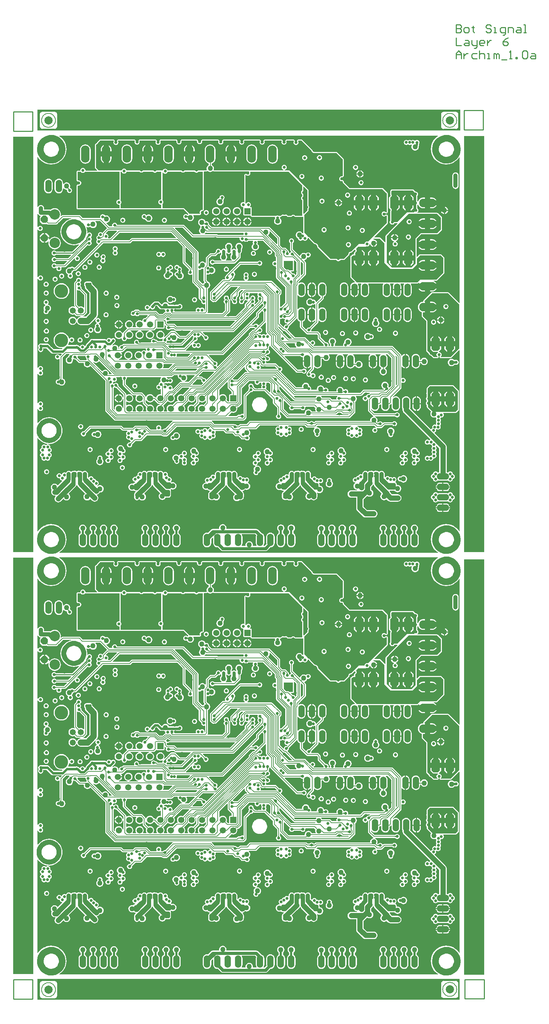
<source format=gbl>
G04 Layer_Physical_Order=6*
G04 Layer_Color=16711680*
%FSLAX25Y25*%
%MOIN*%
G70*
G01*
G75*
%ADD10C,0.00700*%
G04:AMPARAMS|DCode=11|XSize=78.74mil|YSize=78.74mil|CornerRadius=39.37mil|HoleSize=0mil|Usage=FLASHONLY|Rotation=90.000|XOffset=0mil|YOffset=0mil|HoleType=Round|Shape=RoundedRectangle|*
%AMROUNDEDRECTD11*
21,1,0.07874,0.00000,0,0,90.0*
21,1,0.00000,0.07874,0,0,90.0*
1,1,0.07874,0.00000,0.00000*
1,1,0.07874,0.00000,0.00000*
1,1,0.07874,0.00000,0.00000*
1,1,0.07874,0.00000,0.00000*
%
%ADD11ROUNDEDRECTD11*%
%ADD12C,0.01000*%
%ADD13C,0.04500*%
%ADD14C,0.06496*%
%ADD68C,0.06000*%
%ADD79C,0.02300*%
%ADD80C,0.02000*%
%ADD81C,0.00800*%
%ADD82C,0.02400*%
%ADD85C,0.03000*%
%ADD87C,0.01600*%
%ADD88C,0.00600*%
%ADD89C,0.02900*%
%ADD90C,0.05000*%
%ADD92C,0.04000*%
%ADD99O,0.06000X0.12000*%
%ADD100C,0.05905*%
%ADD101R,0.05905X0.05905*%
%ADD102C,0.13050*%
%ADD103C,0.05800*%
%ADD104C,0.10000*%
%ADD105P,0.07577X8X292.5*%
%ADD106O,0.08250X0.16500*%
G04:AMPARAMS|DCode=107|XSize=133mil|YSize=83mil|CornerRadius=0mil|HoleSize=0mil|Usage=FLASHONLY|Rotation=90.000|XOffset=0mil|YOffset=0mil|HoleType=Round|Shape=Octagon|*
%AMOCTAGOND107*
4,1,8,0.02075,0.06650,-0.02075,0.06650,-0.04150,0.04575,-0.04150,-0.04575,-0.02075,-0.06650,0.02075,-0.06650,0.04150,-0.04575,0.04150,0.04575,0.02075,0.06650,0.0*
%
%ADD107OCTAGOND107*%

%ADD108O,0.12000X0.06000*%
%ADD109O,0.16500X0.08250*%
%ADD110C,0.02800*%
%ADD111C,0.02900*%
%ADD133C,0.05000*%
%ADD134C,0.06000*%
G36*
X433783Y838150D02*
X27121D01*
Y858130D01*
X433783D01*
Y838150D01*
D02*
G37*
G36*
X412496Y832851D02*
X411698Y832362D01*
X409933Y830854D01*
X408425Y829089D01*
X407212Y827110D01*
X406324Y824965D01*
X405782Y822708D01*
X405600Y820394D01*
X405782Y818079D01*
X406324Y815822D01*
X407212Y813678D01*
X408425Y811698D01*
X409933Y809933D01*
X411698Y808425D01*
X413678Y807213D01*
X415822Y806324D01*
X418080Y805782D01*
X420394Y805600D01*
X422708Y805782D01*
X424965Y806324D01*
X427110Y807213D01*
X429089Y808425D01*
X430854Y809933D01*
X432362Y811698D01*
X432881Y812546D01*
X433363Y812410D01*
Y672620D01*
X432901Y672429D01*
X422715Y682615D01*
X422384Y682836D01*
X421994Y682913D01*
X406794Y682913D01*
X406403Y682836D01*
X406073Y682615D01*
X398452Y674994D01*
X398231Y674663D01*
X398153Y674273D01*
X397773Y673737D01*
X396994Y673635D01*
X395747Y673118D01*
X394676Y672297D01*
X393855Y671226D01*
X393339Y669980D01*
X393162Y668642D01*
X393339Y667304D01*
X393855Y666057D01*
X394676Y664987D01*
X395747Y664165D01*
X396546Y663834D01*
X396952Y663541D01*
X396919Y663378D01*
X396876Y663218D01*
X396881Y663184D01*
X396874Y663151D01*
Y659994D01*
X396952Y659604D01*
X397173Y659273D01*
X401274Y655171D01*
X401274Y626694D01*
X401352Y626303D01*
X401573Y625973D01*
X403520Y624026D01*
X403633Y623457D01*
X404163Y622663D01*
X404957Y622133D01*
X405526Y622020D01*
X407773Y619773D01*
X408104Y619552D01*
X408494Y619474D01*
X411999D01*
X412049Y619484D01*
X412099Y619479D01*
X412242Y619522D01*
X412389Y619552D01*
X412431Y619580D01*
X412480Y619594D01*
X412596Y619690D01*
X412720Y619773D01*
X412748Y619815D01*
X412787Y619847D01*
X412858Y619979D01*
X412941Y620104D01*
X412951Y620153D01*
X412975Y620198D01*
X413127Y620698D01*
X413132Y620748D01*
X413151Y620795D01*
Y620944D01*
X413166Y621094D01*
X413151Y621142D01*
Y621193D01*
X413094Y621331D01*
X413050Y621474D01*
X413018Y621514D01*
X412999Y621560D01*
X412893Y621666D01*
X412798Y621782D01*
X412753Y621806D01*
X412717Y621841D01*
X412540Y621960D01*
X412235Y622417D01*
X412127Y622955D01*
X412235Y623494D01*
X412540Y623951D01*
X413024Y624274D01*
X413059Y624310D01*
X413104Y624333D01*
X413174Y624419D01*
X413181Y624415D01*
X413232Y624410D01*
X413278Y624391D01*
X413393D01*
X414074Y624256D01*
X414530Y623950D01*
X414835Y623494D01*
X414942Y622955D01*
X414835Y622417D01*
X414530Y621960D01*
X414353Y621841D01*
X414317Y621806D01*
X414272Y621782D01*
X414177Y621666D01*
X414071Y621560D01*
X414052Y621513D01*
X414020Y621474D01*
X413976Y621331D01*
X413919Y621193D01*
Y621142D01*
X413904Y621094D01*
X413919Y620945D01*
Y620795D01*
X413938Y620748D01*
X413943Y620698D01*
X414095Y620198D01*
X414119Y620153D01*
X414129Y620104D01*
X414212Y619979D01*
X414283Y619847D01*
X414322Y619815D01*
X414350Y619773D01*
X414474Y619690D01*
X414590Y619594D01*
X414639Y619580D01*
X414680Y619552D01*
X414827Y619522D01*
X414971Y619479D01*
X415021Y619484D01*
X415071Y619474D01*
X424694D01*
X425084Y619552D01*
X425415Y619773D01*
X432901Y627259D01*
X433363Y627067D01*
Y453377D01*
X432881Y453242D01*
X432362Y454089D01*
X430854Y455854D01*
X429089Y457362D01*
X427110Y458575D01*
X424965Y459463D01*
X422708Y460005D01*
X420394Y460187D01*
X418080Y460005D01*
X415822Y459463D01*
X413678Y458575D01*
X411698Y457362D01*
X409933Y455854D01*
X408425Y454089D01*
X407212Y452110D01*
X406324Y449965D01*
X405782Y447708D01*
X405600Y445394D01*
X405782Y443080D01*
X406324Y440822D01*
X407212Y438678D01*
X408425Y436698D01*
X409933Y434933D01*
X411698Y433425D01*
X412498Y432935D01*
X412362Y432454D01*
X48425D01*
X48289Y432935D01*
X49089Y433425D01*
X50854Y434933D01*
X52362Y436698D01*
X53575Y438678D01*
X54463Y440822D01*
X55005Y443080D01*
X55187Y445394D01*
X55005Y447708D01*
X54463Y449965D01*
X53575Y452110D01*
X52362Y454089D01*
X50854Y455854D01*
X49089Y457362D01*
X47110Y458575D01*
X44965Y459463D01*
X42708Y460005D01*
X40394Y460187D01*
X38080Y460005D01*
X35822Y459463D01*
X33678Y458575D01*
X31698Y457362D01*
X29933Y455854D01*
X28425Y454089D01*
X27901Y453234D01*
X27420Y453369D01*
Y542424D01*
X27901Y542560D01*
X28010Y542383D01*
X29323Y540845D01*
X30861Y539531D01*
X32586Y538474D01*
X34454Y537700D01*
X36421Y537228D01*
X36902Y537190D01*
X36945Y537134D01*
X36736Y536582D01*
X36244Y536484D01*
X35839Y536214D01*
X35431Y535966D01*
X35023Y536214D01*
X34617Y536484D01*
X33681Y536671D01*
X32745Y536484D01*
X31951Y535954D01*
X31420Y535160D01*
X31234Y534224D01*
X31376Y533511D01*
X31245Y533485D01*
X30451Y532954D01*
X29920Y532160D01*
X29734Y531224D01*
X29920Y530287D01*
X30451Y529493D01*
X31023Y529111D01*
Y528536D01*
X30451Y528154D01*
X29920Y527360D01*
X29734Y526424D01*
X29920Y525487D01*
X30451Y524693D01*
X31245Y524163D01*
X31280Y524156D01*
X31134Y523424D01*
X31320Y522487D01*
X31851Y521693D01*
X32645Y521163D01*
X33581Y520977D01*
X34517Y521163D01*
X34923Y521434D01*
X35331Y521681D01*
X35739Y521434D01*
X36145Y521163D01*
X37081Y520977D01*
X38017Y521163D01*
X38811Y521693D01*
X39342Y522487D01*
X39528Y523424D01*
X39386Y524137D01*
X39517Y524163D01*
X40311Y524693D01*
X40842Y525487D01*
X41028Y526424D01*
X40842Y527360D01*
X40311Y528154D01*
X39739Y528536D01*
Y529111D01*
X40311Y529493D01*
X40842Y530287D01*
X41028Y531224D01*
X40842Y532160D01*
X40311Y532954D01*
X39517Y533485D01*
X39482Y533491D01*
X39628Y534224D01*
X39442Y535160D01*
X38911Y535954D01*
X38117Y536484D01*
X37618Y536584D01*
X37229Y536780D01*
X37235Y536827D01*
X37512Y537142D01*
X38438Y537070D01*
X40454Y537228D01*
X42421Y537700D01*
X44289Y538474D01*
X46014Y539531D01*
X47552Y540845D01*
X48866Y542383D01*
X49922Y544107D01*
X50696Y545976D01*
X51169Y547943D01*
X51327Y549959D01*
X51169Y551976D01*
X50696Y553942D01*
X49922Y555811D01*
X48866Y557536D01*
X47552Y559074D01*
X46014Y560387D01*
X44289Y561444D01*
X42421Y562218D01*
X40454Y562690D01*
X38438Y562849D01*
X36421Y562690D01*
X34454Y562218D01*
X32586Y561444D01*
X30861Y560387D01*
X29323Y559074D01*
X28010Y557536D01*
X27901Y557359D01*
X27420Y557495D01*
Y570437D01*
X27920Y570486D01*
X27946Y570357D01*
X28476Y569563D01*
X29270Y569033D01*
X30206Y568847D01*
X31143Y569033D01*
X31937Y569563D01*
X32467Y570357D01*
X32653Y571294D01*
X32467Y572230D01*
X31937Y573024D01*
X31683Y573194D01*
Y573694D01*
X31937Y573863D01*
X32467Y574657D01*
X32653Y575594D01*
X32467Y576530D01*
X31937Y577324D01*
X31143Y577854D01*
X30206Y578041D01*
X29270Y577854D01*
X28476Y577324D01*
X27946Y576530D01*
X27920Y576401D01*
X27420Y576451D01*
Y604337D01*
X27920Y604386D01*
X27946Y604257D01*
X28476Y603463D01*
X29270Y602933D01*
X30206Y602747D01*
X31143Y602933D01*
X31937Y603463D01*
X32467Y604257D01*
X32653Y605194D01*
X32467Y606130D01*
X31937Y606924D01*
X31608Y607144D01*
Y607644D01*
X31937Y607863D01*
X32467Y608657D01*
X32653Y609594D01*
X32467Y610530D01*
X31937Y611324D01*
X31143Y611854D01*
X30206Y612041D01*
X29270Y611854D01*
X28476Y611324D01*
X27946Y610530D01*
X27920Y610401D01*
X27420Y610451D01*
Y695673D01*
X27920Y695723D01*
X27933Y695657D01*
X28463Y694863D01*
X29257Y694333D01*
X30194Y694147D01*
X31130Y694333D01*
X31924Y694863D01*
X32454Y695657D01*
X32641Y696594D01*
X32454Y697530D01*
X31924Y698324D01*
X31130Y698854D01*
X30194Y699041D01*
X29257Y698854D01*
X28463Y698324D01*
X27933Y697530D01*
X27920Y697465D01*
X27420Y697514D01*
Y742776D01*
X27920Y742928D01*
X28163Y742563D01*
X28957Y742033D01*
X29894Y741847D01*
X30830Y742033D01*
X31624Y742563D01*
X32155Y743357D01*
X32341Y744294D01*
X32155Y745230D01*
X31624Y746024D01*
X30830Y746554D01*
X29894Y746741D01*
X28957Y746554D01*
X28163Y746024D01*
X27920Y745660D01*
X27420Y745811D01*
Y757810D01*
X27920Y757909D01*
X27973Y757781D01*
X28454Y757154D01*
X29081Y756673D01*
X29811Y756371D01*
X30130Y756329D01*
X30309Y755801D01*
X29773Y755265D01*
X29552Y754934D01*
X29474Y754544D01*
Y751044D01*
X29552Y750654D01*
X29773Y750323D01*
X31523Y748573D01*
X31854Y748352D01*
X32244Y748274D01*
X35744D01*
X36134Y748352D01*
X36146Y748360D01*
X36584Y748184D01*
X37047Y747875D01*
X37594Y747766D01*
X37594Y747766D01*
X45194D01*
X45194Y747766D01*
X45740Y747875D01*
X46203Y748184D01*
X52085Y754066D01*
X59975D01*
X60034Y753566D01*
X58311Y753153D01*
X56442Y752379D01*
X54717Y751322D01*
X53179Y750008D01*
X51866Y748470D01*
X50809Y746745D01*
X50035Y744877D01*
X49563Y742910D01*
X49404Y740894D01*
X49563Y738877D01*
X50035Y736910D01*
X50809Y735042D01*
X51866Y733317D01*
X53179Y731779D01*
X54717Y730466D01*
X56442Y729409D01*
X58311Y728635D01*
X60277Y728163D01*
X62294Y728004D01*
X64310Y728163D01*
X66277Y728635D01*
X66942Y728910D01*
X67225Y728486D01*
X60763Y722024D01*
X45151D01*
X45017Y722225D01*
X44223Y722756D01*
X43287Y722942D01*
X42350Y722756D01*
X41556Y722225D01*
X41026Y721431D01*
X40840Y720495D01*
X41026Y719558D01*
X41556Y718764D01*
X42350Y718234D01*
X43287Y718048D01*
X44223Y718234D01*
X45017Y718764D01*
X45151Y718965D01*
X59453D01*
X59644Y718504D01*
X56885Y715744D01*
X45358D01*
X45163Y716036D01*
X44370Y716566D01*
X43433Y716752D01*
X42497Y716566D01*
X41703Y716036D01*
X41172Y715242D01*
X40986Y714305D01*
X41172Y713369D01*
X41703Y712575D01*
X42497Y712045D01*
X43433Y711858D01*
X44370Y712045D01*
X45163Y712575D01*
X45373Y712889D01*
X55524D01*
X55716Y712427D01*
X52938Y709650D01*
X45326D01*
X45123Y709953D01*
X44330Y710483D01*
X43393Y710669D01*
X42457Y710483D01*
X41663Y709953D01*
X41132Y709159D01*
X40946Y708222D01*
X41132Y707286D01*
X41663Y706492D01*
X42457Y705962D01*
X43393Y705775D01*
X44330Y705962D01*
X45072Y706457D01*
X45186Y706438D01*
X45578Y705957D01*
X45514Y705633D01*
X45700Y704697D01*
X46231Y703903D01*
X47025Y703373D01*
X47961Y703186D01*
X48897Y703373D01*
X49691Y703903D01*
X50222Y704697D01*
X50408Y705633D01*
X50276Y706295D01*
X50627Y706795D01*
X53529D01*
X53529Y706795D01*
X54076Y706904D01*
X54539Y707213D01*
X62645Y715319D01*
X63153Y715121D01*
X63301Y714378D01*
X63832Y713584D01*
X64626Y713054D01*
X65562Y712867D01*
X66498Y713054D01*
X67292Y713584D01*
X67823Y714378D01*
X68009Y715314D01*
X67823Y716251D01*
X67292Y717045D01*
X66498Y717575D01*
X65756Y717723D01*
X65557Y718231D01*
X75486Y728161D01*
X76054Y727781D01*
X76990Y727595D01*
X77927Y727781D01*
X78721Y728312D01*
X79251Y729106D01*
X79438Y730042D01*
X79251Y730978D01*
X78839Y731596D01*
X78788Y732021D01*
X78859Y732282D01*
X79303Y732947D01*
X79489Y733883D01*
X79303Y734819D01*
X78773Y735613D01*
Y735833D01*
X78927Y736111D01*
X79448Y736891D01*
X79634Y737827D01*
X79448Y738764D01*
X78917Y739558D01*
X78124Y740088D01*
X77187Y740274D01*
X76251Y740088D01*
X75587Y739644D01*
X75102Y739858D01*
X75183Y740894D01*
X75025Y742910D01*
X74553Y744877D01*
X74393Y745262D01*
X74797Y745593D01*
X75211Y745317D01*
X76148Y745130D01*
X77084Y745317D01*
X77878Y745847D01*
X78278Y745559D01*
X78965Y745031D01*
X79817Y744679D01*
X80730Y744558D01*
X81644Y744679D01*
X82495Y745031D01*
X83226Y745592D01*
X83788Y746323D01*
X84140Y747175D01*
X84260Y748089D01*
X84140Y749002D01*
X83788Y749854D01*
X83226Y750585D01*
X82930Y750812D01*
X83099Y751312D01*
X87410D01*
X93943Y744780D01*
X93905Y744392D01*
X93806Y744209D01*
X89638Y740040D01*
X89611Y740035D01*
X88844Y740548D01*
X87907Y740734D01*
X86971Y740548D01*
X86177Y740017D01*
X85646Y739223D01*
X85460Y738287D01*
X85641Y737378D01*
X85463Y737342D01*
X84669Y736812D01*
X84139Y736018D01*
X83952Y735081D01*
X84139Y734145D01*
X84634Y733403D01*
X84606Y733384D01*
X84075Y732590D01*
X83889Y731653D01*
X84075Y730717D01*
X84606Y729923D01*
X85383Y729404D01*
X85453Y729347D01*
X85556Y728870D01*
X63149Y706462D01*
X62374D01*
X62172Y706765D01*
X61378Y707296D01*
X60441Y707482D01*
X59505Y707296D01*
X58711Y706765D01*
X58644Y706664D01*
X57977Y706752D01*
X57064Y706632D01*
X56212Y706279D01*
X55481Y705718D01*
X54920Y704987D01*
X54567Y704135D01*
X54447Y703222D01*
X54567Y702308D01*
X54920Y701456D01*
X55481Y700725D01*
X56212Y700164D01*
X56557Y700022D01*
X56702Y699543D01*
X56605Y699398D01*
X56419Y698462D01*
X56605Y697525D01*
X57135Y696731D01*
X57929Y696201D01*
X58866Y696015D01*
X59802Y696201D01*
X60596Y696731D01*
X61127Y697525D01*
X61313Y698462D01*
X61127Y699398D01*
X60596Y700192D01*
X60539Y700230D01*
X60549Y700824D01*
X61034Y701456D01*
X61387Y702308D01*
X61455Y702826D01*
X62172Y703305D01*
X62374Y703608D01*
X63740D01*
X63740Y703608D01*
X64287Y703716D01*
X64750Y704026D01*
X90620Y729896D01*
X116032D01*
X116032Y729896D01*
X116578Y730005D01*
X117041Y730314D01*
X118721Y731995D01*
X161594D01*
X166840Y726749D01*
Y711673D01*
X166840Y711673D01*
X166948Y711127D01*
X167258Y710664D01*
X172894Y705028D01*
Y703881D01*
X172591Y703679D01*
X172061Y702885D01*
X171875Y701949D01*
X172061Y701012D01*
X172591Y700218D01*
X173385Y699688D01*
X174322Y699502D01*
X175258Y699688D01*
X175816Y700061D01*
X176316Y699794D01*
Y692995D01*
X176316Y692995D01*
X176425Y692449D01*
X176734Y691986D01*
X182366Y686354D01*
Y677261D01*
X182366Y677261D01*
X182475Y676715D01*
X182784Y676252D01*
X184909Y674127D01*
X184838Y673770D01*
X185024Y672833D01*
X185555Y672039D01*
X186348Y671509D01*
X187285Y671323D01*
X188066Y671478D01*
X188566Y671184D01*
Y665236D01*
X188416Y665133D01*
X187966Y665429D01*
X188022Y665711D01*
X187835Y666648D01*
X187305Y667442D01*
X186511Y667972D01*
X185575Y668158D01*
X184638Y667972D01*
X183844Y667442D01*
X183358Y667613D01*
X182828Y667967D01*
X181891Y668154D01*
X180955Y667967D01*
X180161Y667437D01*
X179631Y666643D01*
X179444Y665707D01*
X179623Y664809D01*
X179613Y664692D01*
X179409Y664309D01*
X159191D01*
X158844Y664809D01*
X158977Y665477D01*
X158863Y666049D01*
X159255Y666549D01*
X163842D01*
X164681Y666716D01*
X164909Y666869D01*
X165230Y666933D01*
X166024Y667463D01*
X166554Y668257D01*
X166741Y669194D01*
X166554Y670130D01*
X166024Y670924D01*
X165230Y671454D01*
X164294Y671641D01*
X163357Y671454D01*
X162578Y670934D01*
X153668D01*
X153448Y671465D01*
X152887Y672197D01*
X152156Y672758D01*
X151304Y673110D01*
X150391Y673231D01*
X149477Y673110D01*
X148626Y672758D01*
X147894Y672197D01*
X147333Y671465D01*
X147291Y671363D01*
X146701Y671246D01*
X144623Y673324D01*
X143912Y673799D01*
X143073Y673966D01*
X140334D01*
X139495Y673799D01*
X138784Y673324D01*
X136283Y670823D01*
X135808Y670112D01*
X135765Y669893D01*
X135657Y669732D01*
X135607Y669483D01*
X135076Y669377D01*
X134713Y669921D01*
X133919Y670451D01*
X132983Y670638D01*
X132046Y670451D01*
X131253Y669921D01*
X130722Y669127D01*
X130536Y668191D01*
X130722Y667254D01*
X131253Y666460D01*
X132046Y665930D01*
X132983Y665744D01*
X133919Y665930D01*
X134713Y666460D01*
X135243Y667254D01*
X135293Y667503D01*
X135824Y667609D01*
X136187Y667065D01*
X136981Y666535D01*
X137917Y666348D01*
X138854Y666535D01*
X139648Y667065D01*
X140178Y667859D01*
X140342Y668681D01*
X141242Y669582D01*
X142165D01*
X144555Y667192D01*
X145266Y666716D01*
X146105Y666549D01*
X148852D01*
X149477Y666291D01*
X149716Y666259D01*
X150115Y665702D01*
X150020Y665226D01*
X150172Y664464D01*
X150207Y664290D01*
X149846Y663929D01*
X149747Y663909D01*
X149284Y663599D01*
X149284Y663599D01*
X147728Y662043D01*
X144570D01*
X142002Y664611D01*
X141539Y664920D01*
X140993Y665029D01*
X140993Y665029D01*
X125871D01*
X125236Y665664D01*
X124773Y665974D01*
X124226Y666082D01*
X124226Y666082D01*
X121391D01*
X120845Y665974D01*
X120382Y665664D01*
X120375Y665655D01*
X119670Y664950D01*
X119313Y665021D01*
X118377Y664835D01*
X117583Y664304D01*
X117052Y663510D01*
X116866Y662574D01*
X117052Y661637D01*
X117583Y660844D01*
X118377Y660313D01*
X119313Y660127D01*
X120250Y660313D01*
X120812Y660689D01*
X121454Y660627D01*
X121563Y660463D01*
X122357Y659933D01*
X123294Y659747D01*
X124230Y659933D01*
X125024Y660463D01*
X125232Y660774D01*
X133075D01*
X133267Y660312D01*
X130964Y658009D01*
X130606Y658080D01*
X129670Y657894D01*
X128876Y657364D01*
X128346Y656570D01*
X128159Y655633D01*
X128200Y655430D01*
X127746Y655148D01*
X127487Y655346D01*
X126526Y655745D01*
X125494Y655881D01*
X124462Y655745D01*
X123500Y655346D01*
X122675Y654713D01*
X122041Y653887D01*
X121643Y652926D01*
X121507Y651894D01*
X121643Y650862D01*
X122041Y649900D01*
X122305Y649557D01*
X122083Y649108D01*
X118904D01*
X118683Y649557D01*
X118946Y649900D01*
X119345Y650862D01*
X119481Y651894D01*
X119345Y652926D01*
X118946Y653887D01*
X118313Y654713D01*
X117487Y655346D01*
X116526Y655745D01*
X115494Y655881D01*
X114462Y655745D01*
X113500Y655346D01*
X112675Y654713D01*
X112041Y653887D01*
X111643Y652926D01*
X111507Y651894D01*
X111643Y650862D01*
X112041Y649900D01*
X112675Y649075D01*
X113113Y648738D01*
X113156Y648075D01*
X109784Y644703D01*
X109475Y644240D01*
X109432Y644022D01*
X109122Y643936D01*
X108905Y643940D01*
X108313Y644713D01*
X107487Y645346D01*
X106526Y645745D01*
X105494Y645881D01*
X104462Y645745D01*
X103500Y645346D01*
X102675Y644713D01*
X102041Y643887D01*
X101643Y642926D01*
X101507Y641894D01*
X101643Y640862D01*
X102041Y639900D01*
X102675Y639075D01*
X103500Y638441D01*
X104462Y638043D01*
X105494Y637907D01*
X106526Y638043D01*
X107487Y638441D01*
X107923Y638775D01*
X108377Y638493D01*
X108328Y638248D01*
X108514Y637311D01*
X109045Y636517D01*
X109838Y635987D01*
X110775Y635801D01*
X111711Y635987D01*
X112505Y636517D01*
X113036Y637311D01*
X113183Y638054D01*
X113242Y638125D01*
X113594Y638329D01*
X113710Y638354D01*
X114462Y638043D01*
X115494Y637907D01*
X116526Y638043D01*
X117487Y638441D01*
X118313Y639075D01*
X118946Y639900D01*
X119345Y640862D01*
X119481Y641894D01*
X119345Y642926D01*
X118946Y643887D01*
X118313Y644713D01*
X117487Y645346D01*
X116526Y645745D01*
X116460Y645753D01*
X116493Y646253D01*
X124495D01*
X124527Y645753D01*
X124462Y645745D01*
X123500Y645346D01*
X122675Y644713D01*
X122041Y643887D01*
X121643Y642926D01*
X121507Y641894D01*
X121643Y640862D01*
X122041Y639900D01*
X122675Y639075D01*
X123500Y638441D01*
X124462Y638043D01*
X125494Y637907D01*
X126526Y638043D01*
X127487Y638441D01*
X128313Y639075D01*
X128946Y639900D01*
X129345Y640862D01*
X129481Y641894D01*
X129345Y642926D01*
X128946Y643887D01*
X128313Y644713D01*
X127487Y645346D01*
X126526Y645745D01*
X126460Y645753D01*
X126493Y646253D01*
X134495D01*
X134527Y645753D01*
X134462Y645745D01*
X133500Y645346D01*
X132675Y644713D01*
X132041Y643887D01*
X131643Y642926D01*
X131507Y641894D01*
X131643Y640862D01*
X132041Y639900D01*
X132675Y639075D01*
X133500Y638441D01*
X134462Y638043D01*
X135494Y637907D01*
X136526Y638043D01*
X137487Y638441D01*
X138313Y639075D01*
X138946Y639900D01*
X139345Y640862D01*
X139481Y641894D01*
X139345Y642926D01*
X138946Y643887D01*
X138313Y644713D01*
X137487Y645346D01*
X136526Y645745D01*
X136460Y645753D01*
X136493Y646253D01*
X138982D01*
X138982Y646253D01*
X139528Y646362D01*
X139991Y646671D01*
X141347Y648027D01*
X141761Y648196D01*
X142054Y648064D01*
X142151Y647999D01*
X142541Y647921D01*
X148447D01*
X148837Y647999D01*
X149167Y648220D01*
X149388Y648551D01*
X149466Y648941D01*
Y651117D01*
X149928Y651308D01*
X151005Y650231D01*
X151005Y650231D01*
X151066Y649929D01*
X150933Y649730D01*
X150747Y648794D01*
X150933Y647857D01*
X151463Y647063D01*
X152257Y646533D01*
X153194Y646347D01*
X154130Y646533D01*
X154924Y647063D01*
X155126Y647366D01*
X158443D01*
X159324Y646485D01*
X159324Y646485D01*
X159787Y646176D01*
X159611Y645738D01*
X159194Y645821D01*
X159194Y645821D01*
X155994D01*
X155994Y645821D01*
X155447Y645713D01*
X154984Y645403D01*
X149492Y639911D01*
X149068Y640194D01*
X149345Y640862D01*
X149481Y641894D01*
X149345Y642926D01*
X148946Y643887D01*
X148313Y644713D01*
X147487Y645346D01*
X146526Y645745D01*
X145494Y645881D01*
X144462Y645745D01*
X143500Y645346D01*
X142675Y644713D01*
X142041Y643887D01*
X141643Y642926D01*
X141507Y641894D01*
X141643Y640862D01*
X142041Y639900D01*
X142675Y639075D01*
X143500Y638441D01*
X144462Y638043D01*
X145494Y637907D01*
X146526Y638043D01*
X147425Y638415D01*
X147466Y638389D01*
X147738Y637985D01*
X147552Y637048D01*
X147661Y636503D01*
X147255Y636003D01*
X142979D01*
X142207Y636775D01*
X141744Y637084D01*
X141198Y637193D01*
X141198Y637193D01*
X140858D01*
X140656Y637496D01*
X139862Y638026D01*
X138926Y638212D01*
X137989Y638026D01*
X137196Y637496D01*
X136665Y636702D01*
X136479Y635766D01*
X136610Y635103D01*
X136260Y634603D01*
X125314D01*
X125119Y634841D01*
X124933Y635777D01*
X124402Y636571D01*
X123608Y637102D01*
X122672Y637288D01*
X121735Y637102D01*
X120941Y636571D01*
X120411Y635777D01*
X120225Y634841D01*
X120411Y633905D01*
X120585Y633644D01*
X120349Y633203D01*
X110176D01*
X110176Y633203D01*
X109630Y633095D01*
X109167Y632785D01*
X109166Y632785D01*
X108551Y632170D01*
X108194Y632241D01*
X107257Y632054D01*
X106463Y631524D01*
X105933Y630730D01*
X105747Y629794D01*
X105914Y628955D01*
X105791Y628663D01*
X105646Y628464D01*
X105269Y628865D01*
X105285Y628988D01*
X105164Y629901D01*
X104812Y630753D01*
X104251Y631484D01*
X103520Y632045D01*
X102668Y632398D01*
X101754Y632518D01*
X100841Y632398D01*
X99989Y632045D01*
X99664Y631795D01*
X99334Y632172D01*
X101792Y634630D01*
X101855Y634672D01*
X102386Y635466D01*
X102572Y636403D01*
X102386Y637339D01*
X101855Y638133D01*
X101061Y638663D01*
X100125Y638850D01*
X99188Y638663D01*
X98510Y638210D01*
X97908Y638212D01*
X97815Y638351D01*
X97021Y638882D01*
X96085Y639068D01*
X95148Y638882D01*
X94354Y638351D01*
X93824Y637557D01*
X93440Y637398D01*
X93162Y637584D01*
X92304Y637755D01*
X80786D01*
X80759Y637773D01*
X79823Y637959D01*
X78886Y637773D01*
X78092Y637242D01*
X77562Y636448D01*
X77556Y636417D01*
X74142Y633003D01*
X73655Y632275D01*
X73494Y631464D01*
X73267Y631236D01*
X72647Y631324D01*
X72303Y631839D01*
X71509Y632369D01*
X70573Y632555D01*
X69637Y632369D01*
X68843Y631839D01*
X68381Y631148D01*
X67831Y630991D01*
X67334Y631488D01*
X66606Y631974D01*
X66363Y632022D01*
X65983Y632276D01*
X65046Y632463D01*
X64110Y632276D01*
X63913Y632145D01*
X56985D01*
X56762Y632645D01*
X57380Y633800D01*
X57810Y635218D01*
X57839Y635514D01*
X58354Y635643D01*
X58553Y635345D01*
X59347Y634814D01*
X60284Y634628D01*
X61220Y634814D01*
X62014Y635345D01*
X62545Y636138D01*
X62731Y637075D01*
X62545Y638011D01*
X62014Y638805D01*
X61220Y639336D01*
X60284Y639522D01*
X59347Y639336D01*
X58553Y638805D01*
X58269Y638379D01*
X57722Y638460D01*
X57380Y639587D01*
X56681Y640895D01*
X55740Y642040D01*
X54595Y642981D01*
X53287Y643680D01*
X51869Y644110D01*
X50394Y644255D01*
X48919Y644110D01*
X47500Y643680D01*
X46193Y642981D01*
X45047Y642040D01*
X44107Y640895D01*
X43408Y639587D01*
X42978Y638169D01*
X42832Y636694D01*
X42978Y635218D01*
X43408Y633800D01*
X44107Y632493D01*
X45047Y631347D01*
X46193Y630407D01*
X47500Y629708D01*
X48919Y629278D01*
X50394Y629132D01*
X51069Y629199D01*
X51283Y628747D01*
X50773Y628237D01*
X43055D01*
X38412Y632880D01*
X37684Y633366D01*
X36826Y633537D01*
X31457D01*
X31430Y633554D01*
X30494Y633741D01*
X29557Y633554D01*
X28763Y633024D01*
X28233Y632230D01*
X28047Y631294D01*
X28233Y630357D01*
X28251Y630331D01*
Y628918D01*
X28153Y628771D01*
X27966Y627835D01*
X28153Y626898D01*
X28683Y626104D01*
X29477Y625574D01*
X30413Y625388D01*
X31350Y625574D01*
X32144Y626104D01*
X32674Y626898D01*
X32860Y627835D01*
X32737Y628456D01*
Y629051D01*
X35897D01*
X40540Y624408D01*
X41268Y623921D01*
X42126Y623751D01*
X50391D01*
X50583Y623289D01*
X49294Y622000D01*
X48673Y622041D01*
X48661Y622051D01*
X48346Y622521D01*
X47553Y623051D01*
X46616Y623238D01*
X45680Y623051D01*
X44886Y622521D01*
X44355Y621727D01*
X44169Y620791D01*
X44355Y619854D01*
X44886Y619060D01*
X45680Y618530D01*
X46616Y618343D01*
X47553Y618530D01*
X48129Y618915D01*
X48629Y618651D01*
Y600035D01*
X47664Y599070D01*
X47306Y599141D01*
X46370Y598954D01*
X45576Y598424D01*
X45046Y597630D01*
X44859Y596694D01*
X45046Y595757D01*
X45576Y594963D01*
X46370Y594433D01*
X47306Y594247D01*
X47969Y594379D01*
X48123Y594178D01*
X48855Y593617D01*
X49706Y593264D01*
X50620Y593144D01*
X51533Y593264D01*
X52385Y593617D01*
X53116Y594178D01*
X53677Y594909D01*
X54030Y595760D01*
X54150Y596674D01*
X54030Y597588D01*
X53677Y598439D01*
X53116Y599170D01*
X52385Y599731D01*
X51533Y600084D01*
X51484Y600091D01*
Y620152D01*
X54848Y623516D01*
X57911D01*
X58063Y623016D01*
X57476Y622624D01*
X56946Y621830D01*
X56791Y621051D01*
X56238Y620823D01*
X55507Y620262D01*
X54946Y619530D01*
X54593Y618679D01*
X54473Y617765D01*
X54593Y616852D01*
X54946Y616000D01*
X55507Y615269D01*
X56238Y614708D01*
X57090Y614356D01*
X58003Y614235D01*
X58917Y614356D01*
X59768Y614708D01*
X60500Y615269D01*
X61061Y616000D01*
X61413Y616852D01*
X61534Y617765D01*
X61434Y618524D01*
X61792Y618803D01*
X61875Y618830D01*
X62470Y618433D01*
X63406Y618247D01*
X63764Y618318D01*
X66776Y615305D01*
X67239Y614996D01*
X67786Y614887D01*
X67786Y614887D01*
X71515D01*
X71845Y614511D01*
X71800Y614167D01*
X71920Y613254D01*
X72273Y612402D01*
X72834Y611671D01*
X73565Y611110D01*
X74416Y610757D01*
X75330Y610637D01*
X76244Y610757D01*
X77095Y611110D01*
X77826Y611671D01*
X77930Y611806D01*
X78429Y611839D01*
X92462Y597806D01*
Y569192D01*
X92462Y569192D01*
X92570Y568646D01*
X92880Y568183D01*
X101178Y559884D01*
X101178Y559884D01*
X101641Y559575D01*
X102188Y559466D01*
X157142D01*
X157304Y559028D01*
X157294Y558966D01*
X157043Y558799D01*
X157043Y558798D01*
X150233Y551988D01*
X149875Y552059D01*
X148939Y551873D01*
X148145Y551343D01*
X147943Y551040D01*
X146191D01*
X145955Y551481D01*
X146161Y551789D01*
X146347Y552726D01*
X146161Y553662D01*
X145631Y554456D01*
X144837Y554986D01*
X143900Y555173D01*
X142964Y554986D01*
X142170Y554456D01*
X141640Y553662D01*
X141453Y552726D01*
X141640Y551789D01*
X141846Y551481D01*
X141610Y551040D01*
X136156D01*
X132893Y554303D01*
X132430Y554612D01*
X131884Y554721D01*
X131884Y554721D01*
X121494D01*
X121494Y554721D01*
X120948Y554612D01*
X120484Y554303D01*
X120484Y554303D01*
X118802Y552621D01*
X110285D01*
X108603Y554303D01*
X108140Y554612D01*
X107594Y554721D01*
X107594Y554721D01*
X77994D01*
X77994Y554721D01*
X77447Y554612D01*
X76984Y554303D01*
X71893Y549212D01*
X71536Y549283D01*
X70599Y549096D01*
X69805Y548566D01*
X69275Y547772D01*
X69089Y546836D01*
X69275Y545899D01*
X69805Y545105D01*
X70599Y544575D01*
X71536Y544389D01*
X72472Y544575D01*
X73266Y545105D01*
X73796Y545899D01*
X73983Y546836D01*
X73912Y547193D01*
X78585Y551866D01*
X107002D01*
X108684Y550184D01*
X108684Y550184D01*
X109148Y549875D01*
X109694Y549766D01*
X109694Y549766D01*
X113624D01*
X113776Y549266D01*
X113263Y548924D01*
X112733Y548130D01*
X112547Y547194D01*
X112733Y546257D01*
X113004Y545852D01*
X113251Y545444D01*
X113004Y545036D01*
X112733Y544630D01*
X112547Y543694D01*
X112733Y542757D01*
X113263Y541963D01*
X114057Y541433D01*
X114994Y541247D01*
X115707Y541389D01*
X115733Y541257D01*
X116263Y540463D01*
X116935Y540015D01*
X117084Y539457D01*
X116240Y538614D01*
X115837Y538694D01*
X114901Y538507D01*
X114107Y537977D01*
X113576Y537183D01*
X113390Y536247D01*
X113576Y535310D01*
X114107Y534516D01*
X114901Y533986D01*
X115837Y533800D01*
X116774Y533986D01*
X117568Y534516D01*
X118098Y535310D01*
X118284Y536247D01*
X118222Y536558D01*
X121580Y539916D01*
X126561D01*
X126561Y539916D01*
X127107Y540024D01*
X127570Y540334D01*
X132570Y545333D01*
X146472D01*
X147014Y544791D01*
X147014Y544791D01*
X147477Y544482D01*
X148023Y544373D01*
X148023Y544373D01*
X151484D01*
X151484Y544373D01*
X152031Y544482D01*
X152494Y544791D01*
X161134Y553432D01*
X192437D01*
X193047Y552821D01*
X192882Y552279D01*
X192257Y552154D01*
X191463Y551624D01*
X191081Y551052D01*
X190506D01*
X190124Y551624D01*
X189330Y552154D01*
X188394Y552341D01*
X187457Y552154D01*
X186663Y551624D01*
X186133Y550830D01*
X186126Y550795D01*
X185394Y550941D01*
X184457Y550754D01*
X183702Y550250D01*
X183341Y550791D01*
X182547Y551321D01*
X181610Y551507D01*
X180674Y551321D01*
X179880Y550791D01*
X179350Y549997D01*
X179163Y549060D01*
X179350Y548124D01*
X179880Y547330D01*
X180674Y546800D01*
X181610Y546613D01*
X182547Y546800D01*
X182949Y547068D01*
X183215Y546988D01*
X183446Y546404D01*
X183404Y546336D01*
X183133Y545930D01*
X182947Y544994D01*
X183133Y544057D01*
X183663Y543263D01*
X184457Y542733D01*
X185394Y542547D01*
X186107Y542689D01*
X186133Y542557D01*
X186663Y541763D01*
X187457Y541233D01*
X188394Y541047D01*
X189330Y541233D01*
X190124Y541763D01*
X190506Y542335D01*
X191081D01*
X191463Y541763D01*
X192257Y541233D01*
X193194Y541047D01*
X194130Y541233D01*
X194924Y541763D01*
X195454Y542557D01*
X195461Y542592D01*
X196194Y542447D01*
X197130Y542633D01*
X197924Y543163D01*
X198454Y543957D01*
X198641Y544894D01*
X198454Y545830D01*
X198184Y546236D01*
X197936Y546644D01*
X198184Y547052D01*
X198454Y547457D01*
X198641Y548394D01*
X198511Y549048D01*
X198865Y549548D01*
X206193D01*
X208238Y547503D01*
X208238Y547503D01*
X208701Y547193D01*
X209248Y547085D01*
X214837D01*
X217073Y544849D01*
X217073Y544849D01*
X217536Y544539D01*
X218082Y544431D01*
X218082Y544431D01*
X220479D01*
X220574Y544412D01*
X220815D01*
X223215Y542012D01*
X223215Y542012D01*
X223678Y541702D01*
X224224Y541594D01*
X224224Y541594D01*
X227034D01*
X227281Y541224D01*
X228075Y540694D01*
X229011Y540508D01*
X229947Y540694D01*
X230741Y541224D01*
X231272Y542018D01*
X231458Y542954D01*
X231272Y543891D01*
X230741Y544685D01*
X230728Y545098D01*
X230953Y545271D01*
X231514Y546002D01*
X231867Y546853D01*
X231987Y547767D01*
X231867Y548681D01*
X231514Y549532D01*
X230953Y550263D01*
X230428Y550666D01*
X230598Y551166D01*
X236944D01*
X236944Y551166D01*
X237490Y551275D01*
X237953Y551584D01*
X241135Y554766D01*
X259457D01*
X259724Y554266D01*
X259433Y553830D01*
X259426Y553795D01*
X258694Y553941D01*
X257757Y553754D01*
X256963Y553224D01*
X256433Y552430D01*
X256247Y551494D01*
X256433Y550557D01*
X256704Y550152D01*
X256951Y549744D01*
X256704Y549335D01*
X256433Y548930D01*
X256247Y547994D01*
X256433Y547057D01*
X256963Y546263D01*
X257757Y545733D01*
X258694Y545547D01*
X259407Y545688D01*
X259433Y545557D01*
X259963Y544763D01*
X260757Y544233D01*
X261694Y544047D01*
X262630Y544233D01*
X263424Y544763D01*
X263806Y545335D01*
X264381D01*
X264763Y544763D01*
X265557Y544233D01*
X266494Y544047D01*
X267430Y544233D01*
X268224Y544763D01*
X268754Y545557D01*
X268761Y545592D01*
X269494Y545447D01*
X270430Y545633D01*
X271224Y546163D01*
X271754Y546957D01*
X271941Y547894D01*
X271754Y548830D01*
X271484Y549235D01*
X271236Y549644D01*
X271484Y550052D01*
X271754Y550457D01*
X271941Y551394D01*
X271754Y552330D01*
X271224Y553124D01*
X270430Y553654D01*
X269494Y553841D01*
X268781Y553699D01*
X268754Y553830D01*
X268463Y554266D01*
X268730Y554766D01*
X284202D01*
X285784Y553184D01*
X285784Y553184D01*
X286247Y552875D01*
X286794Y552766D01*
X286794Y552766D01*
X293723D01*
X293893Y552266D01*
X293709Y552126D01*
X293148Y551394D01*
X292795Y550543D01*
X292675Y549629D01*
X292795Y548715D01*
X293148Y547864D01*
X293709Y547133D01*
X293872Y547008D01*
X293747Y546375D01*
X293933Y545438D01*
X294463Y544645D01*
X295257Y544114D01*
X296194Y543928D01*
X297130Y544114D01*
X297924Y544645D01*
X298454Y545438D01*
X298641Y546375D01*
X298518Y546992D01*
X298702Y547133D01*
X299262Y547864D01*
X299615Y548715D01*
X299735Y549629D01*
X299615Y550543D01*
X299262Y551394D01*
X298702Y552126D01*
X297970Y552687D01*
X297119Y553039D01*
X296205Y553159D01*
X295722Y553096D01*
X295488Y553569D01*
X296585Y554666D01*
X329170D01*
X329219Y554166D01*
X328657Y554054D01*
X327863Y553524D01*
X327333Y552730D01*
X327326Y552695D01*
X326594Y552841D01*
X325657Y552654D01*
X324863Y552124D01*
X324333Y551330D01*
X324147Y550394D01*
X324333Y549457D01*
X324604Y549052D01*
X324851Y548644D01*
X324604Y548236D01*
X324333Y547830D01*
X324147Y546894D01*
X324333Y545957D01*
X324863Y545163D01*
X325657Y544633D01*
X326594Y544447D01*
X327307Y544589D01*
X327333Y544457D01*
X327863Y543663D01*
X328657Y543133D01*
X329594Y542947D01*
X330530Y543133D01*
X331324Y543663D01*
X331706Y544235D01*
X332281D01*
X332663Y543663D01*
X333457Y543133D01*
X334394Y542947D01*
X335330Y543133D01*
X336124Y543663D01*
X336654Y544457D01*
X336661Y544492D01*
X337394Y544347D01*
X338330Y544533D01*
X339124Y545063D01*
X339654Y545857D01*
X339841Y546794D01*
X339654Y547730D01*
X339384Y548136D01*
X339136Y548544D01*
X339384Y548952D01*
X339654Y549357D01*
X339841Y550294D01*
X339654Y551230D01*
X339124Y552024D01*
X338330Y552554D01*
X337394Y552741D01*
X336681Y552599D01*
X336654Y552730D01*
X336124Y553524D01*
X335330Y554054D01*
X334768Y554166D01*
X334817Y554666D01*
X351102D01*
X352713Y553056D01*
X352466Y552595D01*
X351766Y552735D01*
X350830Y552548D01*
X350036Y552018D01*
X349506Y551224D01*
X349319Y550287D01*
X349506Y549351D01*
X350036Y548557D01*
X350830Y548027D01*
X351766Y547840D01*
X352703Y548027D01*
X353497Y548557D01*
X354027Y549351D01*
X354213Y550287D01*
X354027Y551224D01*
X353545Y551946D01*
X353650Y552219D01*
X353793Y552406D01*
X353994Y552366D01*
X353994Y552366D01*
X357994D01*
X357994Y552366D01*
X358540Y552475D01*
X359003Y552784D01*
X361385Y555166D01*
X368761D01*
X368963Y554863D01*
X369757Y554333D01*
X370694Y554147D01*
X371630Y554333D01*
X372424Y554863D01*
X372954Y555657D01*
X373141Y556594D01*
X372954Y557530D01*
X372424Y558324D01*
X371630Y558854D01*
X370694Y559041D01*
X369757Y558854D01*
X368963Y558324D01*
X368761Y558021D01*
X360794D01*
X360794Y558021D01*
X360247Y557912D01*
X359784Y557603D01*
X359784Y557603D01*
X359609Y557427D01*
X359040Y557565D01*
X358609Y558209D01*
X357816Y558740D01*
X356879Y558926D01*
X355943Y558740D01*
X355149Y558209D01*
X354946Y557906D01*
X354299D01*
X353927Y558279D01*
X354199Y558934D01*
X354319Y559848D01*
X354199Y560762D01*
X353846Y561613D01*
X353285Y562344D01*
X352554Y562905D01*
X351818Y563210D01*
X351917Y563710D01*
X371296D01*
X371498Y563408D01*
X372292Y562877D01*
X373228Y562691D01*
X374165Y562877D01*
X374959Y563408D01*
X375489Y564201D01*
X375675Y565138D01*
X375489Y566074D01*
X374959Y566868D01*
X374165Y567399D01*
X373228Y567585D01*
X372292Y567399D01*
X371498Y566868D01*
X371296Y566565D01*
X351507D01*
X348110Y569963D01*
Y570433D01*
X348610Y570603D01*
X349041Y570041D01*
X349876Y569400D01*
X350850Y568997D01*
X351894Y568859D01*
X352938Y568997D01*
X353911Y569400D01*
X354747Y570041D01*
X355388Y570876D01*
X355791Y571849D01*
X355928Y572894D01*
Y573980D01*
X356031Y574466D01*
X356578Y574575D01*
X357041Y574884D01*
X357397Y575241D01*
X357859Y575049D01*
Y572894D01*
X357997Y571849D01*
X358400Y570876D01*
X359041Y570041D01*
X359876Y569400D01*
X360849Y568997D01*
X361894Y568859D01*
X362938Y568997D01*
X363911Y569400D01*
X364746Y570041D01*
X365388Y570876D01*
X365791Y571849D01*
X365928Y572894D01*
Y574497D01*
X366322Y574575D01*
X366785Y574884D01*
X367397Y575497D01*
X367859Y575305D01*
Y572894D01*
X367997Y571849D01*
X368400Y570876D01*
X369041Y570041D01*
X369876Y569400D01*
X370849Y568997D01*
X371894Y568859D01*
X372938Y568997D01*
X373911Y569400D01*
X374746Y570041D01*
X375388Y570876D01*
X375791Y571849D01*
X375928Y572894D01*
Y578894D01*
X375791Y579938D01*
X375388Y580911D01*
X374746Y581746D01*
X373911Y582388D01*
X372938Y582791D01*
X371894Y582928D01*
X370849Y582791D01*
X369876Y582388D01*
X369457Y582066D01*
X369127Y582443D01*
X376803Y590119D01*
X376803Y590119D01*
X377113Y590582D01*
X377221Y591128D01*
Y595843D01*
X377721Y596110D01*
X378045Y595893D01*
X378982Y595707D01*
X379918Y595893D01*
X380712Y596424D01*
X381242Y597218D01*
X381429Y598154D01*
X381242Y599090D01*
X380712Y599884D01*
X379918Y600415D01*
X378982Y600601D01*
X378045Y600415D01*
X377721Y600198D01*
X377221Y600465D01*
Y611419D01*
X377669Y611652D01*
X377721Y611649D01*
X378341Y610841D01*
X379176Y610200D01*
X380150Y609797D01*
X380694Y609725D01*
Y616694D01*
Y623662D01*
X380150Y623591D01*
X379176Y623188D01*
X378341Y622546D01*
X377721Y621739D01*
X377669Y621736D01*
X377221Y621969D01*
Y622236D01*
X377221Y622236D01*
X377113Y622783D01*
X376803Y623246D01*
X376803Y623246D01*
X369246Y630803D01*
X368783Y631112D01*
X368236Y631221D01*
X368236Y631221D01*
X327248D01*
X327149Y631721D01*
X327697Y631948D01*
X328428Y632509D01*
X328989Y633240D01*
X329342Y634092D01*
X329462Y635006D01*
X329342Y635919D01*
X328989Y636771D01*
X328428Y637502D01*
X327697Y638063D01*
X326846Y638415D01*
X325932Y638536D01*
X325018Y638415D01*
X324167Y638063D01*
X323436Y637502D01*
X322875Y636771D01*
X322522Y635919D01*
X322402Y635006D01*
X322477Y634432D01*
X321971Y634094D01*
X321440Y633300D01*
X321254Y632364D01*
X321382Y631721D01*
X321022Y631221D01*
X313726D01*
X313361Y631721D01*
X313487Y632352D01*
X313349Y633043D01*
X313418Y633095D01*
X313979Y633826D01*
X314331Y634678D01*
X314452Y635592D01*
X314331Y636505D01*
X313979Y637357D01*
X313418Y638088D01*
X312686Y638649D01*
X311835Y639001D01*
X310921Y639122D01*
X310008Y639001D01*
X309156Y638649D01*
X308425Y638088D01*
X307864Y637357D01*
X307511Y636505D01*
X307391Y635592D01*
X307511Y634678D01*
X307864Y633826D01*
X308425Y633095D01*
X308699Y632885D01*
X308593Y632352D01*
X308718Y631721D01*
X308353Y631221D01*
X307506D01*
X307152Y631721D01*
X307281Y632374D01*
X307095Y633311D01*
X306565Y634104D01*
X305771Y634635D01*
X304834Y634821D01*
X304477Y634750D01*
X299733Y639494D01*
Y642020D01*
X299625Y642567D01*
X299315Y643030D01*
X299315Y643030D01*
X297555Y644790D01*
X297544Y644806D01*
X297081Y645115D01*
X296535Y645224D01*
X290950D01*
X290648Y645724D01*
X290799Y646488D01*
X290728Y646846D01*
X297069Y653186D01*
X297069Y653186D01*
X297378Y653649D01*
X297487Y654195D01*
X297487Y654195D01*
Y655602D01*
X297987Y655772D01*
X298241Y655441D01*
X299076Y654800D01*
X300049Y654397D01*
X301094Y654259D01*
X302138Y654397D01*
X303111Y654800D01*
X303946Y655441D01*
X304588Y656276D01*
X304991Y657249D01*
X305128Y658294D01*
Y664294D01*
X304991Y665338D01*
X304588Y666311D01*
X303946Y667146D01*
X303111Y667788D01*
X302138Y668191D01*
X301094Y668328D01*
X300049Y668191D01*
X299076Y667788D01*
X298241Y667146D01*
X297987Y666815D01*
X297487Y666985D01*
Y671449D01*
X302103Y676065D01*
X302103Y676065D01*
X302413Y676528D01*
X302521Y677075D01*
X302521Y677075D01*
Y678555D01*
X303111Y678800D01*
X303946Y679441D01*
X304588Y680276D01*
X304991Y681250D01*
X305128Y682294D01*
Y688294D01*
X304991Y689338D01*
X304588Y690311D01*
X303946Y691147D01*
X303111Y691788D01*
X302138Y692191D01*
X301094Y692328D01*
X300049Y692191D01*
X299076Y691788D01*
X298241Y691147D01*
X297600Y690311D01*
X297197Y689338D01*
X297059Y688294D01*
Y682294D01*
X297197Y681250D01*
X297600Y680276D01*
X298241Y679441D01*
X299076Y678800D01*
X299666Y678555D01*
Y677666D01*
X295515Y673515D01*
X294973Y673680D01*
X294843Y674333D01*
X294312Y675127D01*
X293518Y675657D01*
X292582Y675844D01*
X291978Y675723D01*
X291816Y675934D01*
X291085Y676495D01*
X290233Y676848D01*
X289320Y676968D01*
X288406Y676848D01*
X287555Y676495D01*
X286824Y675934D01*
X286262Y675203D01*
X285910Y674352D01*
X285790Y673438D01*
X285910Y672524D01*
X286262Y671673D01*
X286824Y670942D01*
X287555Y670381D01*
X288406Y670028D01*
X289320Y669908D01*
X290233Y670028D01*
X291085Y670381D01*
X291816Y670942D01*
X291923Y671081D01*
X292582Y670950D01*
X293518Y671136D01*
X294132Y671546D01*
X294632Y671313D01*
Y667075D01*
X294132Y666905D01*
X293947Y667146D01*
X293111Y667788D01*
X292138Y668191D01*
X291594Y668262D01*
Y661294D01*
Y654325D01*
X292138Y654397D01*
X293111Y654800D01*
X293947Y655441D01*
X294132Y655682D01*
X294632Y655513D01*
Y654786D01*
X288710Y648864D01*
X288352Y648936D01*
X287416Y648749D01*
X286622Y648219D01*
X286092Y647425D01*
X286060Y647266D01*
X285582Y647121D01*
X282521Y650182D01*
Y654555D01*
X283111Y654800D01*
X283946Y655441D01*
X284588Y656276D01*
X284991Y657249D01*
X285128Y658294D01*
Y664294D01*
X284991Y665338D01*
X284588Y666311D01*
X283946Y667146D01*
X283111Y667788D01*
X282138Y668191D01*
X281094Y668328D01*
X280049Y668191D01*
X279076Y667788D01*
X278241Y667146D01*
X277870Y666663D01*
X277370Y666833D01*
Y679754D01*
X277870Y679924D01*
X278241Y679441D01*
X279076Y678800D01*
X280049Y678397D01*
X281094Y678259D01*
X282138Y678397D01*
X283111Y678800D01*
X283946Y679441D01*
X284588Y680276D01*
X284991Y681250D01*
X285128Y682294D01*
Y688294D01*
X284991Y689338D01*
X284588Y690311D01*
X283946Y691147D01*
X283111Y691788D01*
X282138Y692191D01*
X281094Y692328D01*
X280049Y692191D01*
X279076Y691788D01*
X278685Y691487D01*
X278185Y691734D01*
Y692396D01*
X285049Y699260D01*
X285347Y699707D01*
X285452Y700234D01*
Y711212D01*
X285452Y711212D01*
X285347Y711739D01*
X285049Y712185D01*
X283974Y713261D01*
X284134Y713734D01*
X284207Y713744D01*
X285059Y714096D01*
X285790Y714657D01*
X286351Y715388D01*
X286640Y716085D01*
X286704Y716240D01*
X287234Y716438D01*
X287694Y716347D01*
X288630Y716533D01*
X289424Y717063D01*
X289954Y717857D01*
X290141Y718794D01*
X289954Y719730D01*
X289424Y720524D01*
X288630Y721054D01*
X287694Y721241D01*
X286757Y721054D01*
X285963Y720524D01*
X285722Y720162D01*
X285228Y720081D01*
X285059Y720211D01*
X284207Y720564D01*
X283294Y720684D01*
X282380Y720564D01*
X281529Y720211D01*
X280798Y719650D01*
X280237Y718919D01*
X279884Y718067D01*
X279874Y717994D01*
X279401Y717833D01*
X272970Y724264D01*
Y730227D01*
X273324Y730463D01*
X273854Y731257D01*
X274041Y732194D01*
X273854Y733130D01*
X273324Y733924D01*
X272530Y734454D01*
X271594Y734641D01*
X270657Y734454D01*
X269863Y733924D01*
X269333Y733130D01*
X269147Y732194D01*
X269333Y731257D01*
X269863Y730463D01*
X270217Y730227D01*
Y723694D01*
X270322Y723167D01*
X270620Y722720D01*
X271140Y722201D01*
X271076Y721557D01*
X270637Y721263D01*
X270219Y720638D01*
X269694Y720714D01*
X269163Y721508D01*
X268810Y721745D01*
Y722329D01*
X268705Y722856D01*
X268406Y723302D01*
X266391Y725318D01*
X265944Y725617D01*
X265417Y725721D01*
X262913D01*
X260570Y728064D01*
Y735046D01*
X260465Y735573D01*
X260167Y736020D01*
X251018Y745169D01*
X250572Y745467D01*
X250045Y745572D01*
X194954D01*
X192192Y748334D01*
X192258Y748667D01*
X192072Y749603D01*
X191542Y750397D01*
X190748Y750928D01*
X189811Y751114D01*
X188875Y750928D01*
X188727Y750973D01*
X188432Y751683D01*
X187871Y752415D01*
X187140Y752976D01*
X186289Y753328D01*
X185375Y753448D01*
X184461Y753328D01*
X183610Y752976D01*
X182879Y752415D01*
X182318Y751683D01*
X181965Y750832D01*
X181845Y749918D01*
X181965Y749005D01*
X182318Y748153D01*
X182879Y747422D01*
X183610Y746861D01*
X183903Y746740D01*
X184048Y746261D01*
X183996Y746183D01*
X183810Y745247D01*
X183935Y744616D01*
X183679Y744420D01*
X183118Y743688D01*
X182765Y742837D01*
X182645Y741923D01*
X182765Y741010D01*
X183118Y740158D01*
X183679Y739427D01*
X184346Y738916D01*
X184328Y738683D01*
X184207Y738416D01*
X177351D01*
X168490Y747277D01*
X168027Y747586D01*
X167481Y747695D01*
X167481Y747695D01*
X103842D01*
X103755Y748134D01*
X103224Y748928D01*
X102430Y749458D01*
X101494Y749645D01*
X100557Y749458D01*
X99764Y748928D01*
X99233Y748134D01*
X99047Y747198D01*
X99152Y746671D01*
X98741Y746171D01*
X96589D01*
X93629Y749131D01*
X93819Y749648D01*
X94508Y749739D01*
X95359Y750092D01*
X96091Y750653D01*
X96652Y751384D01*
X97004Y752235D01*
X97124Y753149D01*
X97004Y754063D01*
X96652Y754914D01*
X96091Y755645D01*
X95359Y756206D01*
X94508Y756559D01*
X93594Y756679D01*
X92681Y756559D01*
X92327Y756412D01*
X92143Y756535D01*
X91774Y757088D01*
X90980Y757618D01*
X90043Y757804D01*
X89107Y757618D01*
X88313Y757088D01*
X87783Y756294D01*
X87596Y755358D01*
X87734Y754667D01*
X87397Y754167D01*
X70854D01*
X68519Y756503D01*
X68056Y756812D01*
X67509Y756921D01*
X67509Y756921D01*
X51494D01*
X51494Y756921D01*
X50947Y756812D01*
X50484Y756503D01*
X50484Y756503D01*
X50112Y756131D01*
X49670Y756396D01*
X49707Y756518D01*
X49823Y757694D01*
X49707Y758870D01*
X49364Y760001D01*
X48807Y761043D01*
X48057Y761957D01*
X47143Y762707D01*
X46101Y763264D01*
X44970Y763607D01*
X43794Y763723D01*
X42617Y763607D01*
X41486Y763264D01*
X40444Y762707D01*
X39689Y762087D01*
X39377Y762217D01*
X38594Y762320D01*
X33620D01*
Y763594D01*
X33516Y764377D01*
X33214Y765107D01*
X32733Y765733D01*
X32107Y766214D01*
X31377Y766516D01*
X30594Y766620D01*
X29811Y766516D01*
X29081Y766214D01*
X28454Y765733D01*
X27973Y765107D01*
X27920Y764978D01*
X27420Y765077D01*
Y812418D01*
X27901Y812554D01*
X28425Y811698D01*
X29933Y809933D01*
X31698Y808425D01*
X33678Y807213D01*
X35822Y806324D01*
X38080Y805782D01*
X40394Y805600D01*
X42708Y805782D01*
X44965Y806324D01*
X47110Y807213D01*
X49089Y808425D01*
X50854Y809933D01*
X52362Y811698D01*
X53575Y813678D01*
X54463Y815822D01*
X55005Y818079D01*
X55187Y820394D01*
X55005Y822708D01*
X54463Y824965D01*
X53575Y827110D01*
X52362Y829089D01*
X50854Y830854D01*
X49089Y832362D01*
X48291Y832851D01*
X48427Y833332D01*
X412361D01*
X412496Y832851D01*
D02*
G37*
G36*
X91221Y756121D02*
X91333Y755996D01*
X92319Y754990D01*
X91936Y754241D01*
X91837Y754333D01*
X91738Y754406D01*
X91641Y754461D01*
X91546Y754498D01*
X91452Y754517D01*
X91359Y754517D01*
X91268Y754500D01*
X91178Y754464D01*
X91090Y754410D01*
X91003Y754338D01*
X91193Y756157D01*
X91221Y756121D01*
D02*
G37*
G36*
X188812Y747687D02*
X188688Y747807D01*
X188444Y748008D01*
X188324Y748090D01*
X188204Y748159D01*
X188085Y748216D01*
X187966Y748260D01*
X187849Y748292D01*
X187732Y748311D01*
X187616Y748317D01*
Y749017D01*
X187732Y749023D01*
X187849Y749042D01*
X187966Y749074D01*
X188085Y749118D01*
X188204Y749174D01*
X188324Y749244D01*
X188444Y749326D01*
X188566Y749420D01*
X188688Y749527D01*
X188812Y749647D01*
Y747687D01*
D02*
G37*
G36*
X191221Y748550D02*
X191265Y748231D01*
X191298Y748086D01*
X191338Y747951D01*
X191385Y747826D01*
X191440Y747712D01*
X191502Y747607D01*
X191571Y747512D01*
X191647Y747427D01*
X191178Y746906D01*
X191090Y746984D01*
X190994Y747053D01*
X190888Y747113D01*
X190773Y747164D01*
X190649Y747205D01*
X190517Y747237D01*
X190375Y747259D01*
X190225Y747272D01*
X190065Y747275D01*
X189896Y747269D01*
X191210Y748724D01*
X191221Y748550D01*
D02*
G37*
G36*
X77262Y748447D02*
X77377Y748348D01*
X77492Y748261D01*
X77609Y748186D01*
X77727Y748122D01*
X77846Y748070D01*
X77965Y748029D01*
X78086Y748000D01*
X78207Y747983D01*
X78329Y747977D01*
Y747177D01*
X78207Y747171D01*
X78086Y747154D01*
X77965Y747125D01*
X77846Y747085D01*
X77727Y747032D01*
X77609Y746969D01*
X77492Y746893D01*
X77377Y746806D01*
X77262Y746707D01*
X77147Y746597D01*
Y748557D01*
X77262Y748447D01*
D02*
G37*
G36*
X102905Y747152D02*
X102931Y747050D01*
X102971Y746960D01*
X103024Y746883D01*
X103091Y746817D01*
X103172Y746763D01*
X103266Y746721D01*
X103373Y746691D01*
X103495Y746673D01*
X103630Y746667D01*
X103380Y745867D01*
X101757Y745823D01*
X102892Y747266D01*
X102905Y747152D01*
D02*
G37*
G36*
X187659Y745061D02*
X187689Y744746D01*
X187716Y744603D01*
X187752Y744469D01*
X187796Y744345D01*
X187849Y744230D01*
X187910Y744125D01*
X187979Y744029D01*
X188057Y743942D01*
X187562Y743447D01*
X187475Y743525D01*
X187379Y743594D01*
X187274Y743655D01*
X187159Y743707D01*
X187034Y743751D01*
X186901Y743787D01*
X186757Y743815D01*
X186605Y743834D01*
X186442Y743845D01*
X186271Y743847D01*
X187657Y745233D01*
X187659Y745061D01*
D02*
G37*
G36*
X191227Y745038D02*
X191257Y744723D01*
X191285Y744580D01*
X191321Y744446D01*
X191365Y744321D01*
X191417Y744206D01*
X191478Y744101D01*
X191548Y744005D01*
X191625Y743919D01*
X191130Y743424D01*
X191044Y743501D01*
X190948Y743570D01*
X190842Y743631D01*
X190727Y743684D01*
X190603Y743728D01*
X190469Y743764D01*
X190326Y743791D01*
X190173Y743811D01*
X190011Y743821D01*
X189839Y743824D01*
X191225Y745210D01*
X191227Y745038D01*
D02*
G37*
G36*
X189524Y740181D02*
X190051Y740076D01*
X190051Y740076D01*
X225198D01*
X225608Y739576D01*
X225504Y739053D01*
X225622Y738461D01*
X225238Y737961D01*
X201074D01*
X201037Y737997D01*
X200574Y738307D01*
X200027Y738416D01*
X200027Y738416D01*
X188143D01*
X188023Y738683D01*
X188005Y738916D01*
X188672Y739427D01*
X189233Y740158D01*
X189457Y740226D01*
X189524Y740181D01*
D02*
G37*
G36*
X77173Y736427D02*
X77041Y736424D01*
X76912Y736411D01*
X76787Y736388D01*
X76666Y736355D01*
X76549Y736313D01*
X76436Y736261D01*
X76327Y736199D01*
X76222Y736127D01*
X76120Y736046D01*
X76022Y735955D01*
X75315Y736662D01*
X75406Y736760D01*
X75487Y736862D01*
X75559Y736967D01*
X75621Y737076D01*
X75673Y737190D01*
X75715Y737307D01*
X75748Y737428D01*
X75771Y737552D01*
X75784Y737681D01*
X75787Y737813D01*
X77173Y736427D01*
D02*
G37*
G36*
X160599Y735311D02*
X160407Y734849D01*
X118130D01*
X118130Y734849D01*
X117584Y734741D01*
X117121Y734431D01*
X117121Y734431D01*
X115440Y732751D01*
X99760D01*
X99569Y733213D01*
X106434Y740078D01*
X155832D01*
X160599Y735311D01*
D02*
G37*
G36*
X103673Y741354D02*
X96928Y734610D01*
X95317D01*
X95050Y735110D01*
X95383Y735608D01*
X95569Y736545D01*
X95383Y737481D01*
X94853Y738275D01*
X94059Y738805D01*
X93299Y738957D01*
X93091Y739457D01*
X95451Y741816D01*
X103481D01*
X103673Y741354D01*
D02*
G37*
G36*
X87513Y735951D02*
X87628Y735852D01*
X87744Y735766D01*
X87861Y735690D01*
X87979Y735626D01*
X88098Y735574D01*
X88217Y735534D01*
X88337Y735504D01*
X88459Y735487D01*
X88581Y735481D01*
Y734681D01*
X88459Y734676D01*
X88337Y734658D01*
X88217Y734629D01*
X88098Y734588D01*
X87979Y734536D01*
X87861Y734473D01*
X87744Y734397D01*
X87628Y734310D01*
X87513Y734211D01*
X87399Y734101D01*
Y736061D01*
X87513Y735951D01*
D02*
G37*
G36*
X229031Y734440D02*
X229146Y734341D01*
X229262Y734254D01*
X229379Y734179D01*
X229497Y734115D01*
X229615Y734063D01*
X229735Y734022D01*
X229855Y733993D01*
X229977Y733976D01*
X230099Y733970D01*
Y733170D01*
X229977Y733164D01*
X229855Y733147D01*
X229735Y733118D01*
X229615Y733077D01*
X229497Y733025D01*
X229379Y732961D01*
X229262Y732886D01*
X229146Y732799D01*
X229031Y732700D01*
X228917Y732590D01*
Y734550D01*
X229031Y734440D01*
D02*
G37*
G36*
X257817Y734476D02*
Y729370D01*
X257355Y729179D01*
X249165Y737369D01*
X249198Y737868D01*
X249533Y738125D01*
X250094Y738856D01*
X250446Y739708D01*
X250567Y740621D01*
X250506Y741080D01*
X250980Y741314D01*
X257817Y734476D01*
D02*
G37*
G36*
X237630Y729375D02*
X237531Y729260D01*
X237444Y729144D01*
X237369Y729027D01*
X237305Y728909D01*
X237253Y728791D01*
X237212Y728671D01*
X237183Y728551D01*
X237166Y728430D01*
X237160Y728307D01*
X236360D01*
X236354Y728430D01*
X236337Y728551D01*
X236308Y728671D01*
X236267Y728791D01*
X236215Y728909D01*
X236151Y729027D01*
X236076Y729144D01*
X235989Y729260D01*
X235890Y729375D01*
X235780Y729489D01*
X237740D01*
X237630Y729375D01*
D02*
G37*
G36*
X267789Y721857D02*
X267808Y721741D01*
X267840Y721623D01*
X267884Y721505D01*
X267941Y721385D01*
X268010Y721265D01*
X268092Y721145D01*
X268186Y721023D01*
X268293Y720901D01*
X268413Y720778D01*
X266453D01*
X266573Y720901D01*
X266774Y721145D01*
X266856Y721265D01*
X266926Y721385D01*
X266982Y721505D01*
X267026Y721623D01*
X267058Y721741D01*
X267077Y721857D01*
X267083Y721973D01*
X267783D01*
X267789Y721857D01*
D02*
G37*
G36*
X201280Y720794D02*
X201121Y720791D01*
X200970Y720779D01*
X200827Y720759D01*
X200691Y720730D01*
X200562Y720691D01*
X200441Y720645D01*
X200328Y720589D01*
X200222Y720524D01*
X200124Y720450D01*
X200034Y720368D01*
X199468Y720934D01*
X199550Y721024D01*
X199624Y721123D01*
X199689Y721228D01*
X199744Y721341D01*
X199791Y721462D01*
X199830Y721591D01*
X199859Y721727D01*
X199879Y721870D01*
X199891Y722021D01*
X199894Y722180D01*
X201280Y720794D01*
D02*
G37*
G36*
X222167Y721154D02*
X222069Y721039D01*
X221982Y720924D01*
X221906Y720807D01*
X221843Y720689D01*
X221791Y720570D01*
X221750Y720451D01*
X221721Y720330D01*
X221704Y720209D01*
X221698Y720087D01*
X220898D01*
X220892Y720209D01*
X220875Y720330D01*
X220846Y720451D01*
X220805Y720570D01*
X220753Y720689D01*
X220689Y720807D01*
X220614Y720924D01*
X220527Y721039D01*
X220428Y721154D01*
X220318Y721269D01*
X222278D01*
X222167Y721154D01*
D02*
G37*
G36*
X213723Y720511D02*
Y719092D01*
X213236Y718459D01*
X212884Y717607D01*
X212764Y716694D01*
X212884Y715780D01*
X213236Y714929D01*
X213797Y714197D01*
X214418Y713721D01*
X214296Y713231D01*
X214291Y713221D01*
X208297D01*
X208291Y713231D01*
X208169Y713721D01*
X208790Y714197D01*
X209351Y714929D01*
X209704Y715780D01*
X209824Y716694D01*
X209704Y717607D01*
X209351Y718459D01*
X208868Y719088D01*
Y720392D01*
X209368Y720543D01*
X209453Y720416D01*
X210280Y719864D01*
X211256Y719670D01*
X212231Y719864D01*
X213058Y720416D01*
X213223Y720663D01*
X213723Y720511D01*
D02*
G37*
G36*
X265242Y720722D02*
X265040Y720478D01*
X264959Y720357D01*
X264889Y720237D01*
X264832Y720118D01*
X264788Y720000D01*
X264757Y719882D01*
X264738Y719765D01*
X264732Y719649D01*
X264032D01*
X264025Y719765D01*
X264006Y719882D01*
X263975Y720000D01*
X263931Y720118D01*
X263874Y720237D01*
X263805Y720357D01*
X263723Y720478D01*
X263629Y720600D01*
X263521Y720722D01*
X263402Y720845D01*
X265362D01*
X265242Y720722D01*
D02*
G37*
G36*
X44383Y721384D02*
X44483Y721302D01*
X44587Y721230D01*
X44696Y721168D01*
X44809Y721115D01*
X44925Y721072D01*
X45046Y721038D01*
X45172Y721014D01*
X45301Y721000D01*
X45434Y720995D01*
Y719995D01*
X45301Y719990D01*
X45172Y719976D01*
X45046Y719952D01*
X44925Y719918D01*
X44809Y719875D01*
X44696Y719822D01*
X44587Y719760D01*
X44483Y719688D01*
X44383Y719606D01*
X44287Y719515D01*
Y721475D01*
X44383Y721384D01*
D02*
G37*
G36*
X273769Y719347D02*
X273799Y719032D01*
X273827Y718889D01*
X273862Y718755D01*
X273906Y718631D01*
X273959Y718516D01*
X274020Y718410D01*
X274089Y718314D01*
X274167Y718228D01*
X273672Y717733D01*
X273585Y717810D01*
X273489Y717880D01*
X273384Y717941D01*
X273269Y717993D01*
X273145Y718037D01*
X273011Y718073D01*
X272867Y718101D01*
X272715Y718120D01*
X272552Y718130D01*
X272381Y718133D01*
X273767Y719519D01*
X273769Y719347D01*
D02*
G37*
G36*
X44540Y715184D02*
X44656Y715086D01*
X44773Y714999D01*
X44890Y714924D01*
X45009Y714861D01*
X45128Y714809D01*
X45248Y714769D01*
X45368Y714740D01*
X45489Y714722D01*
X45611Y714717D01*
X45618Y713917D01*
X45496Y713911D01*
X45374Y713894D01*
X45254Y713864D01*
X45135Y713824D01*
X45016Y713771D01*
X44899Y713707D01*
X44783Y713631D01*
X44668Y713544D01*
X44554Y713444D01*
X44441Y713334D01*
X44425Y715294D01*
X44540Y715184D01*
D02*
G37*
G36*
X175750Y735979D02*
X175751Y735979D01*
X176214Y735669D01*
X176760Y735561D01*
X199436D01*
X199473Y735524D01*
X199473Y735524D01*
X199936Y735215D01*
X200482Y735106D01*
X200482Y735106D01*
X221415D01*
X221826Y734606D01*
X221732Y734133D01*
X221918Y733197D01*
X222448Y732403D01*
X223242Y731873D01*
X224179Y731686D01*
X225115Y731873D01*
X225841Y732358D01*
X226187Y731840D01*
X226981Y731309D01*
X227917Y731123D01*
X228854Y731309D01*
X229647Y731840D01*
X229850Y732143D01*
X234448D01*
X234684Y731702D01*
X234499Y731425D01*
X234313Y730489D01*
X234499Y729553D01*
X234684Y729276D01*
X234334Y729007D01*
X233773Y728276D01*
X233420Y727424D01*
X233300Y726510D01*
X233420Y725597D01*
X233773Y724745D01*
X234334Y724014D01*
X235065Y723453D01*
X235916Y723101D01*
X236830Y722980D01*
X237744Y723101D01*
X238595Y723453D01*
X239326Y724014D01*
X239887Y724745D01*
X240240Y725597D01*
X240360Y726510D01*
X240240Y727424D01*
X239887Y728276D01*
X239326Y729007D01*
X238883Y729347D01*
X239021Y729553D01*
X239207Y730489D01*
X239021Y731425D01*
X238836Y731702D01*
X239072Y732143D01*
X244223D01*
X255506Y720860D01*
Y718119D01*
X255506Y718119D01*
X255615Y717572D01*
X255925Y717109D01*
X256670Y716364D01*
Y713117D01*
X256170Y712726D01*
X255594Y712841D01*
X254657Y712654D01*
X253863Y712124D01*
X253333Y711330D01*
X253147Y710394D01*
X253333Y709457D01*
X253863Y708663D01*
X254657Y708133D01*
X255594Y707947D01*
X256170Y708061D01*
X256670Y707671D01*
Y697290D01*
X256670Y697290D01*
X256778Y696744D01*
X257088Y696281D01*
X265720Y687649D01*
Y672761D01*
X261880Y668922D01*
X261523Y668993D01*
X260971Y668883D01*
X260471Y669285D01*
Y679953D01*
X261509Y680992D01*
X261509Y680992D01*
X261819Y681455D01*
X261928Y682001D01*
X261928Y682001D01*
Y684187D01*
X261819Y684733D01*
X261509Y685196D01*
X261509Y685196D01*
X253350Y693355D01*
X252887Y693665D01*
X252341Y693773D01*
X252341Y693773D01*
X229277D01*
X229193Y693874D01*
X229290Y694540D01*
X229624Y694763D01*
X230154Y695557D01*
X230341Y696494D01*
X230154Y697430D01*
X229745Y698044D01*
X230154Y698657D01*
X230341Y699594D01*
X230154Y700530D01*
X229624Y701324D01*
X228830Y701854D01*
X227894Y702041D01*
X226957Y701854D01*
X226163Y701324D01*
X225633Y700530D01*
X225447Y699594D01*
X225633Y698657D01*
X226043Y698044D01*
X225633Y697430D01*
X225447Y696494D01*
X225633Y695557D01*
X226163Y694763D01*
X226497Y694540D01*
X226594Y693874D01*
X226511Y693773D01*
X214168D01*
X213977Y694235D01*
X216083Y696342D01*
X216084Y696342D01*
X216393Y696805D01*
X216501Y697351D01*
Y698123D01*
X216810Y698330D01*
X217341Y699124D01*
X217527Y700060D01*
X217341Y700997D01*
X216810Y701790D01*
X216235Y702175D01*
X216124Y702771D01*
X222646Y709293D01*
X239124D01*
X239307Y709019D01*
X240101Y708489D01*
X241037Y708302D01*
X241973Y708489D01*
X242767Y709019D01*
X243298Y709813D01*
X243484Y710749D01*
X243298Y711686D01*
X242767Y712480D01*
X241973Y713010D01*
X241037Y713196D01*
X240101Y713010D01*
X239307Y712480D01*
X239085Y712148D01*
X222055D01*
X222055Y712148D01*
X221508Y712039D01*
X221045Y711730D01*
X221045Y711730D01*
X209008Y699692D01*
X208698Y699229D01*
X208631Y698891D01*
X208287Y698661D01*
X207756Y697867D01*
X207570Y696930D01*
X207756Y695994D01*
X207904Y695773D01*
X207669Y695332D01*
X205865D01*
X205865Y695332D01*
X205319Y695223D01*
X204856Y694914D01*
X204856Y694914D01*
X193620Y683678D01*
X193310Y683215D01*
X193202Y682668D01*
X193202Y682668D01*
Y676286D01*
X193202Y676286D01*
X193310Y675739D01*
X193620Y675276D01*
X195097Y673800D01*
X195097Y673799D01*
X195560Y673490D01*
X196106Y673381D01*
X196106Y673381D01*
X198392D01*
X198392Y673381D01*
X198938Y673490D01*
X199401Y673799D01*
X213445Y687843D01*
X219496D01*
X219688Y687381D01*
X213335Y681028D01*
X213025Y680565D01*
X212917Y680019D01*
X212917Y680019D01*
Y676265D01*
X212917Y676265D01*
X213025Y675719D01*
X213335Y675256D01*
X214458Y674133D01*
X214387Y673776D01*
X214573Y672839D01*
X215103Y672046D01*
X215897Y671515D01*
X216834Y671329D01*
X217770Y671515D01*
X218564Y672046D01*
X219094Y672839D01*
X219281Y673776D01*
X219094Y674712D01*
X218797Y675158D01*
X218564Y675603D01*
X219094Y676397D01*
X219280Y677333D01*
X219209Y677691D01*
X220415Y678897D01*
X220415Y678897D01*
X220724Y679360D01*
X220833Y679906D01*
X220833Y679906D01*
Y682502D01*
X223347Y685016D01*
X224796D01*
X224988Y684554D01*
X222671Y682237D01*
X222361Y681774D01*
X222253Y681228D01*
X222253Y681228D01*
Y679280D01*
X221950Y679078D01*
X221420Y678284D01*
X221233Y677348D01*
X221420Y676411D01*
X221950Y675617D01*
Y675562D01*
X221937Y675554D01*
X221407Y674760D01*
X221221Y673824D01*
X221407Y672887D01*
X221937Y672093D01*
X222731Y671563D01*
X223668Y671377D01*
X224604Y671563D01*
X225398Y672093D01*
X225928Y672887D01*
X226115Y673824D01*
X226044Y674181D01*
X227206Y675343D01*
X227434Y675388D01*
X227870Y675097D01*
X228806Y674911D01*
X229354Y675020D01*
X229601Y674559D01*
X227110Y672068D01*
X226801Y671605D01*
X226692Y671059D01*
X226692Y671059D01*
Y668639D01*
X217974Y659921D01*
X208885D01*
X208694Y660383D01*
X212275Y663964D01*
X212275Y663964D01*
X212584Y664427D01*
X212693Y664973D01*
X212693Y664973D01*
Y674987D01*
X212584Y675533D01*
X212275Y675996D01*
X212275Y675996D01*
X211277Y676994D01*
X211348Y677351D01*
X211162Y678287D01*
X210631Y679081D01*
X209838Y679612D01*
X208901Y679798D01*
X207965Y679612D01*
X207171Y679081D01*
X206640Y678287D01*
X206454Y677351D01*
X206640Y676414D01*
X207161Y675635D01*
X207135Y675618D01*
X206605Y674824D01*
X206418Y673887D01*
X206605Y672951D01*
X207135Y672157D01*
X207438Y671955D01*
Y665241D01*
X205018Y662821D01*
X191073D01*
X190882Y663283D01*
X191003Y663404D01*
X191003Y663404D01*
X191313Y663867D01*
X191421Y664413D01*
X191421Y664414D01*
Y686497D01*
X191759Y686636D01*
X192490Y687197D01*
X193051Y687929D01*
X193404Y688780D01*
X193524Y689694D01*
X193404Y690607D01*
X193051Y691459D01*
X192490Y692190D01*
X191759Y692751D01*
X191346Y692922D01*
X191313Y693089D01*
X191003Y693552D01*
X189921Y694634D01*
Y699721D01*
X190258Y699901D01*
X190421Y699944D01*
X191300Y699769D01*
X192236Y699955D01*
X193030Y700486D01*
X193196Y700734D01*
X193830Y700472D01*
X194744Y700351D01*
X195658Y700472D01*
X196509Y700824D01*
X197240Y701385D01*
X197801Y702117D01*
X198154Y702968D01*
X198274Y703882D01*
X198154Y704795D01*
X197801Y705647D01*
X197240Y706378D01*
X196509Y706939D01*
X195658Y707292D01*
X194744Y707412D01*
X193830Y707292D01*
X193304Y707074D01*
X193030Y707484D01*
X192236Y708014D01*
X191997Y708372D01*
X192021Y708494D01*
X192021Y708494D01*
Y715002D01*
X194485Y717466D01*
X197994D01*
X197994Y717466D01*
X198540Y717575D01*
X199003Y717884D01*
X200936Y719818D01*
X201294Y719747D01*
X202230Y719933D01*
X203024Y720463D01*
X203270Y720832D01*
X203770Y720680D01*
Y719154D01*
X203237Y718459D01*
X202884Y717607D01*
X202764Y716694D01*
X202884Y715780D01*
X203237Y714929D01*
X203798Y714197D01*
X204418Y713721D01*
X204296Y713231D01*
X204291Y713221D01*
X197426D01*
X197224Y713524D01*
X196430Y714054D01*
X195494Y714241D01*
X194557Y714054D01*
X193763Y713524D01*
X193233Y712730D01*
X193047Y711794D01*
X193233Y710857D01*
X193763Y710063D01*
X194557Y709533D01*
X195494Y709347D01*
X196430Y709533D01*
X197224Y710063D01*
X197426Y710366D01*
X216585D01*
X216585Y710366D01*
X217131Y710475D01*
X217594Y710784D01*
X222307Y715497D01*
X222307Y715497D01*
X222617Y715960D01*
X222725Y716507D01*
X222725Y716507D01*
Y720216D01*
X223100Y720466D01*
X223653Y721293D01*
X223847Y722268D01*
Y724402D01*
X224251Y724929D01*
X224604Y725780D01*
X224724Y726694D01*
X224604Y727607D01*
X224251Y728459D01*
X223690Y729190D01*
X222959Y729751D01*
X222107Y730104D01*
X221194Y730224D01*
X220280Y730104D01*
X219429Y729751D01*
X218698Y729190D01*
X218137Y728459D01*
X217784Y727607D01*
X217664Y726694D01*
X217784Y725780D01*
X218137Y724929D01*
X218579Y724352D01*
X218546Y724185D01*
X218324Y724094D01*
X218006Y724036D01*
X217247Y724544D01*
X216272Y724738D01*
X215296Y724544D01*
X214514Y724021D01*
X214258Y724058D01*
X213974Y724149D01*
X213924Y724372D01*
X214351Y724929D01*
X214704Y725780D01*
X214824Y726694D01*
X214704Y727607D01*
X214351Y728459D01*
X213790Y729190D01*
X213059Y729751D01*
X212207Y730104D01*
X211294Y730224D01*
X210380Y730104D01*
X209529Y729751D01*
X208798Y729190D01*
X208237Y728459D01*
X207884Y727607D01*
X207764Y726694D01*
X207884Y725780D01*
X208237Y724929D01*
X208550Y724520D01*
X208500Y724324D01*
X208451Y724284D01*
X207940Y724143D01*
X207295Y724574D01*
X206319Y724768D01*
X205344Y724574D01*
X204517Y724021D01*
X204016Y723271D01*
X203930Y723245D01*
X203699Y723229D01*
X203468Y723260D01*
X203024Y723924D01*
X202230Y724454D01*
X201294Y724641D01*
X200357Y724454D01*
X199563Y723924D01*
X199033Y723130D01*
X198847Y722194D01*
X198918Y721836D01*
X197402Y720321D01*
X193894D01*
X193348Y720213D01*
X192884Y719903D01*
X192884Y719903D01*
X189584Y716603D01*
X189275Y716140D01*
X189166Y715594D01*
X189166Y715594D01*
Y711256D01*
X188666Y711086D01*
X188423Y711403D01*
X187692Y711964D01*
X186840Y712317D01*
X185927Y712437D01*
X185013Y712317D01*
X184162Y711964D01*
X183431Y711403D01*
X182870Y710672D01*
X182671Y710193D01*
X182171Y710293D01*
Y721145D01*
X182171Y721145D01*
X182062Y721691D01*
X181753Y722154D01*
X181753Y722154D01*
X159529Y744378D01*
X159721Y744840D01*
X166889D01*
X175750Y735979D01*
D02*
G37*
G36*
X196608Y712664D02*
X196723Y712565D01*
X196839Y712478D01*
X196956Y712402D01*
X197073Y712339D01*
X197192Y712287D01*
X197311Y712246D01*
X197432Y712217D01*
X197553Y712199D01*
X197675Y712194D01*
Y711394D01*
X197553Y711388D01*
X197432Y711371D01*
X197311Y711341D01*
X197192Y711301D01*
X197073Y711249D01*
X196956Y711185D01*
X196839Y711109D01*
X196723Y711023D01*
X196608Y710924D01*
X196493Y710814D01*
Y712774D01*
X196608Y712664D01*
D02*
G37*
G36*
X185927Y705377D02*
X186566Y705461D01*
X187066Y705094D01*
Y694043D01*
X187066Y694043D01*
X187175Y693496D01*
X187484Y693033D01*
X187699Y692818D01*
X187666Y692320D01*
X187497Y692190D01*
X186936Y691459D01*
X186797Y691121D01*
X185879D01*
X182171Y694829D01*
Y704040D01*
X182671Y704451D01*
X183194Y704347D01*
X184130Y704533D01*
X184924Y705063D01*
X185198Y705473D01*
X185927Y705377D01*
D02*
G37*
G36*
X176316Y719594D02*
Y704610D01*
X175816Y704327D01*
X175749Y704367D01*
Y705619D01*
X175749Y705619D01*
X175640Y706165D01*
X175331Y706628D01*
X175331Y706628D01*
X169695Y712264D01*
Y725562D01*
X170157Y725753D01*
X176316Y719594D01*
D02*
G37*
G36*
X273031Y704016D02*
X269663D01*
X269341Y704338D01*
X268895Y704636D01*
X268368Y704741D01*
X266251D01*
X264137Y706854D01*
Y712910D01*
X273031D01*
Y704016D01*
D02*
G37*
G36*
X174727Y704008D02*
X174745Y703887D01*
X174774Y703766D01*
X174814Y703647D01*
X174867Y703528D01*
X174930Y703410D01*
X175006Y703294D01*
X175093Y703178D01*
X175191Y703063D01*
X175302Y702949D01*
X173342D01*
X173452Y703063D01*
X173550Y703178D01*
X173637Y703294D01*
X173713Y703410D01*
X173777Y703528D01*
X173829Y703647D01*
X173869Y703766D01*
X173898Y703887D01*
X173916Y704008D01*
X173922Y704130D01*
X174722D01*
X174727Y704008D01*
D02*
G37*
G36*
X276419Y711533D02*
Y700105D01*
X275926Y699613D01*
X275312Y699706D01*
X274959Y700234D01*
X274165Y700765D01*
X273228Y700951D01*
X272811Y700868D01*
X271145Y702534D01*
X271336Y702996D01*
X273031D01*
X273422Y703074D01*
X273752Y703295D01*
X273973Y703626D01*
X274051Y704016D01*
Y712910D01*
X273981Y713264D01*
X274003Y713293D01*
X274521Y713430D01*
X276419Y711533D01*
D02*
G37*
G36*
X266313Y700498D02*
X266332Y700381D01*
X266363Y700264D01*
X266407Y700145D01*
X266464Y700026D01*
X266533Y699906D01*
X266615Y699785D01*
X266710Y699664D01*
X266817Y699542D01*
X266937Y699418D01*
X264977D01*
X265096Y699542D01*
X265298Y699785D01*
X265380Y699906D01*
X265449Y700026D01*
X265506Y700145D01*
X265550Y700264D01*
X265581Y700381D01*
X265600Y700498D01*
X265607Y700614D01*
X266307D01*
X266313Y700498D01*
D02*
G37*
G36*
X282699Y710642D02*
Y700804D01*
X281072Y699177D01*
X280572Y699384D01*
Y712062D01*
X281072Y712269D01*
X282699Y710642D01*
D02*
G37*
G36*
X272010Y700226D02*
X272106Y700157D01*
X272211Y700096D01*
X272326Y700044D01*
X272450Y700000D01*
X272584Y699964D01*
X272728Y699936D01*
X272880Y699917D01*
X273043Y699906D01*
X273214Y699904D01*
X271828Y698518D01*
X271826Y698690D01*
X271796Y699005D01*
X271769Y699148D01*
X271733Y699282D01*
X271689Y699406D01*
X271636Y699521D01*
X271575Y699626D01*
X271506Y699722D01*
X271428Y699809D01*
X271923Y700304D01*
X272010Y700226D01*
D02*
G37*
G36*
X216056Y699056D02*
X215945Y698943D01*
X215846Y698828D01*
X215759Y698712D01*
X215684Y698596D01*
X215619Y698479D01*
X215567Y698360D01*
X215527Y698241D01*
X215497Y698120D01*
X215480Y697999D01*
X215474Y697877D01*
X214674Y697880D01*
X214668Y698002D01*
X214651Y698124D01*
X214622Y698244D01*
X214582Y698364D01*
X214530Y698483D01*
X214466Y698601D01*
X214391Y698718D01*
X214304Y698834D01*
X214206Y698950D01*
X214096Y699065D01*
X216056Y699056D01*
D02*
G37*
G36*
X272219Y691771D02*
X272017Y691527D01*
X271935Y691406D01*
X271866Y691286D01*
X271809Y691167D01*
X271765Y691049D01*
X271733Y690931D01*
X271715Y690814D01*
X271708Y690698D01*
X271008D01*
X271002Y690814D01*
X270983Y690931D01*
X270952Y691049D01*
X270907Y691167D01*
X270851Y691286D01*
X270781Y691406D01*
X270700Y691527D01*
X270605Y691648D01*
X270498Y691771D01*
X270378Y691894D01*
X272338D01*
X272219Y691771D01*
D02*
G37*
G36*
X198969Y682169D02*
X198887Y682079D01*
X198813Y681981D01*
X198749Y681875D01*
X198693Y681762D01*
X198646Y681641D01*
X198608Y681512D01*
X198578Y681377D01*
X198558Y681233D01*
X198546Y681082D01*
X198543Y680923D01*
X197157Y682309D01*
X197316Y682312D01*
X197467Y682324D01*
X197611Y682344D01*
X197747Y682373D01*
X197875Y682411D01*
X197996Y682458D01*
X198109Y682514D01*
X198215Y682579D01*
X198313Y682652D01*
X198403Y682735D01*
X198969Y682169D01*
D02*
G37*
G36*
X242671Y680271D02*
X242682Y680120D01*
X242703Y679977D01*
X242732Y679841D01*
X242770Y679713D01*
X242817Y679592D01*
X242873Y679479D01*
X242938Y679373D01*
X243011Y679275D01*
X243093Y679184D01*
X242528Y678619D01*
X242437Y678701D01*
X242339Y678774D01*
X242233Y678839D01*
X242120Y678895D01*
X241999Y678942D01*
X241871Y678980D01*
X241735Y679009D01*
X241592Y679030D01*
X241441Y679041D01*
X241282Y679044D01*
X242668Y680430D01*
X242671Y680271D01*
D02*
G37*
G36*
X187702Y679421D02*
X187719Y679299D01*
X187748Y679179D01*
X187789Y679059D01*
X187841Y678941D01*
X187905Y678823D01*
X187980Y678706D01*
X188067Y678590D01*
X188166Y678475D01*
X188276Y678361D01*
X186316D01*
X186426Y678475D01*
X186525Y678590D01*
X186612Y678706D01*
X186687Y678823D01*
X186751Y678941D01*
X186803Y679059D01*
X186844Y679179D01*
X186873Y679299D01*
X186890Y679421D01*
X186896Y679543D01*
X187696D01*
X187702Y679421D01*
D02*
G37*
G36*
X224086Y679407D02*
X224103Y679286D01*
X224132Y679165D01*
X224173Y679046D01*
X224225Y678927D01*
X224289Y678809D01*
X224364Y678692D01*
X224451Y678577D01*
X224550Y678461D01*
X224660Y678347D01*
X222700D01*
X222811Y678461D01*
X222909Y678577D01*
X222996Y678692D01*
X223072Y678809D01*
X223135Y678927D01*
X223187Y679046D01*
X223228Y679165D01*
X223257Y679286D01*
X223274Y679407D01*
X223280Y679529D01*
X224080D01*
X224086Y679407D01*
D02*
G37*
G36*
X198970Y678600D02*
X198888Y678509D01*
X198815Y678411D01*
X198750Y678305D01*
X198694Y678192D01*
X198647Y678071D01*
X198609Y677943D01*
X198580Y677807D01*
X198559Y677664D01*
X198548Y677512D01*
X198545Y677354D01*
X197159Y678740D01*
X197318Y678743D01*
X197469Y678754D01*
X197612Y678775D01*
X197748Y678804D01*
X197877Y678842D01*
X197997Y678889D01*
X198111Y678945D01*
X198216Y679009D01*
X198314Y679083D01*
X198405Y679165D01*
X198970Y678600D01*
D02*
G37*
G36*
X218659Y678593D02*
X218576Y678503D01*
X218503Y678405D01*
X218438Y678299D01*
X218382Y678186D01*
X218336Y678065D01*
X218297Y677937D01*
X218268Y677801D01*
X218248Y677657D01*
X218236Y677506D01*
X218233Y677348D01*
X216847Y678733D01*
X217006Y678736D01*
X217157Y678748D01*
X217300Y678768D01*
X217436Y678798D01*
X217565Y678836D01*
X217686Y678883D01*
X217799Y678938D01*
X217904Y679003D01*
X218003Y679077D01*
X218093Y679159D01*
X218659Y678593D01*
D02*
G37*
G36*
X210304Y677178D02*
X210315Y677027D01*
X210336Y676884D01*
X210365Y676748D01*
X210403Y676619D01*
X210450Y676499D01*
X210506Y676385D01*
X210571Y676280D01*
X210644Y676182D01*
X210727Y676091D01*
X210161Y675525D01*
X210070Y675608D01*
X209972Y675681D01*
X209867Y675746D01*
X209753Y675802D01*
X209633Y675849D01*
X209504Y675887D01*
X209368Y675916D01*
X209225Y675937D01*
X209074Y675948D01*
X208915Y675951D01*
X210301Y677337D01*
X210304Y677178D01*
D02*
G37*
G36*
X242163Y675780D02*
X242065Y675665D01*
X241978Y675549D01*
X241902Y675432D01*
X241839Y675314D01*
X241787Y675196D01*
X241746Y675076D01*
X241717Y674956D01*
X241700Y674834D01*
X241694Y674712D01*
X240894D01*
X240888Y674834D01*
X240870Y674956D01*
X240842Y675076D01*
X240801Y675196D01*
X240749Y675314D01*
X240685Y675432D01*
X240610Y675549D01*
X240523Y675665D01*
X240424Y675780D01*
X240314Y675894D01*
X242274D01*
X242163Y675780D01*
D02*
G37*
G36*
X225493Y675083D02*
X225411Y674993D01*
X225337Y674895D01*
X225273Y674789D01*
X225217Y674676D01*
X225170Y674555D01*
X225132Y674427D01*
X225102Y674291D01*
X225082Y674147D01*
X225070Y673996D01*
X225068Y673838D01*
X223682Y675223D01*
X223840Y675226D01*
X223991Y675238D01*
X224135Y675258D01*
X224271Y675288D01*
X224399Y675326D01*
X224520Y675373D01*
X224633Y675429D01*
X224739Y675493D01*
X224837Y675567D01*
X224927Y675649D01*
X225493Y675083D01*
D02*
G37*
G36*
X215664Y675519D02*
X215762Y675446D01*
X215868Y675381D01*
X215981Y675325D01*
X216102Y675278D01*
X216231Y675240D01*
X216366Y675211D01*
X216510Y675190D01*
X216661Y675178D01*
X216820Y675176D01*
X215434Y673790D01*
X215431Y673948D01*
X215419Y674099D01*
X215399Y674243D01*
X215370Y674379D01*
X215331Y674507D01*
X215284Y674628D01*
X215229Y674741D01*
X215164Y674847D01*
X215090Y674945D01*
X215008Y675036D01*
X215574Y675601D01*
X215664Y675519D01*
D02*
G37*
G36*
X186116Y675513D02*
X186214Y675439D01*
X186319Y675375D01*
X186433Y675319D01*
X186553Y675272D01*
X186682Y675234D01*
X186818Y675204D01*
X186961Y675184D01*
X187112Y675172D01*
X187271Y675170D01*
X185885Y673784D01*
X185882Y673942D01*
X185871Y674093D01*
X185850Y674237D01*
X185821Y674373D01*
X185783Y674501D01*
X185736Y674622D01*
X185680Y674735D01*
X185615Y674841D01*
X185542Y674939D01*
X185459Y675029D01*
X186025Y675595D01*
X186116Y675513D01*
D02*
G37*
G36*
X209735Y672774D02*
X209636Y672658D01*
X209549Y672543D01*
X209474Y672426D01*
X209410Y672308D01*
X209358Y672189D01*
X209317Y672070D01*
X209289Y671949D01*
X209271Y671828D01*
X209265Y671706D01*
X208465D01*
X208459Y671828D01*
X208442Y671949D01*
X208413Y672070D01*
X208372Y672189D01*
X208320Y672308D01*
X208257Y672426D01*
X208181Y672543D01*
X208094Y672658D01*
X207996Y672774D01*
X207885Y672888D01*
X209845D01*
X209735Y672774D01*
D02*
G37*
G36*
X239137Y681575D02*
X239007Y681381D01*
X238821Y680444D01*
X239007Y679508D01*
X239309Y679056D01*
X239525Y678688D01*
X239319Y678258D01*
X239033Y677830D01*
X238847Y676894D01*
X239033Y675957D01*
X239563Y675163D01*
X239866Y674961D01*
Y674459D01*
X236960Y671553D01*
X236317Y671617D01*
X236049Y672017D01*
X236308Y672446D01*
X236587Y672865D01*
X236774Y673801D01*
X236587Y674738D01*
X236323Y675134D01*
X236150Y675605D01*
X236357Y675914D01*
X236681Y676399D01*
X236867Y677336D01*
X236681Y678272D01*
X236150Y679066D01*
X235356Y679596D01*
X234420Y679782D01*
X233483Y679596D01*
X232689Y679066D01*
X232159Y678272D01*
X231973Y677336D01*
X232040Y676998D01*
X231605Y676564D01*
X231144Y676810D01*
X231254Y677358D01*
X231067Y678294D01*
X230537Y679088D01*
X230797Y679516D01*
X231070Y679924D01*
X231256Y680861D01*
X231126Y681516D01*
X231479Y682016D01*
X238902D01*
X239137Y681575D01*
D02*
G37*
G36*
X246757Y671660D02*
X246658Y671545D01*
X246571Y671429D01*
X246496Y671312D01*
X246432Y671194D01*
X246380Y671075D01*
X246339Y670956D01*
X246310Y670835D01*
X246293Y670714D01*
X246287Y670592D01*
X245487D01*
X245481Y670714D01*
X245464Y670835D01*
X245435Y670956D01*
X245394Y671075D01*
X245342Y671194D01*
X245278Y671312D01*
X245203Y671429D01*
X245116Y671545D01*
X245017Y671660D01*
X244907Y671774D01*
X246867D01*
X246757Y671660D01*
D02*
G37*
G36*
X234305Y668887D02*
X234146Y668884D01*
X233995Y668873D01*
X233851Y668852D01*
X233716Y668823D01*
X233587Y668785D01*
X233466Y668738D01*
X233353Y668682D01*
X233247Y668617D01*
X233149Y668544D01*
X233059Y668462D01*
X232493Y669027D01*
X232575Y669118D01*
X232649Y669216D01*
X232714Y669322D01*
X232769Y669435D01*
X232816Y669556D01*
X232855Y669684D01*
X232884Y669820D01*
X232904Y669963D01*
X232916Y670115D01*
X232919Y670273D01*
X234305Y668887D01*
D02*
G37*
G36*
X263349Y667806D02*
X263266Y667715D01*
X263193Y667617D01*
X263128Y667511D01*
X263072Y667398D01*
X263025Y667277D01*
X262987Y667149D01*
X262958Y667013D01*
X262938Y666869D01*
X262926Y666718D01*
X262923Y666560D01*
X261537Y667946D01*
X261696Y667948D01*
X261847Y667960D01*
X261990Y667981D01*
X262126Y668010D01*
X262255Y668048D01*
X262376Y668095D01*
X262489Y668151D01*
X262594Y668216D01*
X262692Y668289D01*
X262783Y668371D01*
X263349Y667806D01*
D02*
G37*
G36*
X266936Y667787D02*
X266854Y667697D01*
X266780Y667598D01*
X266716Y667493D01*
X266660Y667380D01*
X266613Y667259D01*
X266575Y667131D01*
X266545Y666994D01*
X266525Y666851D01*
X266513Y666700D01*
X266511Y666541D01*
X265125Y667927D01*
X265283Y667930D01*
X265434Y667942D01*
X265578Y667962D01*
X265714Y667991D01*
X265842Y668030D01*
X265963Y668077D01*
X266076Y668132D01*
X266182Y668197D01*
X266280Y668270D01*
X266370Y668353D01*
X266936Y667787D01*
D02*
G37*
G36*
X269424Y665287D02*
X269341Y665196D01*
X269268Y665098D01*
X269203Y664993D01*
X269147Y664879D01*
X269100Y664759D01*
X269062Y664630D01*
X269033Y664494D01*
X269012Y664351D01*
X269001Y664200D01*
X268998Y664041D01*
X267612Y665427D01*
X267771Y665430D01*
X267922Y665442D01*
X268065Y665462D01*
X268201Y665491D01*
X268330Y665529D01*
X268450Y665576D01*
X268564Y665632D01*
X268669Y665697D01*
X268767Y665770D01*
X268858Y665853D01*
X269424Y665287D01*
D02*
G37*
G36*
X246763Y664780D02*
X246665Y664665D01*
X246578Y664549D01*
X246502Y664432D01*
X246439Y664314D01*
X246387Y664196D01*
X246346Y664076D01*
X246317Y663956D01*
X246300Y663834D01*
X246294Y663712D01*
X245494D01*
X245488Y663834D01*
X245470Y663956D01*
X245442Y664076D01*
X245401Y664196D01*
X245349Y664314D01*
X245285Y664432D01*
X245210Y664549D01*
X245123Y664665D01*
X245024Y664780D01*
X244914Y664894D01*
X246874D01*
X246763Y664780D01*
D02*
G37*
G36*
X432794Y671094D02*
X432794Y628594D01*
X424694Y620494D01*
X415071D01*
X414919Y620994D01*
X415265Y621225D01*
X415796Y622019D01*
X415982Y622955D01*
X415796Y623892D01*
X415265Y624686D01*
X414471Y625216D01*
X413535Y625402D01*
X413477Y625391D01*
X413231Y625852D01*
X415576Y628197D01*
Y630772D01*
X410426D01*
X405276D01*
Y628197D01*
X407851Y625622D01*
X412305D01*
X412457Y625122D01*
X411805Y624686D01*
X411274Y623892D01*
X411088Y622955D01*
X411274Y622019D01*
X411805Y621225D01*
X412151Y620994D01*
X411999Y620494D01*
X408494D01*
X402294Y626694D01*
X402294Y655594D01*
X397894Y659994D01*
Y663151D01*
X398270Y663481D01*
X398332Y663473D01*
X399957D01*
Y668642D01*
Y673811D01*
X399364D01*
X399173Y674273D01*
X406794Y681894D01*
X421994Y681894D01*
X432794Y671094D01*
D02*
G37*
G36*
X157397Y664361D02*
X157299Y664247D01*
X157212Y664132D01*
X157138Y664016D01*
X157074Y663899D01*
X157022Y663780D01*
X156982Y663661D01*
X156953Y663540D01*
X156936Y663418D01*
X156930Y663295D01*
X156130D01*
X156124Y663418D01*
X156107Y663540D01*
X156078Y663661D01*
X156037Y663780D01*
X155986Y663899D01*
X155922Y664016D01*
X155847Y664132D01*
X155761Y664247D01*
X155663Y664361D01*
X155553Y664474D01*
X157507D01*
X157397Y664361D01*
D02*
G37*
G36*
X121139Y663834D02*
X121056Y663743D01*
X120983Y663645D01*
X120918Y663539D01*
X120862Y663426D01*
X120815Y663305D01*
X120777Y663177D01*
X120748Y663041D01*
X120728Y662898D01*
X120716Y662746D01*
X120713Y662588D01*
X119327Y663974D01*
X119486Y663977D01*
X119637Y663988D01*
X119780Y664009D01*
X119916Y664038D01*
X120045Y664076D01*
X120166Y664123D01*
X120279Y664179D01*
X120384Y664244D01*
X120483Y664317D01*
X120573Y664399D01*
X121139Y663834D01*
D02*
G37*
G36*
X263332Y660984D02*
X263254Y660898D01*
X263185Y660802D01*
X263124Y660696D01*
X263071Y660581D01*
X263027Y660457D01*
X262991Y660323D01*
X262964Y660180D01*
X262945Y660027D01*
X262934Y659865D01*
X262932Y659693D01*
X261546Y661079D01*
X261717Y661082D01*
X262032Y661112D01*
X262176Y661139D01*
X262310Y661175D01*
X262434Y661219D01*
X262549Y661272D01*
X262654Y661333D01*
X262750Y661402D01*
X262837Y661479D01*
X263332Y660984D01*
D02*
G37*
G36*
X264148Y657408D02*
X265084Y657221D01*
X265216Y657248D01*
X265473Y656789D01*
X265033Y656130D01*
X264847Y655194D01*
X265033Y654257D01*
X265563Y653463D01*
X266357Y652933D01*
X267210Y652763D01*
X267463Y652309D01*
X267111Y651958D01*
X266694Y652041D01*
X265757Y651854D01*
X264963Y651324D01*
X264433Y650530D01*
X264309Y649905D01*
X263766Y649740D01*
X260471Y653035D01*
Y656946D01*
X260971Y657344D01*
X261532Y657232D01*
X262468Y657419D01*
X262905Y657710D01*
X263354Y657938D01*
X264148Y657408D01*
D02*
G37*
G36*
X153862Y657952D02*
X153944Y657841D01*
X154032Y657744D01*
X154125Y657659D01*
X154224Y657587D01*
X154329Y657529D01*
X154439Y657483D01*
X154555Y657451D01*
X154677Y657431D01*
X154805Y657425D01*
X154578Y656625D01*
X154466Y656620D01*
X154350Y656607D01*
X154229Y656585D01*
X154105Y656554D01*
X153977Y656514D01*
X153708Y656408D01*
X153568Y656342D01*
X153275Y656183D01*
X153787Y658075D01*
X153862Y657952D01*
D02*
G37*
G36*
X217148Y655135D02*
X212372Y650359D01*
X161490D01*
X159600Y652249D01*
X159137Y652559D01*
X158590Y652667D01*
X158590Y652667D01*
X152606D01*
X151582Y653691D01*
Y654629D01*
X152082Y655039D01*
X152566Y654943D01*
X153502Y655129D01*
X154203Y655597D01*
X216957D01*
X217148Y655135D01*
D02*
G37*
G36*
X243823Y664673D02*
X244163Y664163D01*
X244466Y663961D01*
Y655719D01*
X240105Y651358D01*
X239465Y651425D01*
X239156Y651888D01*
X238362Y652419D01*
X237426Y652605D01*
X236489Y652419D01*
X235695Y651888D01*
X235451Y651522D01*
X233594D01*
X233403Y651984D01*
X239896Y658478D01*
X239896Y658478D01*
X240206Y658941D01*
X240315Y659487D01*
Y661871D01*
X243202Y664758D01*
X243823Y664673D01*
D02*
G37*
G36*
X268494Y650899D02*
X268416Y650812D01*
X268347Y650716D01*
X268286Y650611D01*
X268233Y650496D01*
X268189Y650372D01*
X268153Y650238D01*
X268126Y650094D01*
X268107Y649942D01*
X268096Y649779D01*
X268094Y649608D01*
X266708Y650994D01*
X266879Y650996D01*
X267194Y651026D01*
X267338Y651053D01*
X267472Y651089D01*
X267596Y651133D01*
X267711Y651186D01*
X267816Y651247D01*
X267912Y651316D01*
X267999Y651394D01*
X268494Y650899D01*
D02*
G37*
G36*
X236471Y649134D02*
X236350Y649241D01*
X236230Y649336D01*
X236110Y649420D01*
X235989Y649493D01*
X235868Y649555D01*
X235748Y649605D01*
X235627Y649645D01*
X235506Y649673D01*
X235385Y649689D01*
X235264Y649695D01*
X235227Y650495D01*
X235350Y650501D01*
X235472Y650519D01*
X235592Y650549D01*
X235710Y650591D01*
X235826Y650644D01*
X235941Y650710D01*
X236054Y650788D01*
X236165Y650877D01*
X236275Y650979D01*
X236383Y651092D01*
X236471Y649134D01*
D02*
G37*
G36*
X154308Y649663D02*
X154423Y649565D01*
X154539Y649478D01*
X154656Y649403D01*
X154773Y649339D01*
X154892Y649287D01*
X155011Y649246D01*
X155132Y649217D01*
X155253Y649199D01*
X155375Y649194D01*
Y648394D01*
X155253Y648388D01*
X155132Y648371D01*
X155011Y648342D01*
X154892Y648301D01*
X154773Y648249D01*
X154656Y648185D01*
X154539Y648109D01*
X154423Y648023D01*
X154308Y647924D01*
X154193Y647814D01*
Y649774D01*
X154308Y649663D01*
D02*
G37*
G36*
X290178Y647748D02*
X290096Y647658D01*
X290022Y647560D01*
X289958Y647454D01*
X289902Y647341D01*
X289855Y647220D01*
X289817Y647092D01*
X289787Y646956D01*
X289767Y646812D01*
X289755Y646661D01*
X289752Y646502D01*
X288367Y647888D01*
X288525Y647891D01*
X288676Y647903D01*
X288820Y647923D01*
X288956Y647953D01*
X289084Y647991D01*
X289205Y648038D01*
X289318Y648094D01*
X289424Y648158D01*
X289522Y648232D01*
X289612Y648314D01*
X290178Y647748D01*
D02*
G37*
G36*
X240384Y644989D02*
X240273Y645052D01*
X240165Y645098D01*
X240057Y645127D01*
X239951Y645139D01*
X239846Y645134D01*
X239743Y645112D01*
X239641Y645074D01*
X239540Y645018D01*
X239440Y644946D01*
X239342Y644857D01*
X239165Y645812D01*
X239248Y645897D01*
X239485Y646176D01*
X239560Y646276D01*
X239773Y646597D01*
X239839Y646711D01*
X239904Y646829D01*
X240384Y644989D01*
D02*
G37*
G36*
X243763Y671632D02*
X244157Y671043D01*
X244459Y670841D01*
Y670053D01*
X237878Y663472D01*
X237568Y663008D01*
X237460Y662462D01*
X237460Y662462D01*
Y660078D01*
X204071Y626690D01*
X170242D01*
X170035Y627190D01*
X175404Y632559D01*
X175865Y632312D01*
X175764Y631808D01*
X175951Y630872D01*
X176481Y630078D01*
X177275Y629547D01*
X178211Y629361D01*
X179148Y629547D01*
X179667Y629894D01*
X180050Y630036D01*
X180419Y629892D01*
X180943Y629542D01*
X181879Y629356D01*
X182816Y629542D01*
X183610Y630072D01*
X184140Y630866D01*
X184326Y631803D01*
X184140Y632739D01*
X183610Y633533D01*
X182816Y634063D01*
X181879Y634250D01*
X180943Y634063D01*
X180424Y633717D01*
X180041Y633575D01*
X179672Y633719D01*
X179148Y634069D01*
X178211Y634255D01*
X177707Y634155D01*
X177460Y634615D01*
X178556Y635711D01*
X178913Y635640D01*
X179850Y635826D01*
X180643Y636357D01*
X181174Y637150D01*
X181360Y638087D01*
X181174Y639023D01*
X180929Y639390D01*
X181230Y639840D01*
X181867Y639713D01*
X182803Y639899D01*
X183597Y640430D01*
X184128Y641223D01*
X184201Y641591D01*
X184743Y641756D01*
X186981Y639518D01*
X186910Y639161D01*
X187096Y638225D01*
X187626Y637431D01*
X188420Y636900D01*
X189357Y636714D01*
X190293Y636900D01*
X191087Y637431D01*
X191618Y638225D01*
X191804Y639161D01*
X191618Y640098D01*
X191087Y640892D01*
X190293Y641422D01*
X189357Y641608D01*
X188999Y641537D01*
X186390Y644146D01*
X186582Y644608D01*
X215441D01*
X215441Y644608D01*
X215988Y644717D01*
X216451Y645026D01*
X243173Y671749D01*
X243763Y671632D01*
D02*
G37*
G36*
X247016Y653524D02*
Y644716D01*
X247016Y644716D01*
X247125Y644170D01*
X247434Y643706D01*
X248103Y643038D01*
X247958Y642559D01*
X247575Y642483D01*
X247008Y642104D01*
X246513Y641946D01*
X245719Y642476D01*
X244783Y642662D01*
X243846Y642476D01*
X243052Y641946D01*
X242580Y642138D01*
X242049Y642493D01*
X241113Y642679D01*
X240756Y642608D01*
X239766Y643598D01*
X240085Y643986D01*
X240202Y643907D01*
X241139Y643721D01*
X242075Y643907D01*
X242869Y644438D01*
X243400Y645232D01*
X243586Y646168D01*
X243400Y647105D01*
X242869Y647898D01*
X242075Y648429D01*
X241877Y648468D01*
X241732Y648947D01*
X246516Y653732D01*
X247016Y653524D01*
D02*
G37*
G36*
X160334Y646067D02*
X160334Y646067D01*
X174517D01*
X174708Y645605D01*
X170124Y641021D01*
X164585D01*
X160203Y645403D01*
X159740Y645713D01*
X159916Y646150D01*
X160334Y646067D01*
D02*
G37*
G36*
X239944Y641975D02*
X240042Y641902D01*
X240147Y641837D01*
X240261Y641781D01*
X240382Y641734D01*
X240510Y641696D01*
X240646Y641667D01*
X240789Y641646D01*
X240940Y641635D01*
X241099Y641632D01*
X239713Y640246D01*
X239710Y640405D01*
X239699Y640556D01*
X239678Y640699D01*
X239649Y640835D01*
X239611Y640964D01*
X239564Y641084D01*
X239508Y641197D01*
X239443Y641303D01*
X239370Y641401D01*
X239287Y641492D01*
X239853Y642057D01*
X239944Y641975D01*
D02*
G37*
G36*
X111194Y640424D02*
X111199Y640302D01*
X111217Y640180D01*
X111245Y640060D01*
X111286Y639940D01*
X111337Y639821D01*
X111400Y639702D01*
X111475Y639584D01*
X111561Y639467D01*
X111659Y639350D01*
X111768Y639234D01*
X109808Y639261D01*
X109920Y639373D01*
X110019Y639486D01*
X110107Y639601D01*
X110183Y639717D01*
X110247Y639833D01*
X110300Y639952D01*
X110341Y640071D01*
X110370Y640191D01*
X110388Y640312D01*
X110394Y640435D01*
X111194Y640424D01*
D02*
G37*
G36*
X188187Y640904D02*
X188286Y640831D01*
X188391Y640766D01*
X188504Y640710D01*
X188625Y640663D01*
X188754Y640625D01*
X188890Y640596D01*
X189033Y640576D01*
X189184Y640564D01*
X189343Y640561D01*
X187957Y639175D01*
X187954Y639334D01*
X187942Y639485D01*
X187922Y639628D01*
X187893Y639764D01*
X187855Y639893D01*
X187808Y640014D01*
X187752Y640127D01*
X187687Y640232D01*
X187614Y640331D01*
X187531Y640421D01*
X188097Y640987D01*
X188187Y640904D01*
D02*
G37*
G36*
X237336Y638825D02*
X237180Y638829D01*
X237031Y638824D01*
X236889Y638809D01*
X236754Y638784D01*
X236626Y638749D01*
X236506Y638705D01*
X236393Y638651D01*
X236287Y638588D01*
X236188Y638514D01*
X236097Y638431D01*
X235559Y639025D01*
X235640Y639114D01*
X235714Y639211D01*
X235780Y639317D01*
X235837Y639430D01*
X235887Y639551D01*
X235929Y639680D01*
X235963Y639817D01*
X235989Y639961D01*
X236007Y640114D01*
X236017Y640275D01*
X237336Y638825D01*
D02*
G37*
G36*
X263634Y645834D02*
X263634Y645834D01*
X264097Y645525D01*
X264644Y645416D01*
X264644Y645416D01*
X265203D01*
X271971Y638649D01*
X271779Y638187D01*
X269213D01*
X263550Y643850D01*
X263462Y644290D01*
X263153Y644753D01*
X263153Y644753D01*
X258971Y648935D01*
Y649844D01*
X259433Y650036D01*
X263634Y645834D01*
D02*
G37*
G36*
X151109Y638943D02*
X151018Y638844D01*
X150944Y638745D01*
X150889Y638649D01*
X150852Y638553D01*
X150834Y638460D01*
X150833Y638367D01*
X150851Y638277D01*
X150887Y638187D01*
X150941Y638100D01*
X151013Y638014D01*
X149196Y638195D01*
X149227Y638220D01*
X149347Y638329D01*
X150358Y639324D01*
X151109Y638943D01*
D02*
G37*
G36*
X178899Y636687D02*
X178741Y636684D01*
X178589Y636673D01*
X178446Y636652D01*
X178310Y636623D01*
X178182Y636585D01*
X178061Y636538D01*
X177948Y636482D01*
X177842Y636417D01*
X177744Y636344D01*
X177653Y636261D01*
X177088Y636827D01*
X177170Y636918D01*
X177243Y637016D01*
X177308Y637121D01*
X177364Y637235D01*
X177411Y637355D01*
X177449Y637484D01*
X177478Y637620D01*
X177499Y637763D01*
X177510Y637914D01*
X177513Y638073D01*
X178899Y636687D01*
D02*
G37*
G36*
X162984Y638584D02*
X162984Y638584D01*
X163447Y638275D01*
X163994Y638166D01*
X163994Y638166D01*
X168607D01*
X168798Y637704D01*
X165417Y634324D01*
X151723D01*
X151436Y634631D01*
X151494Y635160D01*
X151729Y635318D01*
X152260Y636112D01*
X152641Y636270D01*
X152829Y636144D01*
X153765Y635958D01*
X154702Y636144D01*
X155496Y636675D01*
X155499Y636680D01*
X155999Y636696D01*
X156062Y636614D01*
X156793Y636053D01*
X157645Y635700D01*
X158558Y635580D01*
X159472Y635700D01*
X160323Y636053D01*
X161055Y636614D01*
X161616Y637345D01*
X161968Y638196D01*
X162049Y638812D01*
X162577Y638991D01*
X162984Y638584D01*
D02*
G37*
G36*
X140040Y636635D02*
X140155Y636537D01*
X140271Y636450D01*
X140388Y636374D01*
X140505Y636310D01*
X140624Y636258D01*
X140744Y636218D01*
X140864Y636189D01*
X140985Y636171D01*
X141107Y636166D01*
Y635365D01*
X140985Y635360D01*
X140864Y635342D01*
X140744Y635313D01*
X140624Y635273D01*
X140505Y635220D01*
X140388Y635157D01*
X140271Y635081D01*
X140155Y634994D01*
X140040Y634896D01*
X139926Y634786D01*
Y636746D01*
X140040Y636635D01*
D02*
G37*
G36*
X241505Y633981D02*
X241526Y633780D01*
X241544Y633692D01*
X241568Y633614D01*
X241597Y633545D01*
X241631Y633485D01*
X241671Y633434D01*
X241716Y633392D01*
X241766Y633359D01*
X240439D01*
X240489Y633392D01*
X240534Y633434D01*
X240573Y633485D01*
X240607Y633545D01*
X240636Y633614D01*
X240660Y633692D01*
X240679Y633780D01*
X240692Y633876D01*
X240700Y633981D01*
X240702Y634095D01*
X241502D01*
X241505Y633981D01*
D02*
G37*
G36*
X245212Y634349D02*
X245229Y634227D01*
X245258Y634107D01*
X245299Y633987D01*
X245351Y633869D01*
X245415Y633751D01*
X245490Y633634D01*
X245577Y633518D01*
X245676Y633403D01*
X245786Y633289D01*
X243826D01*
X243936Y633403D01*
X244035Y633518D01*
X244122Y633634D01*
X244197Y633751D01*
X244261Y633869D01*
X244313Y633987D01*
X244354Y634107D01*
X244383Y634227D01*
X244400Y634349D01*
X244406Y634471D01*
X245206D01*
X245212Y634349D01*
D02*
G37*
G36*
X124074Y634668D02*
X124086Y634517D01*
X124107Y634374D01*
X124136Y634238D01*
X124174Y634109D01*
X124221Y633989D01*
X124277Y633875D01*
X124341Y633770D01*
X124415Y633672D01*
X124497Y633581D01*
X123932Y633015D01*
X123841Y633098D01*
X123743Y633171D01*
X123637Y633236D01*
X123524Y633292D01*
X123403Y633339D01*
X123275Y633377D01*
X123139Y633406D01*
X122995Y633427D01*
X122844Y633438D01*
X122686Y633441D01*
X124072Y634827D01*
X124074Y634668D01*
D02*
G37*
G36*
X281015Y634227D02*
X281113Y634153D01*
X281219Y634089D01*
X281332Y634033D01*
X281453Y633986D01*
X281581Y633948D01*
X281717Y633918D01*
X281860Y633898D01*
X282012Y633886D01*
X282170Y633883D01*
X280784Y632498D01*
X280781Y632656D01*
X280770Y632807D01*
X280749Y632951D01*
X280720Y633087D01*
X280682Y633215D01*
X280635Y633336D01*
X280579Y633449D01*
X280514Y633555D01*
X280441Y633653D01*
X280359Y633743D01*
X280924Y634309D01*
X281015Y634227D01*
D02*
G37*
G36*
X303665Y634117D02*
X303763Y634044D01*
X303869Y633979D01*
X303982Y633923D01*
X304103Y633876D01*
X304231Y633838D01*
X304367Y633809D01*
X304511Y633788D01*
X304662Y633777D01*
X304820Y633774D01*
X303434Y632388D01*
X303432Y632547D01*
X303420Y632698D01*
X303399Y632841D01*
X303370Y632977D01*
X303332Y633106D01*
X303285Y633226D01*
X303229Y633340D01*
X303165Y633445D01*
X303091Y633543D01*
X303009Y633634D01*
X303574Y634200D01*
X303665Y634117D01*
D02*
G37*
G36*
X176702Y640864D02*
X177000Y640417D01*
X177183Y640295D01*
Y639817D01*
X176652Y639023D01*
X176466Y638087D01*
X176537Y637730D01*
X168270Y629462D01*
X154478D01*
X152934Y631007D01*
X153125Y631469D01*
X166009D01*
X166009Y631469D01*
X166555Y631577D01*
X167018Y631887D01*
X176058Y640927D01*
X176702Y640864D01*
D02*
G37*
G36*
X277174Y657420D02*
X277197Y657249D01*
X277600Y656276D01*
X278241Y655441D01*
X279076Y654800D01*
X279666Y654555D01*
Y649590D01*
X279666Y649590D01*
X279775Y649044D01*
X280084Y648581D01*
X285878Y642787D01*
X285878Y642787D01*
X286341Y642478D01*
X286887Y642369D01*
X286887Y642369D01*
X295938D01*
X296879Y641429D01*
Y638903D01*
X296879Y638903D01*
X296987Y638356D01*
X297297Y637893D01*
X302458Y632731D01*
X302387Y632374D01*
X302517Y631721D01*
X302163Y631221D01*
X293302D01*
X292983Y631583D01*
X293059Y632090D01*
X293579Y632438D01*
X294109Y633232D01*
X294295Y634168D01*
X294109Y635104D01*
X293579Y635898D01*
X292785Y636429D01*
X291848Y636615D01*
X290912Y636429D01*
X290118Y635898D01*
X289741Y635334D01*
X289141Y635226D01*
X285097Y639270D01*
X284634Y639580D01*
X284087Y639689D01*
X284087Y639689D01*
X274968D01*
X267767Y646889D01*
X267870Y647493D01*
X268424Y647863D01*
X268954Y648657D01*
X269141Y649594D01*
X269058Y650011D01*
X276646Y657600D01*
X277174Y657420D01*
D02*
G37*
G36*
X249370Y631187D02*
X249272Y631072D01*
X249185Y630956D01*
X249109Y630839D01*
X249045Y630722D01*
X248993Y630603D01*
X248953Y630483D01*
X248924Y630363D01*
X248906Y630242D01*
X248901Y630119D01*
X248100D01*
X248095Y630242D01*
X248077Y630363D01*
X248048Y630483D01*
X248008Y630603D01*
X247955Y630722D01*
X247892Y630839D01*
X247816Y630956D01*
X247729Y631072D01*
X247631Y631187D01*
X247520Y631301D01*
X249481D01*
X249370Y631187D01*
D02*
G37*
G36*
X110019Y631053D02*
X109937Y630963D01*
X109863Y630865D01*
X109799Y630759D01*
X109743Y630646D01*
X109696Y630525D01*
X109658Y630397D01*
X109628Y630261D01*
X109608Y630117D01*
X109596Y629966D01*
X109594Y629808D01*
X108208Y631194D01*
X108366Y631196D01*
X108517Y631208D01*
X108661Y631228D01*
X108797Y631258D01*
X108925Y631296D01*
X109046Y631343D01*
X109159Y631399D01*
X109265Y631463D01*
X109363Y631537D01*
X109453Y631619D01*
X110019Y631053D01*
D02*
G37*
G36*
X275025Y633432D02*
X274958Y632926D01*
X275078Y632012D01*
X275431Y631160D01*
X275992Y630429D01*
X276332Y630168D01*
X276162Y629669D01*
X269910D01*
X266109Y633470D01*
X266300Y633932D01*
X274598D01*
X275025Y633432D01*
D02*
G37*
G36*
X91813Y629896D02*
X93208D01*
X93098Y629782D01*
X92999Y629667D01*
X92912Y629551D01*
X92836Y629434D01*
X92773Y629316D01*
X92721Y629198D01*
X92680Y629078D01*
X92651Y628958D01*
X92633Y628836D01*
X92628Y628714D01*
X91828D01*
X91822Y628836D01*
X91804Y628958D01*
X91776Y629078D01*
X91735Y629198D01*
X91683Y629316D01*
X91621Y629430D01*
X91496Y629393D01*
X91375Y629346D01*
X91262Y629291D01*
X91157Y629226D01*
X91058Y629152D01*
X90968Y629070D01*
X90402Y629636D01*
X90484Y629726D01*
X90558Y629824D01*
X90623Y629930D01*
X90678Y630043D01*
X90725Y630164D01*
X90763Y630293D01*
X90793Y630428D01*
X90813Y630572D01*
X90825Y630723D01*
X90828Y630882D01*
X91813Y629896D01*
D02*
G37*
G36*
X140190Y628608D02*
X140305Y628509D01*
X140421Y628422D01*
X140538Y628347D01*
X140656Y628283D01*
X140774Y628231D01*
X140894Y628190D01*
X141014Y628161D01*
X141135Y628144D01*
X141258Y628138D01*
Y627338D01*
X141135Y627332D01*
X141014Y627315D01*
X140894Y627286D01*
X140774Y627245D01*
X140656Y627193D01*
X140538Y627129D01*
X140421Y627054D01*
X140305Y626967D01*
X140190Y626868D01*
X140076Y626758D01*
Y628718D01*
X140190Y628608D01*
D02*
G37*
G36*
X131654Y628434D02*
X131547Y627894D01*
X131733Y626957D01*
X131838Y626800D01*
X131445Y626507D01*
X130651Y627037D01*
X129715Y627224D01*
X128778Y627037D01*
X127984Y626507D01*
X127531Y625829D01*
X126967Y625632D01*
X126687Y625846D01*
X125726Y626245D01*
X124694Y626381D01*
X123662Y626245D01*
X122700Y625846D01*
X121875Y625213D01*
X121241Y624387D01*
X120843Y623426D01*
X120707Y622394D01*
X120843Y621362D01*
X121241Y620400D01*
X121875Y619575D01*
X122700Y618941D01*
X123662Y618543D01*
X123826Y618521D01*
X123793Y618021D01*
X115595D01*
X115562Y618521D01*
X115726Y618543D01*
X116687Y618941D01*
X117513Y619575D01*
X118146Y620400D01*
X118545Y621362D01*
X118681Y622394D01*
X118545Y623426D01*
X118146Y624387D01*
X117513Y625213D01*
X116687Y625846D01*
X115726Y626245D01*
X114694Y626381D01*
X113662Y626245D01*
X112700Y625846D01*
X111875Y625213D01*
X111241Y624387D01*
X110843Y623426D01*
X110707Y622394D01*
X110843Y621362D01*
X111241Y620400D01*
X111875Y619575D01*
X112700Y618941D01*
X113662Y618543D01*
X113826Y618521D01*
X113793Y618021D01*
X105595D01*
X105562Y618521D01*
X105726Y618543D01*
X106687Y618941D01*
X107513Y619575D01*
X108146Y620400D01*
X108545Y621362D01*
X108615Y621894D01*
X104694D01*
Y622894D01*
X108615D01*
X108545Y623426D01*
X108146Y624387D01*
X107787Y624856D01*
X108033Y625356D01*
X108851D01*
X108851Y625356D01*
X109397Y625465D01*
X109860Y625774D01*
X113020Y628934D01*
X131247D01*
X131654Y628434D01*
D02*
G37*
G36*
X96814Y627656D02*
X96928Y627557D01*
X97043Y627469D01*
X97159Y627393D01*
X97277Y627329D01*
X97395Y627277D01*
X97514Y627236D01*
X97635Y627207D01*
X97756Y627189D01*
X97878Y627184D01*
X97872Y626384D01*
X97750Y626378D01*
X97629Y626361D01*
X97509Y626332D01*
X97389Y626291D01*
X97270Y626239D01*
X97152Y626176D01*
X97034Y626101D01*
X96917Y626014D01*
X96802Y625916D01*
X96686Y625807D01*
X96701Y627767D01*
X96814Y627656D01*
D02*
G37*
G36*
X243815Y624513D02*
X243701Y624623D01*
X243585Y624721D01*
X243470Y624809D01*
X243353Y624884D01*
X243235Y624948D01*
X243116Y625000D01*
X242997Y625040D01*
X242876Y625070D01*
X242755Y625087D01*
X242633Y625093D01*
Y625893D01*
X242755Y625899D01*
X242876Y625916D01*
X242997Y625945D01*
X243116Y625985D01*
X243235Y626038D01*
X243353Y626101D01*
X243470Y626177D01*
X243585Y626264D01*
X243701Y626363D01*
X243815Y626473D01*
Y624513D01*
D02*
G37*
G36*
X248492Y624071D02*
X248333Y624068D01*
X248182Y624057D01*
X248039Y624036D01*
X247903Y624007D01*
X247774Y623969D01*
X247654Y623922D01*
X247540Y623866D01*
X247435Y623802D01*
X247337Y623728D01*
X247246Y623646D01*
X246680Y624211D01*
X246763Y624302D01*
X246836Y624400D01*
X246901Y624506D01*
X246957Y624619D01*
X247004Y624740D01*
X247042Y624868D01*
X247071Y625004D01*
X247092Y625147D01*
X247103Y625299D01*
X247106Y625457D01*
X248492Y624071D01*
D02*
G37*
G36*
X251259Y631303D02*
X251325Y630970D01*
X251634Y630507D01*
X276088Y606053D01*
X276088Y606053D01*
X276551Y605744D01*
X277098Y605635D01*
X277098Y605635D01*
X281805D01*
X282008Y605332D01*
X282802Y604802D01*
X283738Y604615D01*
X284674Y604802D01*
X285468Y605332D01*
X285999Y606126D01*
X286185Y607062D01*
X285999Y607999D01*
X285468Y608792D01*
X284674Y609323D01*
X283738Y609509D01*
X282802Y609323D01*
X282008Y608792D01*
X281805Y608490D01*
X277689D01*
X265074Y621104D01*
X265265Y621566D01*
X280261D01*
X280463Y621263D01*
X281257Y620733D01*
X282194Y620547D01*
X282366Y620581D01*
X282731Y620239D01*
X282659Y619694D01*
Y617194D01*
X286694D01*
Y616694D01*
X287194D01*
Y609725D01*
X287738Y609797D01*
X288711Y610200D01*
X289546Y610841D01*
X289766Y611127D01*
X290266Y610957D01*
Y609685D01*
X287349Y606768D01*
X287040Y606305D01*
X286979Y605998D01*
X286628Y605764D01*
X286098Y604970D01*
X285912Y604033D01*
X286098Y603097D01*
X286628Y602303D01*
X287422Y601773D01*
X288359Y601586D01*
X289295Y601773D01*
X289462Y601884D01*
X289950Y601731D01*
X290463Y600963D01*
X291257Y600433D01*
X292194Y600247D01*
X293130Y600433D01*
X293924Y600963D01*
X294454Y601757D01*
X294641Y602694D01*
X294454Y603630D01*
X293924Y604424D01*
X293130Y604954D01*
X292194Y605141D01*
X291257Y604954D01*
X291090Y604843D01*
X290602Y604996D01*
X290207Y605588D01*
X292703Y608084D01*
X292703Y608084D01*
X293012Y608547D01*
X293121Y609094D01*
Y610957D01*
X293621Y611127D01*
X293841Y610841D01*
X294676Y610200D01*
X295650Y609797D01*
X296694Y609659D01*
X297738Y609797D01*
X298711Y610200D01*
X299547Y610841D01*
X300188Y611676D01*
X300591Y612649D01*
X300728Y613694D01*
Y618966D01*
X301797D01*
X301937Y618629D01*
X302498Y617898D01*
X303229Y617337D01*
X304080Y616984D01*
X304994Y616863D01*
X305907Y616984D01*
X306759Y617337D01*
X307490Y617898D01*
X308051Y618629D01*
X308404Y619480D01*
X308524Y620394D01*
X308404Y621307D01*
X308051Y622159D01*
X307509Y622865D01*
X307537Y623037D01*
X307648Y623365D01*
X315786D01*
X315956Y622865D01*
X315541Y622546D01*
X314900Y621711D01*
X314497Y620738D01*
X314359Y619694D01*
Y617194D01*
X318394D01*
X322428D01*
Y619694D01*
X322291Y620738D01*
X321888Y621711D01*
X321247Y622546D01*
X320831Y622865D01*
X321001Y623365D01*
X325786D01*
X325956Y622865D01*
X325541Y622546D01*
X324900Y621711D01*
X324497Y620738D01*
X324359Y619694D01*
Y613694D01*
X324497Y612649D01*
X324900Y611676D01*
X325541Y610841D01*
X326376Y610200D01*
X327349Y609797D01*
X328394Y609659D01*
X329438Y609797D01*
X330411Y610200D01*
X331246Y610841D01*
X331888Y611676D01*
X332049Y612066D01*
X333197D01*
X333336Y611729D01*
X333897Y610997D01*
X334629Y610436D01*
X335480Y610084D01*
X336394Y609964D01*
X337307Y610084D01*
X338159Y610436D01*
X338890Y610997D01*
X339451Y611729D01*
X339804Y612580D01*
X339924Y613494D01*
X339804Y614407D01*
X339451Y615259D01*
X338890Y615990D01*
X338159Y616551D01*
X337307Y616904D01*
X336394Y617024D01*
X335480Y616904D01*
X334629Y616551D01*
X333897Y615990D01*
X333336Y615259D01*
X333197Y614921D01*
X332428D01*
Y619694D01*
X332291Y620738D01*
X331888Y621711D01*
X331246Y622546D01*
X330831Y622865D01*
X331001Y623365D01*
X347286D01*
X347456Y622865D01*
X347041Y622546D01*
X346400Y621711D01*
X345997Y620738D01*
X345859Y619694D01*
Y617194D01*
X349894D01*
X353928D01*
Y619694D01*
X353791Y620738D01*
X353388Y621711D01*
X352747Y622546D01*
X352331Y622865D01*
X352501Y623365D01*
X357286D01*
X357456Y622865D01*
X357041Y622546D01*
X356400Y621711D01*
X355997Y620738D01*
X355859Y619694D01*
Y613694D01*
X355997Y612649D01*
X356400Y611676D01*
X357041Y610841D01*
X357876Y610200D01*
X358012Y610144D01*
X358066Y609913D01*
X358047Y609588D01*
X357398Y609090D01*
X356837Y608359D01*
X356484Y607507D01*
X356364Y606594D01*
X356484Y605680D01*
X356837Y604829D01*
X357398Y604098D01*
X358129Y603537D01*
X358980Y603184D01*
X359894Y603063D01*
X360807Y603184D01*
X361659Y603537D01*
X362390Y604098D01*
X362951Y604829D01*
X363304Y605680D01*
X363424Y606594D01*
X363304Y607507D01*
X362951Y608359D01*
X362390Y609090D01*
X361741Y609588D01*
X361721Y609913D01*
X361776Y610144D01*
X361911Y610200D01*
X362747Y610841D01*
X363388Y611676D01*
X363791Y612649D01*
X363928Y613694D01*
Y619694D01*
X363791Y620738D01*
X363388Y621711D01*
X362747Y622546D01*
X362331Y622865D01*
X362501Y623365D01*
X363867D01*
X367581Y619651D01*
Y593162D01*
X365880Y591461D01*
X365249Y591538D01*
X364924Y592024D01*
X364777Y592122D01*
X364914Y592452D01*
X365034Y593365D01*
X364914Y594279D01*
X364561Y595130D01*
X364000Y595862D01*
X363269Y596423D01*
X362418Y596775D01*
X361504Y596896D01*
X360590Y596775D01*
X359739Y596423D01*
X359008Y595862D01*
X358447Y595130D01*
X358094Y594279D01*
X357974Y593365D01*
X358094Y592452D01*
X358447Y591600D01*
X359008Y590869D01*
X359739Y590308D01*
X360223Y590108D01*
X360327Y589628D01*
X359995Y589248D01*
X341251D01*
X341251Y589248D01*
X340705Y589139D01*
X340242Y588830D01*
X340242Y588830D01*
X337583Y586171D01*
X326350D01*
X326014Y586671D01*
X326152Y587364D01*
X325966Y588301D01*
X325435Y589095D01*
X324642Y589625D01*
X323705Y589811D01*
X322769Y589625D01*
X322252Y589280D01*
X322097Y589295D01*
X321678Y589482D01*
X321389Y590180D01*
X320828Y590911D01*
X320097Y591472D01*
X319245Y591825D01*
X318332Y591945D01*
X317418Y591825D01*
X316566Y591472D01*
X315835Y590911D01*
X315274Y590180D01*
X314922Y589328D01*
X314801Y588415D01*
X314850Y588047D01*
X314520Y587671D01*
X307386D01*
X307017Y588171D01*
X307141Y588794D01*
X306954Y589730D01*
X306424Y590524D01*
X305630Y591054D01*
X304694Y591241D01*
X303757Y591054D01*
X303439Y590842D01*
X302879Y591069D01*
X302625Y591682D01*
X302064Y592413D01*
X301333Y592974D01*
X300481Y593327D01*
X299568Y593447D01*
X298654Y593327D01*
X297802Y592974D01*
X297071Y592413D01*
X296510Y591682D01*
X296158Y590831D01*
X296037Y589917D01*
X296086Y589547D01*
X295756Y589171D01*
X290786D01*
X290417Y589671D01*
X290541Y590294D01*
X290354Y591230D01*
X289824Y592024D01*
X289030Y592554D01*
X288778Y592605D01*
X288685Y593310D01*
X288332Y594162D01*
X287771Y594893D01*
X287040Y595454D01*
X286188Y595807D01*
X285275Y595927D01*
X284361Y595807D01*
X283510Y595454D01*
X282779Y594893D01*
X282218Y594162D01*
X281865Y593310D01*
X281745Y592397D01*
X281784Y592097D01*
X281454Y591721D01*
X276085D01*
X261633Y606174D01*
X261696Y606817D01*
X262160Y607127D01*
X262702Y607938D01*
X262892Y608894D01*
X262702Y609850D01*
X262160Y610660D01*
X261350Y611202D01*
X260394Y611392D01*
X259994Y611312D01*
X257303Y614003D01*
X256840Y614313D01*
X256294Y614421D01*
X256294Y614421D01*
X247452D01*
X247107Y614921D01*
X247241Y615594D01*
X247063Y616487D01*
X247158Y616605D01*
X247460Y616822D01*
X247570Y616749D01*
X248507Y616563D01*
X249443Y616749D01*
X250237Y617280D01*
X250767Y618074D01*
X250954Y619010D01*
X250767Y619946D01*
X250237Y620740D01*
X249443Y621271D01*
X248507Y621457D01*
X248149Y621386D01*
X247294Y622241D01*
X248149Y623095D01*
X248506Y623024D01*
X249442Y623210D01*
X250236Y623741D01*
X250767Y624535D01*
X250953Y625471D01*
X250767Y626408D01*
X250236Y627202D01*
X249619Y627614D01*
X249501Y628147D01*
X249510Y628213D01*
X249819Y628676D01*
X249928Y629222D01*
X249928Y629222D01*
Y630368D01*
X250231Y630571D01*
X250742Y631336D01*
X250864Y631352D01*
X251259Y631303D01*
D02*
G37*
G36*
X130585Y623663D02*
X130486Y623548D01*
X130399Y623432D01*
X130324Y623315D01*
X130260Y623197D01*
X130208Y623079D01*
X130167Y622959D01*
X130138Y622839D01*
X130121Y622717D01*
X130115Y622595D01*
X129315D01*
X129309Y622717D01*
X129291Y622839D01*
X129262Y622959D01*
X129222Y623079D01*
X129170Y623197D01*
X129106Y623315D01*
X129031Y623432D01*
X128944Y623548D01*
X128845Y623663D01*
X128735Y623777D01*
X130695D01*
X130585Y623663D01*
D02*
G37*
G36*
X235695Y648428D02*
X236158Y648118D01*
X236226Y647478D01*
X235682Y646935D01*
X235012D01*
X234465Y646826D01*
X234002Y646517D01*
X234002Y646517D01*
X230927Y643441D01*
X230617Y642978D01*
X230509Y642432D01*
X230509Y642432D01*
Y641448D01*
X200765Y611704D01*
X200121Y611767D01*
X200008Y611938D01*
X199822Y612415D01*
X200353Y613209D01*
X200539Y614146D01*
X200353Y615082D01*
X199822Y615876D01*
X199028Y616406D01*
X198092Y616593D01*
X197735Y616522D01*
X192283Y621973D01*
X192475Y622435D01*
X205400D01*
X205400Y622435D01*
X205946Y622544D01*
X206409Y622853D01*
X232224Y648668D01*
X235535D01*
X235695Y648428D01*
D02*
G37*
G36*
X281194Y622014D02*
X281080Y622124D01*
X280965Y622223D01*
X280849Y622309D01*
X280732Y622385D01*
X280614Y622449D01*
X280496Y622501D01*
X280376Y622542D01*
X280256Y622571D01*
X280134Y622588D01*
X280012Y622594D01*
Y623394D01*
X280134Y623399D01*
X280256Y623417D01*
X280376Y623446D01*
X280496Y623487D01*
X280614Y623539D01*
X280732Y623602D01*
X280849Y623678D01*
X280965Y623765D01*
X281080Y623864D01*
X281194Y623974D01*
Y622014D01*
D02*
G37*
G36*
X61032Y622154D02*
X60949Y622063D01*
X60876Y621965D01*
X60811Y621859D01*
X60755Y621746D01*
X60709Y621625D01*
X60670Y621497D01*
X60641Y621361D01*
X60621Y621217D01*
X60609Y621066D01*
X60606Y620908D01*
X59220Y622294D01*
X59379Y622296D01*
X59530Y622308D01*
X59674Y622329D01*
X59809Y622358D01*
X59938Y622396D01*
X60059Y622443D01*
X60172Y622499D01*
X60277Y622563D01*
X60376Y622637D01*
X60466Y622719D01*
X61032Y622154D01*
D02*
G37*
G36*
X174083Y623373D02*
X171585Y620876D01*
X161287D01*
X161020Y621376D01*
X161229Y621689D01*
X161416Y622625D01*
X161274Y623335D01*
X161602Y623835D01*
X173891D01*
X174083Y623373D01*
D02*
G37*
G36*
X97750Y621663D02*
X97762Y621512D01*
X97782Y621369D01*
X97812Y621233D01*
X97850Y621104D01*
X97897Y620984D01*
X97953Y620870D01*
X98017Y620765D01*
X98091Y620667D01*
X98173Y620576D01*
X97607Y620010D01*
X97517Y620093D01*
X97419Y620166D01*
X97313Y620231D01*
X97200Y620287D01*
X97079Y620334D01*
X96951Y620372D01*
X96815Y620401D01*
X96671Y620422D01*
X96520Y620433D01*
X96362Y620436D01*
X97747Y621822D01*
X97750Y621663D01*
D02*
G37*
G36*
X247337Y620753D02*
X247435Y620680D01*
X247541Y620615D01*
X247654Y620559D01*
X247775Y620512D01*
X247903Y620474D01*
X248040Y620445D01*
X248183Y620424D01*
X248334Y620413D01*
X248493Y620410D01*
X247107Y619024D01*
X247104Y619182D01*
X247092Y619334D01*
X247072Y619477D01*
X247043Y619613D01*
X247004Y619741D01*
X246957Y619862D01*
X246902Y619975D01*
X246837Y620081D01*
X246763Y620179D01*
X246681Y620270D01*
X247247Y620835D01*
X247337Y620753D01*
D02*
G37*
G36*
X64809Y620521D02*
X64821Y620370D01*
X64841Y620226D01*
X64870Y620090D01*
X64909Y619962D01*
X64956Y619841D01*
X65011Y619728D01*
X65076Y619623D01*
X65149Y619524D01*
X65232Y619434D01*
X64666Y618868D01*
X64576Y618951D01*
X64477Y619024D01*
X64372Y619089D01*
X64259Y619144D01*
X64138Y619191D01*
X64009Y619230D01*
X63873Y619259D01*
X63730Y619279D01*
X63579Y619291D01*
X63420Y619294D01*
X64806Y620680D01*
X64809Y620521D01*
D02*
G37*
G36*
X91122Y620310D02*
X90963Y619747D01*
X90937Y619619D01*
X90903Y619378D01*
X90894Y619264D01*
X90891Y619156D01*
X90091Y618866D01*
X90085Y618972D01*
X90066Y619070D01*
X90034Y619162D01*
X89990Y619246D01*
X89932Y619324D01*
X89862Y619394D01*
X89779Y619458D01*
X89684Y619514D01*
X89576Y619563D01*
X89455Y619605D01*
X91177Y620463D01*
X91122Y620310D01*
D02*
G37*
G36*
X181869Y618499D02*
X181710Y618497D01*
X181559Y618485D01*
X181415Y618464D01*
X181279Y618435D01*
X181151Y618397D01*
X181030Y618350D01*
X180917Y618294D01*
X180811Y618229D01*
X180713Y618156D01*
X180623Y618074D01*
X180057Y618639D01*
X180139Y618730D01*
X180213Y618828D01*
X180278Y618934D01*
X180333Y619047D01*
X180380Y619168D01*
X180418Y619296D01*
X180448Y619432D01*
X180468Y619576D01*
X180480Y619727D01*
X180483Y619885D01*
X181869Y618499D01*
D02*
G37*
G36*
X178280Y618494D02*
X178121Y618491D01*
X177970Y618479D01*
X177826Y618459D01*
X177691Y618430D01*
X177562Y618391D01*
X177441Y618344D01*
X177328Y618289D01*
X177223Y618224D01*
X177124Y618151D01*
X177034Y618068D01*
X176468Y618634D01*
X176550Y618724D01*
X176624Y618822D01*
X176689Y618928D01*
X176744Y619041D01*
X176791Y619162D01*
X176830Y619290D01*
X176859Y619426D01*
X176879Y619570D01*
X176891Y619721D01*
X176894Y619880D01*
X178280Y618494D01*
D02*
G37*
G36*
X73685Y621093D02*
X73636Y620847D01*
X73822Y619910D01*
X74352Y619116D01*
X74655Y618914D01*
Y618364D01*
X74655Y618364D01*
X74680Y618242D01*
X74269Y617742D01*
X68377D01*
X65782Y620336D01*
X65853Y620694D01*
X65772Y621105D01*
X66195Y621531D01*
X73262D01*
X73685Y621093D01*
D02*
G37*
G36*
X98729Y604651D02*
X98537Y604189D01*
X96374D01*
X96045Y604565D01*
X96088Y604893D01*
X95968Y605806D01*
X95615Y606658D01*
X95054Y607389D01*
X94323Y607950D01*
X93471Y608303D01*
X92558Y608423D01*
X91644Y608303D01*
X90793Y607950D01*
X90062Y607389D01*
X89865Y607132D01*
X89366Y607100D01*
X81054Y615412D01*
X81384Y615788D01*
X81749Y615509D01*
X82600Y615156D01*
X83514Y615036D01*
X84427Y615156D01*
X85279Y615509D01*
X86010Y616070D01*
X86267Y616405D01*
X86931Y616448D01*
X98729Y604651D01*
D02*
G37*
G36*
X196923Y615889D02*
X197021Y615815D01*
X197126Y615751D01*
X197240Y615695D01*
X197361Y615648D01*
X197489Y615610D01*
X197625Y615581D01*
X197768Y615560D01*
X197919Y615549D01*
X198078Y615546D01*
X196692Y614160D01*
X196689Y614318D01*
X196678Y614469D01*
X196657Y614613D01*
X196628Y614749D01*
X196590Y614877D01*
X196543Y614998D01*
X196487Y615111D01*
X196422Y615217D01*
X196349Y615315D01*
X196266Y615406D01*
X196832Y615971D01*
X196923Y615889D01*
D02*
G37*
G36*
X182967Y613487D02*
X182808Y613484D01*
X182657Y613472D01*
X182513Y613452D01*
X182378Y613423D01*
X182249Y613384D01*
X182128Y613338D01*
X182015Y613282D01*
X181909Y613217D01*
X181811Y613144D01*
X181721Y613061D01*
X181155Y613627D01*
X181237Y613718D01*
X181311Y613815D01*
X181376Y613921D01*
X181431Y614034D01*
X181478Y614155D01*
X181517Y614284D01*
X181546Y614420D01*
X181566Y614563D01*
X181578Y614714D01*
X181581Y614873D01*
X182967Y613487D01*
D02*
G37*
G36*
X196926Y612223D02*
X197024Y612150D01*
X197129Y612085D01*
X197243Y612029D01*
X197364Y611982D01*
X197492Y611944D01*
X197628Y611915D01*
X197771Y611895D01*
X197922Y611883D01*
X198081Y611880D01*
X196695Y610494D01*
X196692Y610653D01*
X196681Y610804D01*
X196660Y610947D01*
X196631Y611083D01*
X196593Y611212D01*
X196546Y611333D01*
X196490Y611446D01*
X196425Y611551D01*
X196352Y611650D01*
X196270Y611740D01*
X196835Y612306D01*
X196926Y612223D01*
D02*
G37*
G36*
X149234Y613816D02*
X149234Y613816D01*
X156791D01*
X156983Y613354D01*
X153417Y609789D01*
X148242D01*
X148021Y610237D01*
X148146Y610400D01*
X148545Y611362D01*
X148681Y612394D01*
X148545Y613426D01*
X148522Y613480D01*
X148896Y613883D01*
X149234Y613816D01*
D02*
G37*
G36*
X188694Y609514D02*
X188580Y609624D01*
X188465Y609723D01*
X188349Y609809D01*
X188232Y609885D01*
X188114Y609949D01*
X187996Y610001D01*
X187876Y610042D01*
X187756Y610071D01*
X187634Y610088D01*
X187512Y610094D01*
Y610894D01*
X187634Y610899D01*
X187756Y610917D01*
X187876Y610946D01*
X187996Y610987D01*
X188114Y611039D01*
X188232Y611102D01*
X188349Y611178D01*
X188465Y611265D01*
X188580Y611364D01*
X188694Y611474D01*
Y609514D01*
D02*
G37*
G36*
X242684Y611984D02*
X242684Y611984D01*
X243147Y611675D01*
X243694Y611566D01*
X243694Y611566D01*
X255702D01*
X257548Y609721D01*
X257341Y609221D01*
X242285D01*
X241987Y609721D01*
X242141Y610494D01*
X241954Y611430D01*
X241487Y612130D01*
X241602Y612445D01*
X241780Y612499D01*
X242161Y612508D01*
X242684Y611984D01*
D02*
G37*
G36*
X180886Y609143D02*
X179188Y607444D01*
X159732D01*
X159540Y607906D01*
X161239Y609605D01*
X180695D01*
X180886Y609143D01*
D02*
G37*
G36*
X226733Y610861D02*
Y609449D01*
X226733Y609449D01*
X226842Y608902D01*
X227151Y608439D01*
X228907Y606683D01*
X228716Y606221D01*
X227672D01*
X227672Y606221D01*
X227126Y606112D01*
X226663Y605803D01*
X226663Y605803D01*
X219756Y598896D01*
X216061D01*
X215859Y599199D01*
X215419Y599493D01*
X215355Y600137D01*
X226271Y611053D01*
X226733Y610861D01*
D02*
G37*
G36*
X282738Y606082D02*
X282624Y606192D01*
X282509Y606291D01*
X282393Y606378D01*
X282276Y606453D01*
X282158Y606517D01*
X282040Y606569D01*
X281920Y606610D01*
X281800Y606639D01*
X281679Y606656D01*
X281556Y606662D01*
Y607462D01*
X281679Y607468D01*
X281800Y607485D01*
X281920Y607514D01*
X282040Y607555D01*
X282158Y607607D01*
X282276Y607671D01*
X282393Y607746D01*
X282509Y607833D01*
X282624Y607932D01*
X282738Y608042D01*
Y606082D01*
D02*
G37*
G36*
X162345Y602689D02*
X162247Y602194D01*
X162433Y601257D01*
X162963Y600463D01*
X163757Y599933D01*
X164411Y599803D01*
X164423Y599714D01*
X164776Y598862D01*
X165337Y598131D01*
X166068Y597570D01*
X166661Y597324D01*
X166562Y596824D01*
X165037D01*
X164491Y596715D01*
X164028Y596406D01*
X164027Y596406D01*
X157587Y589965D01*
X157126Y590212D01*
X157281Y590987D01*
X157090Y591943D01*
X156549Y592754D01*
X155738Y593295D01*
X154782Y593485D01*
X153826Y593295D01*
X153016Y592754D01*
X152764Y592376D01*
X152233Y592482D01*
X152181Y592741D01*
X151651Y593535D01*
X150857Y594066D01*
X149920Y594252D01*
X149425Y594153D01*
X148969Y594485D01*
X148927Y594914D01*
X149148Y595166D01*
X149793Y595251D01*
X150645Y595604D01*
X150880Y595785D01*
X151244Y595542D01*
X152180Y595356D01*
X153116Y595542D01*
X153563Y595840D01*
X154043Y595519D01*
X154980Y595333D01*
X155916Y595519D01*
X156710Y596049D01*
X157241Y596843D01*
X157427Y597780D01*
X157241Y598716D01*
X156710Y599510D01*
X155916Y600040D01*
X154980Y600227D01*
X154043Y600040D01*
X153597Y599742D01*
X153116Y600063D01*
X152180Y600249D01*
X152023Y600218D01*
X151937Y600426D01*
X151624Y600834D01*
X151870Y601334D01*
X156348D01*
X156348Y601334D01*
X156894Y601442D01*
X157357Y601752D01*
X158794Y603189D01*
X161935D01*
X162345Y602689D01*
D02*
G37*
G36*
X254986Y600896D02*
X255084Y600822D01*
X255190Y600758D01*
X255303Y600702D01*
X255424Y600655D01*
X255552Y600617D01*
X255688Y600587D01*
X255832Y600567D01*
X255983Y600555D01*
X256141Y600552D01*
X254755Y599166D01*
X254753Y599325D01*
X254741Y599476D01*
X254720Y599620D01*
X254691Y599756D01*
X254653Y599884D01*
X254606Y600005D01*
X254550Y600118D01*
X254486Y600224D01*
X254412Y600322D01*
X254330Y600412D01*
X254895Y600978D01*
X254986Y600896D01*
D02*
G37*
G36*
X197130Y606049D02*
X190083Y599002D01*
X189530Y599155D01*
X189074Y599838D01*
X188280Y600368D01*
X187343Y600554D01*
X186986Y600483D01*
X185920Y601549D01*
X185457Y601859D01*
X184911Y601967D01*
X184911Y601967D01*
X182497D01*
X182306Y602429D01*
X186388Y606511D01*
X196939D01*
X197130Y606049D01*
D02*
G37*
G36*
X111663Y599242D02*
X111564Y599127D01*
X111477Y599011D01*
X111402Y598895D01*
X111338Y598777D01*
X111286Y598658D01*
X111245Y598539D01*
X111216Y598418D01*
X111199Y598297D01*
X111193Y598175D01*
X110393D01*
X110387Y598297D01*
X110370Y598418D01*
X110341Y598539D01*
X110300Y598658D01*
X110248Y598777D01*
X110184Y598895D01*
X110109Y599011D01*
X110022Y599127D01*
X109923Y599242D01*
X109813Y599357D01*
X111773D01*
X111663Y599242D01*
D02*
G37*
G36*
X186174Y599851D02*
X186272Y599777D01*
X186378Y599712D01*
X186491Y599657D01*
X186612Y599610D01*
X186740Y599571D01*
X186876Y599542D01*
X187020Y599522D01*
X187171Y599510D01*
X187329Y599507D01*
X185943Y598121D01*
X185941Y598280D01*
X185929Y598431D01*
X185908Y598574D01*
X185879Y598710D01*
X185841Y598839D01*
X185794Y598960D01*
X185738Y599073D01*
X185674Y599179D01*
X185600Y599277D01*
X185518Y599367D01*
X186083Y599933D01*
X186174Y599851D01*
D02*
G37*
G36*
X257468Y598630D02*
X257448Y598494D01*
X257440Y598364D01*
X257446Y598238D01*
X257466Y598117D01*
X257498Y598002D01*
X257544Y597892D01*
X257603Y597787D01*
X257676Y597686D01*
X257762Y597591D01*
X257034Y597188D01*
X256951Y597264D01*
X256860Y597337D01*
X256759Y597406D01*
X256650Y597472D01*
X256531Y597535D01*
X256266Y597650D01*
X256120Y597703D01*
X255801Y597798D01*
X257502Y598771D01*
X257468Y598630D01*
D02*
G37*
G36*
X178566Y602727D02*
X172663Y596824D01*
X169104D01*
X169004Y597324D01*
X169598Y597570D01*
X170329Y598131D01*
X170890Y598862D01*
X171243Y599714D01*
X171363Y600627D01*
X171243Y601541D01*
X170890Y602392D01*
X170662Y602689D01*
X170909Y603189D01*
X178375D01*
X178566Y602727D01*
D02*
G37*
G36*
X108441Y600834D02*
X108346Y600356D01*
X108532Y599420D01*
X109063Y598626D01*
X109366Y598424D01*
Y594042D01*
X109366Y594042D01*
X109474Y593496D01*
X109784Y593033D01*
X118574Y584243D01*
X118243Y583866D01*
X117487Y584446D01*
X116526Y584845D01*
X115494Y584981D01*
X114462Y584845D01*
X113500Y584446D01*
X113169Y584192D01*
X112720Y584413D01*
Y584882D01*
X112720Y584882D01*
X112611Y585429D01*
X112302Y585892D01*
X112302Y585892D01*
X105084Y593110D01*
X105155Y593468D01*
X104968Y594404D01*
X104438Y595198D01*
X103644Y595728D01*
X102708Y595915D01*
X101771Y595728D01*
X100977Y595198D01*
X100719Y594812D01*
X100075Y595242D01*
X99915Y595629D01*
X99981Y595727D01*
X100141Y596530D01*
X100214Y596688D01*
X100629Y596904D01*
X101277Y596775D01*
X102214Y596961D01*
X103008Y597492D01*
X103538Y598286D01*
X103724Y599222D01*
X103538Y600159D01*
X103087Y600834D01*
X103268Y601334D01*
X108031D01*
X108441Y600834D01*
D02*
G37*
G36*
X49132Y597954D02*
X49049Y597863D01*
X48976Y597765D01*
X48911Y597659D01*
X48856Y597546D01*
X48809Y597425D01*
X48770Y597297D01*
X48741Y597161D01*
X48721Y597017D01*
X48709Y596866D01*
X48706Y596708D01*
X47320Y598094D01*
X47479Y598096D01*
X47630Y598108D01*
X47774Y598129D01*
X47909Y598158D01*
X48038Y598196D01*
X48159Y598243D01*
X48272Y598299D01*
X48377Y598363D01*
X48476Y598437D01*
X48566Y598519D01*
X49132Y597954D01*
D02*
G37*
G36*
X215242Y598339D02*
X215357Y598240D01*
X215473Y598153D01*
X215590Y598078D01*
X215708Y598014D01*
X215827Y597962D01*
X215946Y597921D01*
X216066Y597892D01*
X216188Y597875D01*
X216310Y597869D01*
Y597069D01*
X216188Y597063D01*
X216066Y597046D01*
X215946Y597017D01*
X215827Y596976D01*
X215708Y596924D01*
X215590Y596860D01*
X215473Y596785D01*
X215357Y596698D01*
X215242Y596599D01*
X215128Y596489D01*
Y598449D01*
X215242Y598339D01*
D02*
G37*
G36*
X184967Y598465D02*
X184896Y598107D01*
X185082Y597171D01*
X185613Y596377D01*
X186295Y595921D01*
X186449Y595367D01*
X185055Y593974D01*
X176516D01*
X176325Y594436D01*
X181001Y599112D01*
X184320D01*
X184967Y598465D01*
D02*
G37*
G36*
X372866Y621024D02*
Y594136D01*
X372311Y593581D01*
X371849Y593773D01*
Y620842D01*
X371741Y621388D01*
X371633Y621550D01*
X372021Y621869D01*
X372866Y621024D01*
D02*
G37*
G36*
X215208Y594764D02*
X215323Y594665D01*
X215439Y594578D01*
X215556Y594502D01*
X215673Y594439D01*
X215792Y594386D01*
X215911Y594346D01*
X216032Y594317D01*
X216153Y594300D01*
X216275Y594294D01*
Y593494D01*
X216153Y593488D01*
X216032Y593470D01*
X215911Y593441D01*
X215792Y593401D01*
X215673Y593349D01*
X215556Y593285D01*
X215439Y593210D01*
X215323Y593122D01*
X215208Y593024D01*
X215093Y592914D01*
Y594874D01*
X215208Y594764D01*
D02*
G37*
G36*
X104110Y593295D02*
X104122Y593144D01*
X104142Y593000D01*
X104172Y592864D01*
X104210Y592736D01*
X104257Y592615D01*
X104313Y592502D01*
X104377Y592396D01*
X104451Y592298D01*
X104533Y592208D01*
X103967Y591642D01*
X103877Y591724D01*
X103779Y591798D01*
X103673Y591862D01*
X103560Y591918D01*
X103439Y591965D01*
X103311Y592003D01*
X103175Y592033D01*
X103031Y592053D01*
X102880Y592065D01*
X102722Y592068D01*
X104107Y593454D01*
X104110Y593295D01*
D02*
G37*
G36*
X234086Y592559D02*
X234098Y592408D01*
X234119Y592265D01*
X234148Y592129D01*
X234186Y592000D01*
X234233Y591879D01*
X234289Y591766D01*
X234353Y591660D01*
X234427Y591562D01*
X234509Y591472D01*
X233944Y590906D01*
X233853Y590989D01*
X233755Y591062D01*
X233649Y591127D01*
X233536Y591183D01*
X233415Y591229D01*
X233287Y591268D01*
X233151Y591297D01*
X233007Y591317D01*
X232856Y591329D01*
X232698Y591332D01*
X234084Y592718D01*
X234086Y592559D01*
D02*
G37*
G36*
X100009Y591867D02*
X99910Y591752D01*
X99823Y591636D01*
X99748Y591519D01*
X99684Y591402D01*
X99632Y591283D01*
X99591Y591163D01*
X99562Y591043D01*
X99545Y590922D01*
X99539Y590800D01*
X98739D01*
X98733Y590922D01*
X98716Y591043D01*
X98687Y591163D01*
X98646Y591283D01*
X98594Y591402D01*
X98530Y591519D01*
X98455Y591636D01*
X98368Y591752D01*
X98269Y591867D01*
X98159Y591981D01*
X100119D01*
X100009Y591867D01*
D02*
G37*
G36*
X236206Y596916D02*
X236108Y596426D01*
X236295Y595490D01*
X236825Y594696D01*
X237619Y594165D01*
X238556Y593979D01*
X239492Y594165D01*
X240286Y594696D01*
X240816Y595490D01*
X240917Y595994D01*
X242258D01*
X242668Y595494D01*
X242572Y595010D01*
X242758Y594073D01*
X243130Y593516D01*
X242751Y592949D01*
X242565Y592012D01*
X242734Y591160D01*
X242474Y590660D01*
X236774D01*
X235060Y592375D01*
X235131Y592732D01*
X234945Y593668D01*
X234414Y594462D01*
X233620Y594992D01*
X232684Y595179D01*
X231747Y594992D01*
X230953Y594462D01*
X230423Y593668D01*
X230237Y592732D01*
X230423Y591795D01*
X230682Y591408D01*
X230903Y590954D01*
X230373Y590160D01*
X230186Y589224D01*
X230258Y588866D01*
X225934Y584543D01*
X225625Y584080D01*
X225516Y583534D01*
X225516Y583534D01*
Y566386D01*
X225016Y566017D01*
X224394Y566141D01*
X223457Y565954D01*
X222663Y565424D01*
X222461Y565121D01*
X220494D01*
X220494Y565121D01*
X219947Y565013D01*
X219484Y564703D01*
X219484Y564703D01*
X218602Y563821D01*
X210993D01*
X210802Y564283D01*
X213896Y567377D01*
X214462Y567143D01*
X215494Y567007D01*
X216526Y567143D01*
X217487Y567541D01*
X218313Y568175D01*
X218946Y569000D01*
X219345Y569962D01*
X219481Y570994D01*
X219398Y571619D01*
X219749Y572117D01*
X219807Y572130D01*
X220297Y572228D01*
X220760Y572537D01*
X223603Y575381D01*
X223603Y575381D01*
X223913Y575844D01*
X224021Y576390D01*
X224021Y576390D01*
Y590518D01*
X230920Y597416D01*
X235796D01*
X236206Y596916D01*
D02*
G37*
G36*
X255505Y589697D02*
X255523Y589575D01*
X255552Y589455D01*
X255592Y589335D01*
X255645Y589217D01*
X255709Y589099D01*
X255784Y588982D01*
X255871Y588866D01*
X255970Y588751D01*
X256080Y588637D01*
X254120D01*
X254230Y588751D01*
X254328Y588866D01*
X254415Y588982D01*
X254491Y589099D01*
X254555Y589217D01*
X254607Y589335D01*
X254647Y589455D01*
X254677Y589575D01*
X254694Y589697D01*
X254700Y589819D01*
X255500D01*
X255505Y589697D01*
D02*
G37*
G36*
X363180Y588894D02*
X363021Y588891D01*
X362870Y588879D01*
X362726Y588859D01*
X362591Y588830D01*
X362462Y588791D01*
X362341Y588744D01*
X362228Y588689D01*
X362123Y588624D01*
X362024Y588551D01*
X361934Y588468D01*
X361368Y589034D01*
X361451Y589124D01*
X361524Y589222D01*
X361589Y589328D01*
X361645Y589441D01*
X361691Y589562D01*
X361730Y589690D01*
X361759Y589826D01*
X361779Y589970D01*
X361791Y590121D01*
X361794Y590280D01*
X363180Y588894D01*
D02*
G37*
G36*
X259025Y589734D02*
X259045Y589611D01*
X259077Y589494D01*
X259122Y589383D01*
X259180Y589276D01*
X259251Y589174D01*
X259335Y589077D01*
X259431Y588985D01*
X259541Y588899D01*
X259664Y588818D01*
X257753Y588378D01*
X257842Y588522D01*
X257991Y588799D01*
X258051Y588933D01*
X258144Y589191D01*
X258177Y589315D01*
X258200Y589436D01*
X258214Y589553D01*
X258219Y589668D01*
X259019Y589861D01*
X259025Y589734D01*
D02*
G37*
G36*
X303694Y587814D02*
X303580Y587924D01*
X303465Y588023D01*
X303349Y588109D01*
X303232Y588185D01*
X303114Y588249D01*
X302996Y588301D01*
X302876Y588342D01*
X302756Y588371D01*
X302634Y588388D01*
X302512Y588394D01*
Y589194D01*
X302634Y589199D01*
X302756Y589217D01*
X302876Y589246D01*
X302996Y589287D01*
X303114Y589339D01*
X303232Y589402D01*
X303349Y589478D01*
X303465Y589565D01*
X303580Y589664D01*
X303694Y589774D01*
Y587814D01*
D02*
G37*
G36*
X232620Y587824D02*
X232461Y587821D01*
X232310Y587809D01*
X232166Y587789D01*
X232030Y587759D01*
X231902Y587721D01*
X231781Y587674D01*
X231668Y587619D01*
X231562Y587554D01*
X231464Y587480D01*
X231374Y587398D01*
X230808Y587964D01*
X230890Y588054D01*
X230964Y588153D01*
X231028Y588258D01*
X231084Y588371D01*
X231131Y588492D01*
X231169Y588621D01*
X231199Y588756D01*
X231219Y588900D01*
X231231Y589051D01*
X231234Y589210D01*
X232620Y587824D01*
D02*
G37*
G36*
X251171Y594505D02*
Y587119D01*
X250671Y586912D01*
X247341Y590242D01*
X247202Y590334D01*
X247105Y590825D01*
X247273Y591076D01*
X247459Y592012D01*
X247273Y592949D01*
X246900Y593506D01*
X247280Y594073D01*
X247466Y595010D01*
X247370Y595494D01*
X247780Y595994D01*
X249682D01*
X251171Y594505D01*
D02*
G37*
G36*
X235335Y588115D02*
X235637Y587914D01*
X236183Y587805D01*
X245740D01*
X253673Y579873D01*
Y576479D01*
X253673Y576479D01*
X253781Y575933D01*
X254091Y575470D01*
X257766Y571794D01*
Y565526D01*
X257463Y565324D01*
X256933Y564530D01*
X256747Y563594D01*
X256933Y562657D01*
X257463Y561863D01*
X258257Y561333D01*
X259194Y561147D01*
X260130Y561333D01*
X260924Y561863D01*
X261454Y562657D01*
X261641Y563594D01*
X261454Y564530D01*
X260924Y565324D01*
X260621Y565526D01*
Y567902D01*
X261083Y568094D01*
X266842Y562334D01*
X267305Y562025D01*
X267852Y561916D01*
X267852Y561916D01*
X327071D01*
X327071Y561916D01*
X327618Y562025D01*
X328081Y562334D01*
X332553Y566807D01*
X332553Y566807D01*
X332862Y567270D01*
X332971Y567816D01*
X332971Y567816D01*
Y577000D01*
X332971Y577000D01*
X332862Y577546D01*
X332847Y577570D01*
X333402Y577996D01*
X333963Y578727D01*
X334315Y579578D01*
X334436Y580492D01*
X334315Y581406D01*
X333963Y582257D01*
X333534Y582816D01*
X333758Y583316D01*
X338175D01*
X338175Y583316D01*
X338721Y583425D01*
X339184Y583734D01*
X341842Y586393D01*
X346749D01*
X346847Y586250D01*
X346940Y585893D01*
X346209Y585162D01*
X345852Y585233D01*
X344915Y585047D01*
X344121Y584516D01*
X343591Y583722D01*
X343552Y583528D01*
X342967Y583147D01*
X342494Y583241D01*
X341557Y583054D01*
X340763Y582524D01*
X340233Y581730D01*
X340047Y580794D01*
X340233Y579857D01*
X340763Y579063D01*
X341557Y578533D01*
X342494Y578347D01*
X343430Y578533D01*
X344224Y579063D01*
X344754Y579857D01*
X344755Y579858D01*
X345255Y579809D01*
Y569372D01*
X345255Y569372D01*
X345363Y568825D01*
X345673Y568362D01*
X349907Y564128D01*
X349907Y564128D01*
X350359Y563826D01*
X350367Y563784D01*
X350328Y563317D01*
X349875Y563258D01*
X349024Y562905D01*
X348293Y562344D01*
X347732Y561613D01*
X347379Y560762D01*
X347259Y559848D01*
X347292Y559597D01*
X346962Y559221D01*
X295394D01*
X294847Y559113D01*
X294384Y558803D01*
X294384Y558803D01*
X293802Y558221D01*
X292826D01*
X292624Y558524D01*
X291830Y559054D01*
X290894Y559241D01*
X289957Y559054D01*
X289163Y558524D01*
X288961Y558221D01*
X287185D01*
X286603Y558803D01*
X286140Y559113D01*
X285594Y559221D01*
X285594Y559221D01*
X231994D01*
X231994Y559221D01*
X231447Y559113D01*
X230984Y558803D01*
X230984Y558803D01*
X228502Y556321D01*
X222694D01*
X222694Y556321D01*
X222147Y556213D01*
X221684Y555903D01*
X221684Y555903D01*
X220702Y554921D01*
X219226D01*
X219024Y555224D01*
X218230Y555754D01*
X217294Y555941D01*
X216936Y555870D01*
X216903Y555903D01*
X216440Y556213D01*
X215894Y556321D01*
X215894Y556321D01*
X200624D01*
X200622Y556321D01*
X200621Y556321D01*
X197648D01*
X195171Y558799D01*
X194920Y558966D01*
X195071Y559466D01*
X225200D01*
X225200Y559466D01*
X225746Y559575D01*
X226209Y559884D01*
X227953Y561628D01*
X227953Y561628D01*
X228262Y562091D01*
X228371Y562638D01*
X228371Y562638D01*
Y582943D01*
X232276Y586848D01*
X232633Y586777D01*
X233570Y586963D01*
X234364Y587493D01*
X234697Y587992D01*
X235122Y588198D01*
X235335Y588115D01*
D02*
G37*
G36*
X322705Y586384D02*
X322591Y586494D01*
X322476Y586593D01*
X322360Y586680D01*
X322243Y586756D01*
X322126Y586819D01*
X322007Y586871D01*
X321887Y586912D01*
X321767Y586941D01*
X321646Y586959D01*
X321523Y586964D01*
Y587764D01*
X321646Y587770D01*
X321767Y587787D01*
X321887Y587816D01*
X322007Y587857D01*
X322126Y587909D01*
X322243Y587973D01*
X322360Y588049D01*
X322476Y588135D01*
X322591Y588234D01*
X322705Y588344D01*
Y586384D01*
D02*
G37*
G36*
X260304Y587965D02*
X260503Y587535D01*
X260571Y587410D01*
X260710Y587190D01*
X260780Y587094D01*
X260851Y587007D01*
X260923Y586930D01*
X260596Y586126D01*
X260500Y586213D01*
X260400Y586285D01*
X260296Y586342D01*
X260188Y586385D01*
X260077Y586412D01*
X259961Y586425D01*
X259842Y586423D01*
X259720Y586406D01*
X259593Y586374D01*
X259463Y586328D01*
X260239Y588127D01*
X260304Y587965D01*
D02*
G37*
G36*
X256508Y587515D02*
X256524Y587362D01*
X256549Y587218D01*
X256582Y587081D01*
X256623Y586952D01*
X256672Y586831D01*
X256729Y586718D01*
X256795Y586613D01*
X256868Y586515D01*
X256950Y586426D01*
X256406Y585838D01*
X256315Y585921D01*
X256216Y585994D01*
X256110Y586058D01*
X255997Y586113D01*
X255877Y586158D01*
X255749Y586193D01*
X255614Y586219D01*
X255472Y586235D01*
X255322Y586242D01*
X255165Y586239D01*
X256499Y587675D01*
X256508Y587515D01*
D02*
G37*
G36*
X146135Y600834D02*
X145822Y600426D01*
X145470Y599575D01*
X145349Y598661D01*
X145470Y597747D01*
X145695Y597202D01*
X145426Y596638D01*
X145412Y596636D01*
X144618Y596105D01*
X144088Y595311D01*
X143902Y594375D01*
X143950Y594130D01*
X143096Y593960D01*
X142302Y593430D01*
X141772Y592636D01*
X141586Y591699D01*
X141772Y590763D01*
X142302Y589969D01*
X143096Y589438D01*
X144033Y589252D01*
X144969Y589438D01*
X145579Y589846D01*
X146079Y589611D01*
Y585283D01*
X145703Y584953D01*
X145494Y584981D01*
X144462Y584845D01*
X143500Y584446D01*
X142675Y583813D01*
X142041Y582987D01*
X141643Y582026D01*
X141615Y581817D01*
X141142Y581657D01*
X140795Y582003D01*
X140332Y582312D01*
X139786Y582421D01*
X139786Y582421D01*
X139181D01*
X138946Y582987D01*
X138313Y583813D01*
X137487Y584446D01*
X136526Y584845D01*
X135494Y584981D01*
X134462Y584845D01*
X133500Y584446D01*
X132675Y583813D01*
X132041Y582987D01*
X131883Y582604D01*
X131362Y582656D01*
X131313Y582907D01*
X131003Y583370D01*
X131003Y583370D01*
X128171Y586202D01*
X127708Y586511D01*
X127162Y586620D01*
X127162Y586620D01*
X120234D01*
X112221Y594633D01*
Y598424D01*
X112523Y598626D01*
X113054Y599420D01*
X113240Y600356D01*
X113145Y600834D01*
X113556Y601334D01*
X145889D01*
X146135Y600834D01*
D02*
G37*
G36*
X173138Y590657D02*
X167092Y584610D01*
X166526Y584845D01*
X165494Y584981D01*
X164462Y584845D01*
X163500Y584446D01*
X162675Y583813D01*
X162041Y582987D01*
X161643Y582026D01*
X161507Y580994D01*
X161643Y579962D01*
X162041Y579000D01*
X162182Y578816D01*
X161961Y578368D01*
X161440D01*
X161440Y578368D01*
X160894Y578259D01*
X160431Y577949D01*
X160431Y577949D01*
X157092Y574610D01*
X156526Y574845D01*
X155494Y574981D01*
X154462Y574845D01*
X153500Y574446D01*
X152675Y573813D01*
X152041Y572987D01*
X151643Y572026D01*
X151507Y570994D01*
X151643Y569962D01*
X152041Y569000D01*
X152218Y568770D01*
X151997Y568321D01*
X148991D01*
X148769Y568770D01*
X148946Y569000D01*
X149345Y569962D01*
X149481Y570994D01*
X149345Y572026D01*
X148946Y572987D01*
X148313Y573813D01*
X148300Y574014D01*
X152225Y577939D01*
X152568Y578119D01*
X152928Y577980D01*
X153500Y577541D01*
X154462Y577143D01*
X155494Y577007D01*
X156526Y577143D01*
X157487Y577541D01*
X158313Y578175D01*
X158946Y579000D01*
X159345Y579962D01*
X159481Y580994D01*
X159345Y582026D01*
X158946Y582987D01*
X158799Y583180D01*
X166738Y591119D01*
X172947D01*
X173138Y590657D01*
D02*
G37*
G36*
X347677Y584046D02*
X347595Y583955D01*
X347521Y583857D01*
X347457Y583752D01*
X347401Y583638D01*
X347354Y583518D01*
X347316Y583389D01*
X347287Y583253D01*
X347266Y583110D01*
X347254Y582959D01*
X347252Y582800D01*
X345866Y584186D01*
X346024Y584189D01*
X346175Y584200D01*
X346319Y584221D01*
X346455Y584250D01*
X346583Y584288D01*
X346704Y584335D01*
X346817Y584391D01*
X346923Y584456D01*
X347021Y584529D01*
X347112Y584612D01*
X347677Y584046D01*
D02*
G37*
G36*
X101771Y591207D02*
X102708Y591020D01*
X103065Y591091D01*
X109865Y584291D01*
Y581903D01*
X109365Y581870D01*
X109345Y582026D01*
X108946Y582987D01*
X108313Y583813D01*
X107487Y584446D01*
X106526Y584845D01*
X105994Y584915D01*
Y580994D01*
Y577073D01*
X106526Y577143D01*
X107487Y577541D01*
X108313Y578175D01*
X108946Y579000D01*
X109345Y579962D01*
X109365Y580117D01*
X109865Y580085D01*
Y571903D01*
X109365Y571870D01*
X109345Y572026D01*
X108946Y572987D01*
X108313Y573813D01*
X107487Y574446D01*
X106526Y574845D01*
X105494Y574981D01*
X104462Y574845D01*
X103500Y574446D01*
X102675Y573813D01*
X102041Y572987D01*
X101643Y572026D01*
X101507Y570994D01*
X101582Y570425D01*
X101108Y570192D01*
X100566Y570733D01*
Y591048D01*
X100869Y591251D01*
X101127Y591637D01*
X101771Y591207D01*
D02*
G37*
G36*
X295692Y582816D02*
X295397Y582590D01*
X294836Y581859D01*
X294697Y581521D01*
X275285D01*
X273964Y582842D01*
X274097Y583192D01*
X274197Y583316D01*
X295523D01*
X295692Y582816D01*
D02*
G37*
G36*
X318308Y581863D02*
X318423Y581765D01*
X318539Y581678D01*
X318655Y581602D01*
X318773Y581539D01*
X318892Y581487D01*
X319011Y581446D01*
X319132Y581417D01*
X319253Y581399D01*
X319375Y581394D01*
Y580594D01*
X319253Y580588D01*
X319132Y580571D01*
X319011Y580542D01*
X318892Y580501D01*
X318773Y580449D01*
X318655Y580385D01*
X318539Y580309D01*
X318423Y580223D01*
X318308Y580124D01*
X318194Y580014D01*
Y581974D01*
X318308Y581863D01*
D02*
G37*
G36*
X315601Y582816D02*
X315463Y582724D01*
X314933Y581930D01*
X314747Y580994D01*
X314896Y580245D01*
X314586Y579745D01*
X310561D01*
X309203Y581103D01*
X308740Y581413D01*
X308194Y581521D01*
X308194Y581521D01*
X301091D01*
X300951Y581859D01*
X300390Y582590D01*
X300095Y582816D01*
X300265Y583316D01*
X315450D01*
X315601Y582816D01*
D02*
G37*
G36*
X210166Y596394D02*
Y591494D01*
X210166Y591494D01*
X210275Y590947D01*
X210584Y590484D01*
X214066Y587002D01*
Y584966D01*
X212541D01*
X212151Y584888D01*
X211820Y584667D01*
X211599Y584337D01*
X211521Y583947D01*
Y578041D01*
X211466Y577974D01*
X210532D01*
X209110Y579396D01*
X209345Y579962D01*
X209481Y580994D01*
X209345Y582026D01*
X208946Y582987D01*
X208313Y583813D01*
X207487Y584446D01*
X206526Y584845D01*
X205494Y584981D01*
X204462Y584845D01*
X203500Y584446D01*
X202675Y583813D01*
X202595Y583709D01*
X202121Y583869D01*
Y589002D01*
X209704Y596586D01*
X210166Y596394D01*
D02*
G37*
G36*
X273684Y579084D02*
X273684Y579084D01*
X274147Y578775D01*
X274694Y578666D01*
X274694Y578666D01*
X294390D01*
X294538Y578421D01*
X294256Y577921D01*
X271385D01*
X261305Y588001D01*
X261193Y588560D01*
X260663Y589354D01*
X260046Y589766D01*
Y592069D01*
X260508Y592261D01*
X273684Y579084D01*
D02*
G37*
G36*
X189166Y578465D02*
Y576685D01*
X187092Y574610D01*
X186526Y574845D01*
X185494Y574981D01*
X184462Y574845D01*
X183500Y574446D01*
X182675Y573813D01*
X182041Y572987D01*
X181643Y572026D01*
X181507Y570994D01*
X181643Y569962D01*
X182041Y569000D01*
X182218Y568770D01*
X181997Y568321D01*
X178991D01*
X178769Y568770D01*
X178946Y569000D01*
X179345Y569962D01*
X179481Y570994D01*
X179345Y572026D01*
X179110Y572592D01*
X182450Y575932D01*
X182450Y575932D01*
X182760Y576395D01*
X182868Y576941D01*
X182868Y576941D01*
Y577461D01*
X183317Y577682D01*
X183500Y577541D01*
X184462Y577143D01*
X185494Y577007D01*
X186526Y577143D01*
X187487Y577541D01*
X188313Y578175D01*
X188666Y578635D01*
X189166Y578465D01*
D02*
G37*
G36*
X180042Y582816D02*
X180014Y582672D01*
X180014Y582672D01*
Y577532D01*
X177092Y574610D01*
X176526Y574845D01*
X175494Y574981D01*
X174462Y574845D01*
X173500Y574446D01*
X172675Y573813D01*
X172041Y572987D01*
X171643Y572026D01*
X171507Y570994D01*
X171643Y569962D01*
X172041Y569000D01*
X172218Y568770D01*
X171997Y568321D01*
X168991D01*
X168769Y568770D01*
X168946Y569000D01*
X169345Y569962D01*
X169481Y570994D01*
X169345Y572026D01*
X168946Y572987D01*
X168349Y573766D01*
X172450Y577867D01*
X172450Y577867D01*
X173060Y577879D01*
X173500Y577541D01*
X174462Y577143D01*
X175494Y577007D01*
X176526Y577143D01*
X177487Y577541D01*
X178313Y578175D01*
X178946Y579000D01*
X179345Y579962D01*
X179481Y580994D01*
X179345Y582026D01*
X179110Y582592D01*
X179581Y583063D01*
X180042Y582816D01*
D02*
G37*
G36*
X119096Y583874D02*
X119643Y583765D01*
X119643Y583765D01*
X122073D01*
X122294Y583317D01*
X122041Y582987D01*
X121643Y582026D01*
X121507Y580994D01*
X121643Y579962D01*
X122041Y579000D01*
X122675Y578175D01*
X123500Y577541D01*
X124462Y577143D01*
X125494Y577007D01*
X126526Y577143D01*
X127487Y577541D01*
X128066Y577985D01*
X128566Y577739D01*
Y576494D01*
X128566Y576494D01*
X128675Y575948D01*
X128984Y575484D01*
X131877Y572592D01*
X131643Y572026D01*
X131507Y570994D01*
X131643Y569962D01*
X132041Y569000D01*
X132182Y568817D01*
X131961Y568368D01*
X129027D01*
X128806Y568817D01*
X128946Y569000D01*
X129345Y569962D01*
X129481Y570994D01*
X129345Y572026D01*
X128946Y572987D01*
X128313Y573813D01*
X127487Y574446D01*
X126526Y574845D01*
X125494Y574981D01*
X124462Y574845D01*
X123500Y574446D01*
X122675Y573813D01*
X122041Y572987D01*
X121643Y572026D01*
X121507Y570994D01*
X121643Y569962D01*
X122041Y569000D01*
X122182Y568817D01*
X121961Y568368D01*
X119027D01*
X118806Y568817D01*
X118946Y569000D01*
X119345Y569962D01*
X119481Y570994D01*
X119345Y572026D01*
X118946Y572987D01*
X118313Y573813D01*
X117487Y574446D01*
X116526Y574845D01*
X115494Y574981D01*
X114462Y574845D01*
X113500Y574446D01*
X113169Y574192D01*
X112720Y574413D01*
Y577574D01*
X113169Y577796D01*
X113500Y577541D01*
X114462Y577143D01*
X115494Y577007D01*
X116526Y577143D01*
X117487Y577541D01*
X118313Y578175D01*
X118946Y579000D01*
X119345Y579962D01*
X119481Y580994D01*
X119345Y582026D01*
X118946Y582987D01*
X118313Y583813D01*
X118311Y583828D01*
X118319Y583837D01*
X118633Y584183D01*
X119096Y583874D01*
D02*
G37*
G36*
X261844Y578669D02*
X261836Y578503D01*
X261822Y577091D01*
X261022Y576832D01*
X261016Y576967D01*
X260999Y577088D01*
X260969Y577196D01*
X260928Y577289D01*
X260875Y577369D01*
X260810Y577435D01*
X260733Y577487D01*
X260644Y577525D01*
X260544Y577549D01*
X260431Y577559D01*
X261849Y578712D01*
X261844Y578669D01*
D02*
G37*
G36*
X318096Y574368D02*
X317938Y574365D01*
X317787Y574353D01*
X317643Y574333D01*
X317507Y574304D01*
X317379Y574265D01*
X317258Y574219D01*
X317145Y574163D01*
X317039Y574098D01*
X316941Y574024D01*
X316850Y573942D01*
X316285Y574508D01*
X316367Y574598D01*
X316441Y574696D01*
X316505Y574802D01*
X316561Y574915D01*
X316608Y575036D01*
X316646Y575165D01*
X316675Y575301D01*
X316696Y575444D01*
X316707Y575595D01*
X316710Y575754D01*
X318096Y574368D01*
D02*
G37*
G36*
X323732Y575050D02*
X323830Y574977D01*
X323936Y574912D01*
X324049Y574856D01*
X324170Y574809D01*
X324298Y574771D01*
X324434Y574742D01*
X324578Y574721D01*
X324729Y574710D01*
X324888Y574707D01*
X323502Y573321D01*
X323499Y573480D01*
X323487Y573631D01*
X323467Y573774D01*
X323437Y573910D01*
X323399Y574039D01*
X323352Y574159D01*
X323296Y574273D01*
X323232Y574378D01*
X323158Y574476D01*
X323076Y574567D01*
X323642Y575133D01*
X323732Y575050D01*
D02*
G37*
G36*
X329764Y574380D02*
X329665Y574265D01*
X329578Y574149D01*
X329503Y574032D01*
X329439Y573914D01*
X329386Y573796D01*
X329346Y573676D01*
X329317Y573556D01*
X329299Y573434D01*
X329294Y573312D01*
X328494D01*
X328488Y573434D01*
X328470Y573556D01*
X328442Y573676D01*
X328401Y573796D01*
X328349Y573914D01*
X328285Y574032D01*
X328209Y574149D01*
X328122Y574265D01*
X328024Y574380D01*
X327914Y574494D01*
X329874D01*
X329764Y574380D01*
D02*
G37*
G36*
X281579Y570949D02*
X281465Y571059D01*
X281350Y571158D01*
X281234Y571245D01*
X281117Y571320D01*
X280999Y571384D01*
X280881Y571436D01*
X280761Y571477D01*
X280641Y571506D01*
X280519Y571523D01*
X280397Y571529D01*
Y572329D01*
X280519Y572335D01*
X280641Y572352D01*
X280761Y572381D01*
X280881Y572422D01*
X280999Y572474D01*
X281117Y572538D01*
X281234Y572613D01*
X281350Y572700D01*
X281465Y572799D01*
X281579Y572909D01*
Y570949D01*
D02*
G37*
G36*
X272964Y572799D02*
X273079Y572700D01*
X273195Y572613D01*
X273312Y572538D01*
X273430Y572474D01*
X273549Y572422D01*
X273668Y572381D01*
X273788Y572352D01*
X273910Y572335D01*
X274032Y572329D01*
Y571529D01*
X273910Y571523D01*
X273788Y571506D01*
X273668Y571477D01*
X273549Y571436D01*
X273430Y571384D01*
X273312Y571320D01*
X273195Y571245D01*
X273079Y571158D01*
X272964Y571059D01*
X272850Y570949D01*
Y572909D01*
X272964Y572799D01*
D02*
G37*
G36*
X326494Y568514D02*
X326380Y568624D01*
X326265Y568722D01*
X326149Y568810D01*
X326032Y568885D01*
X325914Y568949D01*
X325796Y569001D01*
X325676Y569041D01*
X325556Y569070D01*
X325434Y569088D01*
X325312Y569094D01*
Y569894D01*
X325434Y569900D01*
X325556Y569917D01*
X325676Y569946D01*
X325796Y569986D01*
X325914Y570039D01*
X326032Y570103D01*
X326149Y570178D01*
X326265Y570265D01*
X326380Y570364D01*
X326494Y570474D01*
Y568514D01*
D02*
G37*
G36*
X132041Y579000D02*
X132675Y578175D01*
X133500Y577541D01*
X134462Y577143D01*
X135494Y577007D01*
X136526Y577143D01*
X137487Y577541D01*
X138313Y578175D01*
X138946Y579000D01*
X138978Y579076D01*
X139568Y579193D01*
X142827Y575934D01*
X142827Y575934D01*
X143290Y575624D01*
X143836Y575516D01*
X143837Y575516D01*
X144616D01*
X144901Y575016D01*
X144828Y574893D01*
X144462Y574845D01*
X143500Y574446D01*
X142675Y573813D01*
X142041Y572987D01*
X141643Y572026D01*
X141507Y570994D01*
X141643Y569962D01*
X142041Y569000D01*
X142218Y568770D01*
X141997Y568321D01*
X138991D01*
X138769Y568770D01*
X138946Y569000D01*
X139345Y569962D01*
X139481Y570994D01*
X139345Y572026D01*
X138946Y572987D01*
X138313Y573813D01*
X137487Y574446D01*
X136526Y574845D01*
X135494Y574981D01*
X134462Y574845D01*
X133896Y574610D01*
X131421Y577085D01*
Y579190D01*
X131921Y579290D01*
X132041Y579000D01*
D02*
G37*
G36*
X269810Y573479D02*
X269810Y573479D01*
X269853Y573260D01*
X269590Y572866D01*
X269403Y571929D01*
X269590Y570993D01*
X270120Y570199D01*
X270914Y569668D01*
X271850Y569482D01*
X272787Y569668D01*
X273581Y570199D01*
X273783Y570502D01*
X280646D01*
X280848Y570199D01*
X281642Y569668D01*
X282579Y569482D01*
X283515Y569668D01*
X284309Y570199D01*
X284840Y570993D01*
X285026Y571929D01*
X284900Y572561D01*
X285265Y573061D01*
X293208D01*
X294624Y571645D01*
X294484Y571307D01*
X294363Y570394D01*
X294484Y569480D01*
X294798Y568721D01*
X294591Y568221D01*
X291153D01*
X290951Y568709D01*
X290390Y569440D01*
X289659Y570001D01*
X288807Y570354D01*
X287894Y570474D01*
X286980Y570354D01*
X286129Y570001D01*
X285398Y569440D01*
X284837Y568709D01*
X284484Y567857D01*
X284364Y566944D01*
X284416Y566547D01*
X284086Y566171D01*
X269023D01*
X264299Y570895D01*
Y578337D01*
X264760Y578528D01*
X269810Y573479D01*
D02*
G37*
G36*
X320307Y565934D02*
X320770Y565625D01*
X321316Y565516D01*
X321316Y565516D01*
X326378D01*
X326596Y565026D01*
X326393Y564771D01*
X291695D01*
X291428Y565271D01*
X291491Y565366D01*
X314294D01*
X314294Y565366D01*
X314840Y565475D01*
X315303Y565784D01*
X316535Y567016D01*
X319225D01*
X320307Y565934D01*
D02*
G37*
G36*
X259599Y565653D02*
X259617Y565532D01*
X259646Y565411D01*
X259686Y565292D01*
X259739Y565173D01*
X259803Y565056D01*
X259878Y564939D01*
X259965Y564823D01*
X260064Y564708D01*
X260174Y564594D01*
X258214D01*
X258324Y564708D01*
X258422Y564823D01*
X258509Y564939D01*
X258585Y565056D01*
X258649Y565173D01*
X258701Y565292D01*
X258741Y565411D01*
X258770Y565532D01*
X258788Y565653D01*
X258794Y565775D01*
X259594D01*
X259599Y565653D01*
D02*
G37*
G36*
X372229Y564158D02*
X372114Y564268D01*
X371999Y564367D01*
X371883Y564454D01*
X371767Y564529D01*
X371649Y564593D01*
X371530Y564645D01*
X371411Y564686D01*
X371290Y564715D01*
X371169Y564732D01*
X371047Y564738D01*
Y565538D01*
X371169Y565544D01*
X371290Y565561D01*
X371411Y565590D01*
X371530Y565631D01*
X371649Y565683D01*
X371767Y565747D01*
X371883Y565822D01*
X371999Y565909D01*
X372114Y566008D01*
X372229Y566118D01*
Y564158D01*
D02*
G37*
G36*
X223394Y562714D02*
X223280Y562824D01*
X223165Y562922D01*
X223049Y563010D01*
X222932Y563085D01*
X222814Y563149D01*
X222696Y563201D01*
X222576Y563241D01*
X222456Y563271D01*
X222334Y563288D01*
X222212Y563294D01*
Y564094D01*
X222334Y564100D01*
X222456Y564117D01*
X222576Y564146D01*
X222696Y564186D01*
X222814Y564239D01*
X222932Y564302D01*
X223049Y564378D01*
X223165Y564465D01*
X223280Y564564D01*
X223394Y564674D01*
Y562714D01*
D02*
G37*
G36*
X292008Y557663D02*
X292123Y557565D01*
X292239Y557478D01*
X292355Y557403D01*
X292473Y557339D01*
X292592Y557287D01*
X292711Y557246D01*
X292832Y557217D01*
X292953Y557199D01*
X293075Y557194D01*
Y556394D01*
X292953Y556388D01*
X292832Y556370D01*
X292711Y556342D01*
X292592Y556301D01*
X292473Y556249D01*
X292355Y556185D01*
X292239Y556110D01*
X292123Y556023D01*
X292008Y555924D01*
X291894Y555814D01*
Y557774D01*
X292008Y557663D01*
D02*
G37*
G36*
X289894Y555814D02*
X289780Y555924D01*
X289665Y556023D01*
X289549Y556110D01*
X289432Y556185D01*
X289314Y556249D01*
X289196Y556301D01*
X289076Y556342D01*
X288956Y556370D01*
X288834Y556388D01*
X288712Y556394D01*
Y557194D01*
X288834Y557199D01*
X288956Y557217D01*
X289076Y557246D01*
X289196Y557287D01*
X289314Y557339D01*
X289432Y557403D01*
X289549Y557478D01*
X289665Y557565D01*
X289780Y557663D01*
X289894Y557774D01*
Y555814D01*
D02*
G37*
G36*
X369694Y555614D02*
X369580Y555724D01*
X369465Y555823D01*
X369349Y555909D01*
X369232Y555985D01*
X369114Y556049D01*
X368996Y556101D01*
X368876Y556142D01*
X368756Y556171D01*
X368634Y556188D01*
X368512Y556194D01*
Y556994D01*
X368634Y556999D01*
X368756Y557017D01*
X368876Y557046D01*
X368996Y557087D01*
X369114Y557139D01*
X369232Y557202D01*
X369349Y557278D01*
X369465Y557365D01*
X369580Y557464D01*
X369694Y557574D01*
Y555614D01*
D02*
G37*
G36*
X355879Y555499D02*
X355765Y555609D01*
X355650Y555708D01*
X355534Y555795D01*
X355417Y555870D01*
X355300Y555934D01*
X355181Y555986D01*
X355061Y556027D01*
X354941Y556056D01*
X354820Y556073D01*
X354697Y556079D01*
Y556879D01*
X354820Y556885D01*
X354941Y556902D01*
X355061Y556931D01*
X355181Y556972D01*
X355300Y557024D01*
X355417Y557088D01*
X355534Y557163D01*
X355650Y557250D01*
X355765Y557349D01*
X355879Y557459D01*
Y555499D01*
D02*
G37*
G36*
X216260Y555097D02*
X216342Y555027D01*
X216421Y554967D01*
X216497Y554918D01*
X216571Y554879D01*
X216643Y554851D01*
X216712Y554832D01*
X216779Y554824D01*
X216844Y554826D01*
X216905Y554839D01*
X215949Y553882D01*
X215961Y553944D01*
X215963Y554008D01*
X215955Y554075D01*
X215937Y554144D01*
X215908Y554216D01*
X215869Y554290D01*
X215820Y554367D01*
X215760Y554446D01*
X215691Y554527D01*
X215611Y554611D01*
X216177Y555176D01*
X216260Y555097D01*
D02*
G37*
G36*
X218408Y554363D02*
X218523Y554265D01*
X218639Y554178D01*
X218756Y554103D01*
X218873Y554039D01*
X218992Y553987D01*
X219111Y553946D01*
X219232Y553917D01*
X219353Y553899D01*
X219475Y553894D01*
Y553094D01*
X219353Y553088D01*
X219232Y553070D01*
X219111Y553042D01*
X218992Y553001D01*
X218873Y552949D01*
X218756Y552885D01*
X218639Y552809D01*
X218523Y552723D01*
X218408Y552624D01*
X218293Y552514D01*
Y554474D01*
X218408Y554363D01*
D02*
G37*
G36*
X123708Y551564D02*
X123823Y551465D01*
X123939Y551378D01*
X124056Y551302D01*
X124173Y551239D01*
X124292Y551187D01*
X124411Y551146D01*
X124532Y551117D01*
X124653Y551099D01*
X124775Y551094D01*
Y550294D01*
X124653Y550288D01*
X124532Y550271D01*
X124411Y550242D01*
X124292Y550201D01*
X124173Y550149D01*
X124056Y550085D01*
X123939Y550009D01*
X123823Y549923D01*
X123708Y549824D01*
X123593Y549714D01*
Y551674D01*
X123708Y551564D01*
D02*
G37*
G36*
X148876Y548632D02*
X148761Y548743D01*
X148646Y548841D01*
X148530Y548928D01*
X148414Y549004D01*
X148296Y549067D01*
X148177Y549120D01*
X148058Y549160D01*
X147937Y549189D01*
X147816Y549207D01*
X147694Y549212D01*
Y550012D01*
X147816Y550018D01*
X147937Y550036D01*
X148058Y550065D01*
X148177Y550105D01*
X148296Y550157D01*
X148414Y550221D01*
X148530Y550297D01*
X148646Y550384D01*
X148761Y550482D01*
X148876Y550592D01*
Y548632D01*
D02*
G37*
G36*
X73361Y548095D02*
X73279Y548005D01*
X73205Y547907D01*
X73141Y547801D01*
X73085Y547688D01*
X73038Y547567D01*
X73000Y547439D01*
X72970Y547303D01*
X72950Y547159D01*
X72938Y547008D01*
X72936Y546850D01*
X71550Y548236D01*
X71708Y548238D01*
X71859Y548250D01*
X72003Y548270D01*
X72139Y548300D01*
X72267Y548338D01*
X72388Y548385D01*
X72501Y548441D01*
X72607Y548505D01*
X72705Y548579D01*
X72795Y548661D01*
X73361Y548095D01*
D02*
G37*
G36*
X227966Y542023D02*
X227858Y542137D01*
X227749Y542238D01*
X227638Y542328D01*
X227525Y542406D01*
X227411Y542472D01*
X227294Y542525D01*
X227176Y542567D01*
X227057Y542597D01*
X226935Y542615D01*
X226811Y542621D01*
X226851Y543421D01*
X226972Y543427D01*
X227093Y543443D01*
X227214Y543471D01*
X227334Y543510D01*
X227455Y543561D01*
X227576Y543622D01*
X227697Y543695D01*
X227818Y543779D01*
X227938Y543875D01*
X228059Y543981D01*
X227966Y542023D01*
D02*
G37*
G36*
X117682Y537470D02*
X117600Y537381D01*
X117526Y537283D01*
X117461Y537177D01*
X117404Y537064D01*
X117355Y536943D01*
X117315Y536814D01*
X117283Y536678D01*
X117259Y536534D01*
X117244Y536382D01*
X117237Y536222D01*
X115890Y537646D01*
X116047Y537644D01*
X116197Y537652D01*
X116340Y537670D01*
X116475Y537696D01*
X116603Y537732D01*
X116724Y537778D01*
X116837Y537832D01*
X116943Y537896D01*
X117041Y537970D01*
X117132Y538052D01*
X117682Y537470D01*
D02*
G37*
G36*
X457000Y433284D02*
X437610D01*
X437610Y832784D01*
X457000D01*
X457000Y433284D01*
D02*
G37*
G36*
X23283Y433283D02*
X3894D01*
Y832283D01*
X23283D01*
Y433283D01*
D02*
G37*
G36*
X412496Y427851D02*
X411698Y427362D01*
X409933Y425854D01*
X408425Y424089D01*
X407212Y422110D01*
X406324Y419965D01*
X405782Y417708D01*
X405600Y415394D01*
X405782Y413080D01*
X406324Y410822D01*
X407212Y408677D01*
X408425Y406698D01*
X409933Y404933D01*
X411698Y403425D01*
X413678Y402212D01*
X415822Y401324D01*
X418080Y400782D01*
X420394Y400600D01*
X422708Y400782D01*
X424965Y401324D01*
X427110Y402212D01*
X429089Y403425D01*
X430854Y404933D01*
X432362Y406698D01*
X432881Y407546D01*
X433363Y407410D01*
Y267620D01*
X432901Y267429D01*
X422715Y277615D01*
X422384Y277836D01*
X421994Y277913D01*
X406794Y277913D01*
X406403Y277836D01*
X406073Y277615D01*
X398452Y269994D01*
X398231Y269663D01*
X398153Y269273D01*
X397773Y268737D01*
X396994Y268635D01*
X395747Y268118D01*
X394676Y267297D01*
X393855Y266226D01*
X393339Y264980D01*
X393162Y263642D01*
X393339Y262304D01*
X393855Y261057D01*
X394676Y259986D01*
X395747Y259165D01*
X396546Y258834D01*
X396952Y258541D01*
X396919Y258378D01*
X396876Y258218D01*
X396881Y258184D01*
X396874Y258151D01*
Y254994D01*
X396952Y254604D01*
X397173Y254273D01*
X401274Y250171D01*
X401274Y221694D01*
X401352Y221304D01*
X401573Y220973D01*
X403520Y219026D01*
X403633Y218457D01*
X404163Y217663D01*
X404957Y217133D01*
X405526Y217020D01*
X407773Y214773D01*
X408104Y214552D01*
X408494Y214474D01*
X411999D01*
X412049Y214484D01*
X412099Y214479D01*
X412242Y214523D01*
X412389Y214552D01*
X412431Y214580D01*
X412480Y214595D01*
X412596Y214690D01*
X412720Y214773D01*
X412748Y214815D01*
X412787Y214847D01*
X412858Y214979D01*
X412941Y215104D01*
X412951Y215153D01*
X412975Y215198D01*
X413127Y215698D01*
X413132Y215748D01*
X413151Y215795D01*
Y215945D01*
X413166Y216094D01*
X413151Y216142D01*
Y216193D01*
X413094Y216331D01*
X413050Y216474D01*
X413018Y216513D01*
X412999Y216560D01*
X412893Y216666D01*
X412798Y216782D01*
X412753Y216806D01*
X412717Y216841D01*
X412540Y216960D01*
X412235Y217417D01*
X412127Y217955D01*
X412235Y218494D01*
X412540Y218951D01*
X413024Y219274D01*
X413059Y219310D01*
X413104Y219334D01*
X413174Y219419D01*
X413181Y219415D01*
X413232Y219410D01*
X413278Y219391D01*
X413393D01*
X414074Y219256D01*
X414530Y218951D01*
X414835Y218494D01*
X414942Y217955D01*
X414835Y217417D01*
X414530Y216960D01*
X414353Y216841D01*
X414317Y216806D01*
X414272Y216782D01*
X414177Y216666D01*
X414071Y216560D01*
X414052Y216513D01*
X414020Y216474D01*
X413976Y216331D01*
X413919Y216193D01*
Y216142D01*
X413904Y216094D01*
X413919Y215945D01*
Y215795D01*
X413938Y215748D01*
X413943Y215698D01*
X414095Y215198D01*
X414119Y215153D01*
X414129Y215104D01*
X414212Y214979D01*
X414283Y214847D01*
X414322Y214815D01*
X414350Y214773D01*
X414474Y214690D01*
X414590Y214595D01*
X414639Y214580D01*
X414680Y214552D01*
X414827Y214523D01*
X414971Y214479D01*
X415021Y214484D01*
X415071Y214474D01*
X424694D01*
X425084Y214552D01*
X425415Y214773D01*
X432901Y222259D01*
X433363Y222067D01*
Y48377D01*
X432881Y48242D01*
X432362Y49089D01*
X430854Y50854D01*
X429089Y52362D01*
X427110Y53575D01*
X424965Y54463D01*
X422708Y55005D01*
X420394Y55187D01*
X418080Y55005D01*
X415822Y54463D01*
X413678Y53575D01*
X411698Y52362D01*
X409933Y50854D01*
X408425Y49089D01*
X407212Y47110D01*
X406324Y44965D01*
X405782Y42708D01*
X405600Y40394D01*
X405782Y38080D01*
X406324Y35822D01*
X407212Y33678D01*
X408425Y31698D01*
X409933Y29933D01*
X411698Y28425D01*
X412498Y27935D01*
X412362Y27454D01*
X48425D01*
X48289Y27935D01*
X49089Y28425D01*
X50854Y29933D01*
X52362Y31698D01*
X53575Y33678D01*
X54463Y35822D01*
X55005Y38080D01*
X55187Y40394D01*
X55005Y42708D01*
X54463Y44965D01*
X53575Y47110D01*
X52362Y49089D01*
X50854Y50854D01*
X49089Y52362D01*
X47110Y53575D01*
X44965Y54463D01*
X42708Y55005D01*
X40394Y55187D01*
X38080Y55005D01*
X35822Y54463D01*
X33678Y53575D01*
X31698Y52362D01*
X29933Y50854D01*
X28425Y49089D01*
X27901Y48234D01*
X27420Y48370D01*
Y137424D01*
X27901Y137560D01*
X28010Y137383D01*
X29323Y135845D01*
X30861Y134531D01*
X32586Y133475D01*
X34454Y132700D01*
X36421Y132228D01*
X36902Y132190D01*
X36945Y132134D01*
X36736Y131582D01*
X36244Y131484D01*
X35839Y131214D01*
X35431Y130966D01*
X35023Y131214D01*
X34617Y131484D01*
X33681Y131671D01*
X32745Y131484D01*
X31951Y130954D01*
X31420Y130160D01*
X31234Y129224D01*
X31376Y128511D01*
X31245Y128484D01*
X30451Y127954D01*
X29920Y127160D01*
X29734Y126224D01*
X29920Y125287D01*
X30451Y124493D01*
X31023Y124111D01*
Y123536D01*
X30451Y123154D01*
X29920Y122360D01*
X29734Y121424D01*
X29920Y120487D01*
X30451Y119693D01*
X31245Y119163D01*
X31280Y119156D01*
X31134Y118424D01*
X31320Y117487D01*
X31851Y116693D01*
X32645Y116163D01*
X33581Y115977D01*
X34517Y116163D01*
X34923Y116434D01*
X35331Y116682D01*
X35739Y116434D01*
X36145Y116163D01*
X37081Y115977D01*
X38017Y116163D01*
X38811Y116693D01*
X39342Y117487D01*
X39528Y118424D01*
X39386Y119137D01*
X39517Y119163D01*
X40311Y119693D01*
X40842Y120487D01*
X41028Y121424D01*
X40842Y122360D01*
X40311Y123154D01*
X39739Y123536D01*
Y124111D01*
X40311Y124493D01*
X40842Y125287D01*
X41028Y126224D01*
X40842Y127160D01*
X40311Y127954D01*
X39517Y128484D01*
X39482Y128491D01*
X39628Y129224D01*
X39442Y130160D01*
X38911Y130954D01*
X38117Y131484D01*
X37618Y131584D01*
X37229Y131780D01*
X37235Y131827D01*
X37512Y132142D01*
X38438Y132070D01*
X40454Y132228D01*
X42421Y132700D01*
X44289Y133475D01*
X46014Y134531D01*
X47552Y135845D01*
X48866Y137383D01*
X49922Y139108D01*
X50696Y140976D01*
X51169Y142943D01*
X51327Y144959D01*
X51169Y146976D01*
X50696Y148942D01*
X49922Y150811D01*
X48866Y152536D01*
X47552Y154074D01*
X46014Y155387D01*
X44289Y156444D01*
X42421Y157218D01*
X40454Y157690D01*
X38438Y157849D01*
X36421Y157690D01*
X34454Y157218D01*
X32586Y156444D01*
X30861Y155387D01*
X29323Y154074D01*
X28010Y152536D01*
X27901Y152359D01*
X27420Y152495D01*
Y165437D01*
X27920Y165486D01*
X27946Y165357D01*
X28476Y164563D01*
X29270Y164033D01*
X30206Y163847D01*
X31143Y164033D01*
X31937Y164563D01*
X32467Y165357D01*
X32653Y166294D01*
X32467Y167230D01*
X31937Y168024D01*
X31683Y168194D01*
Y168694D01*
X31937Y168863D01*
X32467Y169657D01*
X32653Y170594D01*
X32467Y171530D01*
X31937Y172324D01*
X31143Y172854D01*
X30206Y173041D01*
X29270Y172854D01*
X28476Y172324D01*
X27946Y171530D01*
X27920Y171401D01*
X27420Y171451D01*
Y199337D01*
X27920Y199386D01*
X27946Y199257D01*
X28476Y198463D01*
X29270Y197933D01*
X30206Y197747D01*
X31143Y197933D01*
X31937Y198463D01*
X32467Y199257D01*
X32653Y200194D01*
X32467Y201130D01*
X31937Y201924D01*
X31608Y202144D01*
Y202644D01*
X31937Y202863D01*
X32467Y203657D01*
X32653Y204594D01*
X32467Y205530D01*
X31937Y206324D01*
X31143Y206854D01*
X30206Y207041D01*
X29270Y206854D01*
X28476Y206324D01*
X27946Y205530D01*
X27920Y205401D01*
X27420Y205451D01*
Y290673D01*
X27920Y290723D01*
X27933Y290657D01*
X28463Y289863D01*
X29257Y289333D01*
X30194Y289147D01*
X31130Y289333D01*
X31924Y289863D01*
X32454Y290657D01*
X32641Y291594D01*
X32454Y292530D01*
X31924Y293324D01*
X31130Y293854D01*
X30194Y294041D01*
X29257Y293854D01*
X28463Y293324D01*
X27933Y292530D01*
X27920Y292465D01*
X27420Y292514D01*
Y337776D01*
X27920Y337928D01*
X28163Y337563D01*
X28957Y337033D01*
X29894Y336847D01*
X30830Y337033D01*
X31624Y337563D01*
X32155Y338357D01*
X32341Y339294D01*
X32155Y340230D01*
X31624Y341024D01*
X30830Y341554D01*
X29894Y341741D01*
X28957Y341554D01*
X28163Y341024D01*
X27920Y340660D01*
X27420Y340811D01*
Y352810D01*
X27920Y352909D01*
X27973Y352781D01*
X28454Y352154D01*
X29081Y351673D01*
X29811Y351371D01*
X30130Y351329D01*
X30309Y350801D01*
X29773Y350265D01*
X29552Y349934D01*
X29474Y349544D01*
Y346044D01*
X29552Y345654D01*
X29773Y345323D01*
X31523Y343573D01*
X31854Y343352D01*
X32244Y343274D01*
X35744D01*
X36134Y343352D01*
X36146Y343360D01*
X36584Y343184D01*
X37047Y342875D01*
X37594Y342766D01*
X37594Y342766D01*
X45194D01*
X45194Y342766D01*
X45740Y342875D01*
X46203Y343184D01*
X52085Y349066D01*
X59975D01*
X60034Y348566D01*
X58311Y348153D01*
X56442Y347378D01*
X54717Y346322D01*
X53179Y345008D01*
X51866Y343470D01*
X50809Y341745D01*
X50035Y339877D01*
X49563Y337910D01*
X49404Y335894D01*
X49563Y333877D01*
X50035Y331911D01*
X50809Y330042D01*
X51866Y328317D01*
X53179Y326779D01*
X54717Y325466D01*
X56442Y324409D01*
X58311Y323635D01*
X60277Y323163D01*
X62294Y323004D01*
X64310Y323163D01*
X66277Y323635D01*
X66942Y323910D01*
X67225Y323486D01*
X60763Y317024D01*
X45151D01*
X45017Y317225D01*
X44223Y317756D01*
X43287Y317942D01*
X42350Y317756D01*
X41556Y317225D01*
X41026Y316431D01*
X40840Y315495D01*
X41026Y314558D01*
X41556Y313765D01*
X42350Y313234D01*
X43287Y313048D01*
X44223Y313234D01*
X45017Y313765D01*
X45151Y313965D01*
X59453D01*
X59644Y313504D01*
X56885Y310744D01*
X45358D01*
X45163Y311036D01*
X44370Y311566D01*
X43433Y311752D01*
X42497Y311566D01*
X41703Y311036D01*
X41172Y310242D01*
X40986Y309305D01*
X41172Y308369D01*
X41703Y307575D01*
X42497Y307045D01*
X43433Y306858D01*
X44370Y307045D01*
X45163Y307575D01*
X45373Y307889D01*
X55524D01*
X55716Y307427D01*
X52938Y304650D01*
X45326D01*
X45123Y304953D01*
X44330Y305483D01*
X43393Y305669D01*
X42457Y305483D01*
X41663Y304953D01*
X41132Y304159D01*
X40946Y303222D01*
X41132Y302286D01*
X41663Y301492D01*
X42457Y300962D01*
X43393Y300775D01*
X44330Y300962D01*
X45072Y301457D01*
X45186Y301438D01*
X45578Y300957D01*
X45514Y300633D01*
X45700Y299697D01*
X46231Y298903D01*
X47025Y298373D01*
X47961Y298186D01*
X48897Y298373D01*
X49691Y298903D01*
X50222Y299697D01*
X50408Y300633D01*
X50276Y301295D01*
X50627Y301795D01*
X53529D01*
X53529Y301795D01*
X54076Y301904D01*
X54539Y302213D01*
X62645Y310319D01*
X63153Y310121D01*
X63301Y309378D01*
X63832Y308584D01*
X64626Y308054D01*
X65562Y307867D01*
X66498Y308054D01*
X67292Y308584D01*
X67823Y309378D01*
X68009Y310314D01*
X67823Y311251D01*
X67292Y312045D01*
X66498Y312575D01*
X65756Y312723D01*
X65557Y313231D01*
X75486Y323161D01*
X76054Y322781D01*
X76990Y322595D01*
X77927Y322781D01*
X78721Y323312D01*
X79251Y324106D01*
X79438Y325042D01*
X79251Y325978D01*
X78839Y326596D01*
X78788Y327021D01*
X78859Y327282D01*
X79303Y327947D01*
X79489Y328883D01*
X79303Y329819D01*
X78773Y330613D01*
Y330833D01*
X78927Y331111D01*
X79448Y331891D01*
X79634Y332827D01*
X79448Y333764D01*
X78917Y334558D01*
X78124Y335088D01*
X77187Y335275D01*
X76251Y335088D01*
X75587Y334644D01*
X75102Y334858D01*
X75183Y335894D01*
X75025Y337910D01*
X74553Y339877D01*
X74393Y340262D01*
X74797Y340593D01*
X75211Y340317D01*
X76148Y340130D01*
X77084Y340317D01*
X77878Y340847D01*
X78278Y340559D01*
X78965Y340031D01*
X79817Y339679D01*
X80730Y339558D01*
X81644Y339679D01*
X82495Y340031D01*
X83226Y340592D01*
X83788Y341323D01*
X84140Y342175D01*
X84260Y343089D01*
X84140Y344002D01*
X83788Y344854D01*
X83226Y345585D01*
X82930Y345813D01*
X83099Y346312D01*
X87410D01*
X93943Y339780D01*
X93905Y339392D01*
X93806Y339209D01*
X89638Y335040D01*
X89611Y335035D01*
X88844Y335548D01*
X87907Y335734D01*
X86971Y335548D01*
X86177Y335017D01*
X85646Y334224D01*
X85460Y333287D01*
X85641Y332378D01*
X85463Y332342D01*
X84669Y331812D01*
X84139Y331018D01*
X83952Y330081D01*
X84139Y329145D01*
X84634Y328403D01*
X84606Y328384D01*
X84075Y327590D01*
X83889Y326654D01*
X84075Y325717D01*
X84606Y324923D01*
X85383Y324404D01*
X85453Y324347D01*
X85556Y323870D01*
X63149Y301462D01*
X62374D01*
X62172Y301765D01*
X61378Y302296D01*
X60441Y302482D01*
X59505Y302296D01*
X58711Y301765D01*
X58644Y301664D01*
X57977Y301752D01*
X57064Y301631D01*
X56212Y301279D01*
X55481Y300718D01*
X54920Y299987D01*
X54567Y299135D01*
X54447Y298222D01*
X54567Y297308D01*
X54920Y296457D01*
X55481Y295725D01*
X56212Y295164D01*
X56557Y295022D01*
X56702Y294543D01*
X56605Y294398D01*
X56419Y293462D01*
X56605Y292525D01*
X57135Y291731D01*
X57929Y291201D01*
X58866Y291015D01*
X59802Y291201D01*
X60596Y291731D01*
X61127Y292525D01*
X61313Y293462D01*
X61127Y294398D01*
X60596Y295192D01*
X60539Y295230D01*
X60549Y295825D01*
X61034Y296457D01*
X61387Y297308D01*
X61455Y297826D01*
X62172Y298305D01*
X62374Y298608D01*
X63740D01*
X63740Y298608D01*
X64287Y298716D01*
X64750Y299026D01*
X90620Y324896D01*
X116032D01*
X116032Y324896D01*
X116578Y325005D01*
X117041Y325314D01*
X118721Y326995D01*
X161594D01*
X166840Y321749D01*
Y306673D01*
X166840Y306673D01*
X166948Y306127D01*
X167258Y305664D01*
X172894Y300028D01*
Y298881D01*
X172591Y298679D01*
X172061Y297885D01*
X171875Y296949D01*
X172061Y296012D01*
X172591Y295218D01*
X173385Y294688D01*
X174322Y294502D01*
X175258Y294688D01*
X175816Y295061D01*
X176316Y294794D01*
Y287995D01*
X176316Y287995D01*
X176425Y287449D01*
X176734Y286985D01*
X182366Y281354D01*
Y272261D01*
X182366Y272261D01*
X182475Y271715D01*
X182784Y271252D01*
X184909Y269127D01*
X184838Y268770D01*
X185024Y267833D01*
X185555Y267039D01*
X186348Y266509D01*
X187285Y266323D01*
X188066Y266478D01*
X188566Y266184D01*
Y260236D01*
X188416Y260133D01*
X187966Y260429D01*
X188022Y260711D01*
X187835Y261648D01*
X187305Y262442D01*
X186511Y262972D01*
X185575Y263158D01*
X184638Y262972D01*
X183844Y262442D01*
X183358Y262613D01*
X182828Y262967D01*
X181891Y263154D01*
X180955Y262967D01*
X180161Y262437D01*
X179631Y261643D01*
X179444Y260707D01*
X179623Y259809D01*
X179613Y259692D01*
X179409Y259309D01*
X159191D01*
X158844Y259809D01*
X158977Y260477D01*
X158863Y261050D01*
X159255Y261549D01*
X163842D01*
X164681Y261716D01*
X164909Y261869D01*
X165230Y261933D01*
X166024Y262463D01*
X166554Y263257D01*
X166741Y264194D01*
X166554Y265130D01*
X166024Y265924D01*
X165230Y266454D01*
X164294Y266641D01*
X163357Y266454D01*
X162578Y265934D01*
X153668D01*
X153448Y266465D01*
X152887Y267197D01*
X152156Y267758D01*
X151304Y268110D01*
X150391Y268231D01*
X149477Y268110D01*
X148626Y267758D01*
X147894Y267197D01*
X147333Y266465D01*
X147291Y266363D01*
X146701Y266246D01*
X144623Y268324D01*
X143912Y268799D01*
X143073Y268966D01*
X140334D01*
X139495Y268799D01*
X138784Y268324D01*
X136283Y265823D01*
X135808Y265112D01*
X135765Y264893D01*
X135657Y264732D01*
X135607Y264483D01*
X135076Y264377D01*
X134713Y264921D01*
X133919Y265452D01*
X132983Y265638D01*
X132046Y265452D01*
X131253Y264921D01*
X130722Y264127D01*
X130536Y263191D01*
X130722Y262254D01*
X131253Y261460D01*
X132046Y260930D01*
X132983Y260744D01*
X133919Y260930D01*
X134713Y261460D01*
X135243Y262254D01*
X135293Y262503D01*
X135824Y262609D01*
X136187Y262065D01*
X136981Y261535D01*
X137917Y261348D01*
X138854Y261535D01*
X139648Y262065D01*
X140178Y262859D01*
X140342Y263681D01*
X141242Y264582D01*
X142165D01*
X144555Y262192D01*
X145266Y261716D01*
X146105Y261549D01*
X148852D01*
X149477Y261291D01*
X149716Y261259D01*
X150115Y260702D01*
X150020Y260226D01*
X150172Y259464D01*
X150207Y259290D01*
X149846Y258929D01*
X149747Y258909D01*
X149284Y258599D01*
X149284Y258599D01*
X147728Y257043D01*
X144570D01*
X142002Y259611D01*
X141539Y259920D01*
X140993Y260029D01*
X140993Y260029D01*
X125871D01*
X125236Y260664D01*
X124773Y260974D01*
X124226Y261083D01*
X124226Y261083D01*
X121391D01*
X120845Y260974D01*
X120382Y260664D01*
X120375Y260655D01*
X119670Y259950D01*
X119313Y260021D01*
X118377Y259835D01*
X117583Y259304D01*
X117052Y258510D01*
X116866Y257574D01*
X117052Y256638D01*
X117583Y255844D01*
X118377Y255313D01*
X119313Y255127D01*
X120250Y255313D01*
X120812Y255689D01*
X121454Y255627D01*
X121563Y255463D01*
X122357Y254933D01*
X123294Y254747D01*
X124230Y254933D01*
X125024Y255463D01*
X125232Y255774D01*
X133075D01*
X133267Y255312D01*
X130964Y253009D01*
X130606Y253080D01*
X129670Y252894D01*
X128876Y252363D01*
X128346Y251570D01*
X128159Y250633D01*
X128200Y250430D01*
X127746Y250148D01*
X127487Y250346D01*
X126526Y250745D01*
X125494Y250881D01*
X124462Y250745D01*
X123500Y250346D01*
X122675Y249713D01*
X122041Y248887D01*
X121643Y247926D01*
X121507Y246894D01*
X121643Y245862D01*
X122041Y244900D01*
X122305Y244557D01*
X122083Y244108D01*
X118904D01*
X118683Y244557D01*
X118946Y244900D01*
X119345Y245862D01*
X119481Y246894D01*
X119345Y247926D01*
X118946Y248887D01*
X118313Y249713D01*
X117487Y250346D01*
X116526Y250745D01*
X115494Y250881D01*
X114462Y250745D01*
X113500Y250346D01*
X112675Y249713D01*
X112041Y248887D01*
X111643Y247926D01*
X111507Y246894D01*
X111643Y245862D01*
X112041Y244900D01*
X112675Y244075D01*
X113113Y243738D01*
X113156Y243075D01*
X109784Y239703D01*
X109475Y239240D01*
X109432Y239022D01*
X109122Y238936D01*
X108905Y238940D01*
X108313Y239713D01*
X107487Y240346D01*
X106526Y240745D01*
X105494Y240881D01*
X104462Y240745D01*
X103500Y240346D01*
X102675Y239713D01*
X102041Y238887D01*
X101643Y237926D01*
X101507Y236894D01*
X101643Y235862D01*
X102041Y234900D01*
X102675Y234075D01*
X103500Y233441D01*
X104462Y233043D01*
X105494Y232907D01*
X106526Y233043D01*
X107487Y233441D01*
X107923Y233775D01*
X108377Y233493D01*
X108328Y233248D01*
X108514Y232311D01*
X109045Y231517D01*
X109838Y230987D01*
X110775Y230801D01*
X111711Y230987D01*
X112505Y231517D01*
X113036Y232311D01*
X113183Y233054D01*
X113242Y233125D01*
X113594Y233329D01*
X113710Y233354D01*
X114462Y233043D01*
X115494Y232907D01*
X116526Y233043D01*
X117487Y233441D01*
X118313Y234075D01*
X118946Y234900D01*
X119345Y235862D01*
X119481Y236894D01*
X119345Y237926D01*
X118946Y238887D01*
X118313Y239713D01*
X117487Y240346D01*
X116526Y240745D01*
X116460Y240753D01*
X116493Y241253D01*
X124495D01*
X124527Y240753D01*
X124462Y240745D01*
X123500Y240346D01*
X122675Y239713D01*
X122041Y238887D01*
X121643Y237926D01*
X121507Y236894D01*
X121643Y235862D01*
X122041Y234900D01*
X122675Y234075D01*
X123500Y233441D01*
X124462Y233043D01*
X125494Y232907D01*
X126526Y233043D01*
X127487Y233441D01*
X128313Y234075D01*
X128946Y234900D01*
X129345Y235862D01*
X129481Y236894D01*
X129345Y237926D01*
X128946Y238887D01*
X128313Y239713D01*
X127487Y240346D01*
X126526Y240745D01*
X126460Y240753D01*
X126493Y241253D01*
X134495D01*
X134527Y240753D01*
X134462Y240745D01*
X133500Y240346D01*
X132675Y239713D01*
X132041Y238887D01*
X131643Y237926D01*
X131507Y236894D01*
X131643Y235862D01*
X132041Y234900D01*
X132675Y234075D01*
X133500Y233441D01*
X134462Y233043D01*
X135494Y232907D01*
X136526Y233043D01*
X137487Y233441D01*
X138313Y234075D01*
X138946Y234900D01*
X139345Y235862D01*
X139481Y236894D01*
X139345Y237926D01*
X138946Y238887D01*
X138313Y239713D01*
X137487Y240346D01*
X136526Y240745D01*
X136460Y240753D01*
X136493Y241253D01*
X138982D01*
X138982Y241253D01*
X139528Y241362D01*
X139991Y241671D01*
X141347Y243027D01*
X141761Y243196D01*
X142054Y243063D01*
X142151Y242999D01*
X142541Y242921D01*
X148447D01*
X148837Y242999D01*
X149167Y243220D01*
X149388Y243551D01*
X149466Y243941D01*
Y246117D01*
X149928Y246308D01*
X151005Y245231D01*
X151005Y245231D01*
X151066Y244929D01*
X150933Y244730D01*
X150747Y243794D01*
X150933Y242857D01*
X151463Y242063D01*
X152257Y241533D01*
X153194Y241347D01*
X154130Y241533D01*
X154924Y242063D01*
X155126Y242366D01*
X158443D01*
X159324Y241485D01*
X159324Y241485D01*
X159787Y241176D01*
X159611Y240738D01*
X159194Y240821D01*
X159194Y240821D01*
X155994D01*
X155994Y240821D01*
X155447Y240712D01*
X154984Y240403D01*
X149492Y234911D01*
X149068Y235194D01*
X149345Y235862D01*
X149481Y236894D01*
X149345Y237926D01*
X148946Y238887D01*
X148313Y239713D01*
X147487Y240346D01*
X146526Y240745D01*
X145494Y240881D01*
X144462Y240745D01*
X143500Y240346D01*
X142675Y239713D01*
X142041Y238887D01*
X141643Y237926D01*
X141507Y236894D01*
X141643Y235862D01*
X142041Y234900D01*
X142675Y234075D01*
X143500Y233441D01*
X144462Y233043D01*
X145494Y232907D01*
X146526Y233043D01*
X147425Y233415D01*
X147466Y233389D01*
X147738Y232984D01*
X147552Y232048D01*
X147661Y231503D01*
X147255Y231003D01*
X142979D01*
X142207Y231775D01*
X141744Y232084D01*
X141198Y232193D01*
X141198Y232193D01*
X140858D01*
X140656Y232496D01*
X139862Y233026D01*
X138926Y233212D01*
X137989Y233026D01*
X137196Y232496D01*
X136665Y231702D01*
X136479Y230766D01*
X136610Y230103D01*
X136260Y229603D01*
X125314D01*
X125119Y229841D01*
X124933Y230777D01*
X124402Y231571D01*
X123608Y232102D01*
X122672Y232288D01*
X121735Y232102D01*
X120941Y231571D01*
X120411Y230777D01*
X120225Y229841D01*
X120411Y228905D01*
X120585Y228644D01*
X120349Y228203D01*
X110176D01*
X110176Y228203D01*
X109630Y228095D01*
X109167Y227785D01*
X109166Y227785D01*
X108551Y227170D01*
X108194Y227241D01*
X107257Y227054D01*
X106463Y226524D01*
X105933Y225730D01*
X105747Y224794D01*
X105914Y223955D01*
X105791Y223663D01*
X105646Y223464D01*
X105269Y223865D01*
X105285Y223988D01*
X105164Y224901D01*
X104812Y225753D01*
X104251Y226484D01*
X103520Y227045D01*
X102668Y227398D01*
X101754Y227518D01*
X100841Y227398D01*
X99989Y227045D01*
X99664Y226795D01*
X99334Y227172D01*
X101792Y229630D01*
X101855Y229673D01*
X102386Y230466D01*
X102572Y231403D01*
X102386Y232339D01*
X101855Y233133D01*
X101061Y233664D01*
X100125Y233850D01*
X99188Y233664D01*
X98510Y233210D01*
X97908Y233212D01*
X97815Y233351D01*
X97021Y233882D01*
X96085Y234068D01*
X95148Y233882D01*
X94354Y233351D01*
X93824Y232557D01*
X93440Y232398D01*
X93162Y232584D01*
X92304Y232755D01*
X80786D01*
X80759Y232773D01*
X79823Y232959D01*
X78886Y232773D01*
X78092Y232242D01*
X77562Y231448D01*
X77556Y231417D01*
X74142Y228003D01*
X73655Y227275D01*
X73494Y226464D01*
X73267Y226236D01*
X72647Y226324D01*
X72303Y226838D01*
X71509Y227369D01*
X70573Y227555D01*
X69637Y227369D01*
X68843Y226838D01*
X68381Y226148D01*
X67831Y225991D01*
X67334Y226488D01*
X66606Y226974D01*
X66363Y227022D01*
X65983Y227276D01*
X65046Y227463D01*
X64110Y227276D01*
X63913Y227145D01*
X56985D01*
X56762Y227645D01*
X57380Y228800D01*
X57810Y230219D01*
X57839Y230514D01*
X58354Y230643D01*
X58553Y230345D01*
X59347Y229814D01*
X60284Y229628D01*
X61220Y229814D01*
X62014Y230345D01*
X62545Y231138D01*
X62731Y232075D01*
X62545Y233011D01*
X62014Y233805D01*
X61220Y234336D01*
X60284Y234522D01*
X59347Y234336D01*
X58553Y233805D01*
X58269Y233379D01*
X57722Y233460D01*
X57380Y234587D01*
X56681Y235895D01*
X55740Y237040D01*
X54595Y237981D01*
X53287Y238680D01*
X51869Y239110D01*
X50394Y239255D01*
X48919Y239110D01*
X47500Y238680D01*
X46193Y237981D01*
X45047Y237040D01*
X44107Y235895D01*
X43408Y234587D01*
X42978Y233169D01*
X42832Y231694D01*
X42978Y230219D01*
X43408Y228800D01*
X44107Y227493D01*
X45047Y226347D01*
X46193Y225407D01*
X47500Y224708D01*
X48919Y224278D01*
X50394Y224132D01*
X51069Y224199D01*
X51283Y223747D01*
X50773Y223237D01*
X43055D01*
X38412Y227880D01*
X37684Y228366D01*
X36826Y228537D01*
X31457D01*
X31430Y228554D01*
X30494Y228741D01*
X29557Y228554D01*
X28763Y228024D01*
X28233Y227230D01*
X28047Y226294D01*
X28233Y225357D01*
X28251Y225331D01*
Y223918D01*
X28153Y223771D01*
X27966Y222835D01*
X28153Y221898D01*
X28683Y221104D01*
X29477Y220574D01*
X30413Y220388D01*
X31350Y220574D01*
X32144Y221104D01*
X32674Y221898D01*
X32860Y222835D01*
X32737Y223456D01*
Y224051D01*
X35897D01*
X40540Y219408D01*
X41268Y218921D01*
X42126Y218751D01*
X50391D01*
X50583Y218289D01*
X49294Y217000D01*
X48673Y217041D01*
X48661Y217051D01*
X48346Y217521D01*
X47553Y218051D01*
X46616Y218238D01*
X45680Y218051D01*
X44886Y217521D01*
X44355Y216727D01*
X44169Y215791D01*
X44355Y214854D01*
X44886Y214060D01*
X45680Y213530D01*
X46616Y213344D01*
X47553Y213530D01*
X48129Y213915D01*
X48629Y213651D01*
Y195035D01*
X47664Y194070D01*
X47306Y194141D01*
X46370Y193954D01*
X45576Y193424D01*
X45046Y192630D01*
X44859Y191694D01*
X45046Y190757D01*
X45576Y189963D01*
X46370Y189433D01*
X47306Y189247D01*
X47969Y189379D01*
X48123Y189178D01*
X48855Y188617D01*
X49706Y188264D01*
X50620Y188144D01*
X51533Y188264D01*
X52385Y188617D01*
X53116Y189178D01*
X53677Y189909D01*
X54030Y190760D01*
X54150Y191674D01*
X54030Y192588D01*
X53677Y193439D01*
X53116Y194170D01*
X52385Y194731D01*
X51533Y195084D01*
X51484Y195090D01*
Y215152D01*
X54848Y218516D01*
X57911D01*
X58063Y218016D01*
X57476Y217624D01*
X56946Y216830D01*
X56791Y216051D01*
X56238Y215823D01*
X55507Y215262D01*
X54946Y214530D01*
X54593Y213679D01*
X54473Y212765D01*
X54593Y211852D01*
X54946Y211000D01*
X55507Y210269D01*
X56238Y209708D01*
X57090Y209355D01*
X58003Y209235D01*
X58917Y209355D01*
X59768Y209708D01*
X60500Y210269D01*
X61061Y211000D01*
X61413Y211852D01*
X61534Y212765D01*
X61434Y213524D01*
X61792Y213803D01*
X61875Y213830D01*
X62470Y213433D01*
X63406Y213247D01*
X63764Y213318D01*
X66776Y210305D01*
X67239Y209996D01*
X67786Y209887D01*
X67786Y209887D01*
X71515D01*
X71845Y209511D01*
X71800Y209167D01*
X71920Y208254D01*
X72273Y207402D01*
X72834Y206671D01*
X73565Y206110D01*
X74416Y205757D01*
X75330Y205637D01*
X76244Y205757D01*
X77095Y206110D01*
X77826Y206671D01*
X77930Y206806D01*
X78429Y206839D01*
X92462Y192806D01*
Y164192D01*
X92462Y164192D01*
X92570Y163646D01*
X92880Y163183D01*
X101178Y154884D01*
X101178Y154884D01*
X101641Y154575D01*
X102188Y154466D01*
X157142D01*
X157304Y154028D01*
X157294Y153966D01*
X157043Y153798D01*
X157043Y153798D01*
X150233Y146988D01*
X149875Y147059D01*
X148939Y146873D01*
X148145Y146343D01*
X147943Y146040D01*
X146191D01*
X145955Y146481D01*
X146161Y146789D01*
X146347Y147726D01*
X146161Y148662D01*
X145631Y149456D01*
X144837Y149987D01*
X143900Y150173D01*
X142964Y149987D01*
X142170Y149456D01*
X141640Y148662D01*
X141453Y147726D01*
X141640Y146789D01*
X141846Y146481D01*
X141610Y146040D01*
X136156D01*
X132893Y149303D01*
X132430Y149612D01*
X131884Y149721D01*
X131884Y149721D01*
X121494D01*
X121494Y149721D01*
X120948Y149612D01*
X120484Y149303D01*
X120484Y149303D01*
X118802Y147621D01*
X110285D01*
X108603Y149303D01*
X108140Y149612D01*
X107594Y149721D01*
X107594Y149721D01*
X77994D01*
X77994Y149721D01*
X77447Y149612D01*
X76984Y149303D01*
X71893Y144212D01*
X71536Y144283D01*
X70599Y144096D01*
X69805Y143566D01*
X69275Y142772D01*
X69089Y141836D01*
X69275Y140899D01*
X69805Y140105D01*
X70599Y139575D01*
X71536Y139389D01*
X72472Y139575D01*
X73266Y140105D01*
X73796Y140899D01*
X73983Y141836D01*
X73912Y142193D01*
X78585Y146866D01*
X107002D01*
X108684Y145184D01*
X108684Y145184D01*
X109148Y144875D01*
X109694Y144766D01*
X109694Y144766D01*
X113624D01*
X113776Y144266D01*
X113263Y143924D01*
X112733Y143130D01*
X112547Y142194D01*
X112733Y141257D01*
X113004Y140852D01*
X113251Y140444D01*
X113004Y140035D01*
X112733Y139630D01*
X112547Y138694D01*
X112733Y137757D01*
X113263Y136963D01*
X114057Y136433D01*
X114994Y136247D01*
X115707Y136389D01*
X115733Y136257D01*
X116263Y135463D01*
X116935Y135015D01*
X117084Y134457D01*
X116240Y133613D01*
X115837Y133694D01*
X114901Y133507D01*
X114107Y132977D01*
X113576Y132183D01*
X113390Y131247D01*
X113576Y130310D01*
X114107Y129516D01*
X114901Y128986D01*
X115837Y128800D01*
X116774Y128986D01*
X117568Y129516D01*
X118098Y130310D01*
X118284Y131247D01*
X118222Y131558D01*
X121580Y134915D01*
X126561D01*
X126561Y134915D01*
X127107Y135024D01*
X127570Y135334D01*
X132570Y140333D01*
X146472D01*
X147014Y139791D01*
X147014Y139791D01*
X147477Y139482D01*
X148023Y139373D01*
X148023Y139373D01*
X151484D01*
X151484Y139373D01*
X152031Y139482D01*
X152494Y139791D01*
X161134Y148432D01*
X192437D01*
X193047Y147821D01*
X192882Y147279D01*
X192257Y147154D01*
X191463Y146624D01*
X191081Y146052D01*
X190506D01*
X190124Y146624D01*
X189330Y147154D01*
X188394Y147341D01*
X187457Y147154D01*
X186663Y146624D01*
X186133Y145830D01*
X186126Y145795D01*
X185394Y145941D01*
X184457Y145754D01*
X183702Y145250D01*
X183341Y145791D01*
X182547Y146321D01*
X181610Y146507D01*
X180674Y146321D01*
X179880Y145791D01*
X179350Y144997D01*
X179163Y144060D01*
X179350Y143124D01*
X179880Y142330D01*
X180674Y141799D01*
X181610Y141613D01*
X182547Y141799D01*
X182949Y142068D01*
X183215Y141988D01*
X183446Y141404D01*
X183404Y141335D01*
X183133Y140930D01*
X182947Y139994D01*
X183133Y139057D01*
X183663Y138263D01*
X184457Y137733D01*
X185394Y137547D01*
X186107Y137689D01*
X186133Y137557D01*
X186663Y136763D01*
X187457Y136233D01*
X188394Y136047D01*
X189330Y136233D01*
X190124Y136763D01*
X190506Y137335D01*
X191081D01*
X191463Y136763D01*
X192257Y136233D01*
X193194Y136047D01*
X194130Y136233D01*
X194924Y136763D01*
X195454Y137557D01*
X195461Y137592D01*
X196194Y137447D01*
X197130Y137633D01*
X197924Y138163D01*
X198454Y138957D01*
X198641Y139894D01*
X198454Y140830D01*
X198184Y141235D01*
X197936Y141644D01*
X198184Y142052D01*
X198454Y142457D01*
X198641Y143394D01*
X198511Y144048D01*
X198865Y144548D01*
X206193D01*
X208238Y142503D01*
X208238Y142503D01*
X208701Y142193D01*
X209248Y142085D01*
X214837D01*
X217073Y139849D01*
X217073Y139849D01*
X217536Y139539D01*
X218082Y139431D01*
X218082Y139431D01*
X220479D01*
X220574Y139412D01*
X220815D01*
X223215Y137012D01*
X223215Y137012D01*
X223678Y136702D01*
X224224Y136593D01*
X224224Y136593D01*
X227034D01*
X227281Y136224D01*
X228075Y135694D01*
X229011Y135508D01*
X229947Y135694D01*
X230741Y136224D01*
X231272Y137018D01*
X231458Y137954D01*
X231272Y138891D01*
X230741Y139685D01*
X230728Y140098D01*
X230953Y140271D01*
X231514Y141002D01*
X231867Y141853D01*
X231987Y142767D01*
X231867Y143681D01*
X231514Y144532D01*
X230953Y145263D01*
X230428Y145666D01*
X230598Y146166D01*
X236944D01*
X236944Y146166D01*
X237490Y146275D01*
X237953Y146584D01*
X241135Y149766D01*
X259457D01*
X259724Y149266D01*
X259433Y148830D01*
X259426Y148795D01*
X258694Y148941D01*
X257757Y148754D01*
X256963Y148224D01*
X256433Y147430D01*
X256247Y146494D01*
X256433Y145557D01*
X256704Y145152D01*
X256951Y144744D01*
X256704Y144335D01*
X256433Y143930D01*
X256247Y142994D01*
X256433Y142057D01*
X256963Y141263D01*
X257757Y140733D01*
X258694Y140547D01*
X259407Y140689D01*
X259433Y140557D01*
X259963Y139763D01*
X260757Y139233D01*
X261694Y139047D01*
X262630Y139233D01*
X263424Y139763D01*
X263806Y140335D01*
X264381D01*
X264763Y139763D01*
X265557Y139233D01*
X266494Y139047D01*
X267430Y139233D01*
X268224Y139763D01*
X268754Y140557D01*
X268761Y140592D01*
X269494Y140447D01*
X270430Y140633D01*
X271224Y141163D01*
X271754Y141957D01*
X271941Y142894D01*
X271754Y143830D01*
X271484Y144236D01*
X271236Y144644D01*
X271484Y145052D01*
X271754Y145457D01*
X271941Y146394D01*
X271754Y147330D01*
X271224Y148124D01*
X270430Y148654D01*
X269494Y148841D01*
X268781Y148699D01*
X268754Y148830D01*
X268463Y149266D01*
X268730Y149766D01*
X284202D01*
X285784Y148184D01*
X285784Y148184D01*
X286247Y147875D01*
X286794Y147766D01*
X286794Y147766D01*
X293723D01*
X293893Y147266D01*
X293709Y147125D01*
X293148Y146394D01*
X292795Y145543D01*
X292675Y144629D01*
X292795Y143716D01*
X293148Y142864D01*
X293709Y142133D01*
X293872Y142008D01*
X293747Y141375D01*
X293933Y140438D01*
X294463Y139645D01*
X295257Y139114D01*
X296194Y138928D01*
X297130Y139114D01*
X297924Y139645D01*
X298454Y140438D01*
X298641Y141375D01*
X298518Y141992D01*
X298702Y142133D01*
X299262Y142864D01*
X299615Y143716D01*
X299735Y144629D01*
X299615Y145543D01*
X299262Y146394D01*
X298702Y147125D01*
X297970Y147687D01*
X297119Y148039D01*
X296205Y148159D01*
X295722Y148096D01*
X295488Y148569D01*
X296585Y149666D01*
X329170D01*
X329219Y149166D01*
X328657Y149054D01*
X327863Y148524D01*
X327333Y147730D01*
X327326Y147695D01*
X326594Y147841D01*
X325657Y147654D01*
X324863Y147124D01*
X324333Y146330D01*
X324147Y145394D01*
X324333Y144457D01*
X324604Y144052D01*
X324851Y143644D01*
X324604Y143236D01*
X324333Y142830D01*
X324147Y141894D01*
X324333Y140957D01*
X324863Y140163D01*
X325657Y139633D01*
X326594Y139447D01*
X327307Y139588D01*
X327333Y139457D01*
X327863Y138663D01*
X328657Y138133D01*
X329594Y137947D01*
X330530Y138133D01*
X331324Y138663D01*
X331706Y139235D01*
X332281D01*
X332663Y138663D01*
X333457Y138133D01*
X334394Y137947D01*
X335330Y138133D01*
X336124Y138663D01*
X336654Y139457D01*
X336661Y139492D01*
X337394Y139347D01*
X338330Y139533D01*
X339124Y140063D01*
X339654Y140857D01*
X339841Y141794D01*
X339654Y142730D01*
X339384Y143135D01*
X339136Y143544D01*
X339384Y143952D01*
X339654Y144357D01*
X339841Y145294D01*
X339654Y146230D01*
X339124Y147024D01*
X338330Y147554D01*
X337394Y147741D01*
X336681Y147599D01*
X336654Y147730D01*
X336124Y148524D01*
X335330Y149054D01*
X334768Y149166D01*
X334817Y149666D01*
X351102D01*
X352713Y148056D01*
X352466Y147595D01*
X351766Y147734D01*
X350830Y147548D01*
X350036Y147018D01*
X349506Y146224D01*
X349319Y145288D01*
X349506Y144351D01*
X350036Y143557D01*
X350830Y143027D01*
X351766Y142841D01*
X352703Y143027D01*
X353497Y143557D01*
X354027Y144351D01*
X354213Y145288D01*
X354027Y146224D01*
X353545Y146946D01*
X353650Y147220D01*
X353793Y147406D01*
X353994Y147366D01*
X353994Y147366D01*
X357994D01*
X357994Y147366D01*
X358540Y147475D01*
X359003Y147784D01*
X361385Y150166D01*
X368761D01*
X368963Y149863D01*
X369757Y149333D01*
X370694Y149147D01*
X371630Y149333D01*
X372424Y149863D01*
X372954Y150657D01*
X373141Y151594D01*
X372954Y152530D01*
X372424Y153324D01*
X371630Y153854D01*
X370694Y154041D01*
X369757Y153854D01*
X368963Y153324D01*
X368761Y153021D01*
X360794D01*
X360794Y153021D01*
X360247Y152912D01*
X359784Y152603D01*
X359784Y152603D01*
X359609Y152427D01*
X359040Y152566D01*
X358609Y153209D01*
X357816Y153740D01*
X356879Y153926D01*
X355943Y153740D01*
X355149Y153209D01*
X354946Y152907D01*
X354299D01*
X353927Y153279D01*
X354199Y153934D01*
X354319Y154848D01*
X354199Y155762D01*
X353846Y156613D01*
X353285Y157344D01*
X352554Y157905D01*
X351818Y158210D01*
X351917Y158710D01*
X371296D01*
X371498Y158407D01*
X372292Y157877D01*
X373228Y157691D01*
X374165Y157877D01*
X374959Y158407D01*
X375489Y159201D01*
X375675Y160138D01*
X375489Y161074D01*
X374959Y161868D01*
X374165Y162399D01*
X373228Y162585D01*
X372292Y162399D01*
X371498Y161868D01*
X371296Y161565D01*
X351507D01*
X348110Y164963D01*
Y165433D01*
X348610Y165603D01*
X349041Y165041D01*
X349876Y164400D01*
X350850Y163997D01*
X351894Y163859D01*
X352938Y163997D01*
X353911Y164400D01*
X354747Y165041D01*
X355388Y165876D01*
X355791Y166850D01*
X355928Y167894D01*
Y168980D01*
X356031Y169466D01*
X356578Y169575D01*
X357041Y169884D01*
X357397Y170241D01*
X357859Y170049D01*
Y167894D01*
X357997Y166850D01*
X358400Y165876D01*
X359041Y165041D01*
X359876Y164400D01*
X360849Y163997D01*
X361894Y163859D01*
X362938Y163997D01*
X363911Y164400D01*
X364746Y165041D01*
X365388Y165876D01*
X365791Y166850D01*
X365928Y167894D01*
Y169497D01*
X366322Y169575D01*
X366785Y169884D01*
X367397Y170497D01*
X367859Y170305D01*
Y167894D01*
X367997Y166850D01*
X368400Y165876D01*
X369041Y165041D01*
X369876Y164400D01*
X370849Y163997D01*
X371894Y163859D01*
X372938Y163997D01*
X373911Y164400D01*
X374746Y165041D01*
X375388Y165876D01*
X375791Y166850D01*
X375928Y167894D01*
Y173894D01*
X375791Y174938D01*
X375388Y175911D01*
X374746Y176746D01*
X373911Y177388D01*
X372938Y177791D01*
X371894Y177928D01*
X370849Y177791D01*
X369876Y177388D01*
X369457Y177066D01*
X369127Y177443D01*
X376803Y185119D01*
X376803Y185119D01*
X377113Y185582D01*
X377221Y186128D01*
Y190842D01*
X377721Y191110D01*
X378045Y190893D01*
X378982Y190707D01*
X379918Y190893D01*
X380712Y191424D01*
X381242Y192218D01*
X381429Y193154D01*
X381242Y194090D01*
X380712Y194884D01*
X379918Y195415D01*
X378982Y195601D01*
X378045Y195415D01*
X377721Y195198D01*
X377221Y195465D01*
Y206419D01*
X377669Y206652D01*
X377721Y206648D01*
X378341Y205841D01*
X379176Y205200D01*
X380150Y204797D01*
X380694Y204725D01*
Y211694D01*
Y218662D01*
X380150Y218591D01*
X379176Y218188D01*
X378341Y217547D01*
X377721Y216739D01*
X377669Y216736D01*
X377221Y216969D01*
Y217236D01*
X377221Y217236D01*
X377113Y217783D01*
X376803Y218246D01*
X376803Y218246D01*
X369246Y225803D01*
X368783Y226113D01*
X368236Y226221D01*
X368236Y226221D01*
X327248D01*
X327149Y226721D01*
X327697Y226948D01*
X328428Y227509D01*
X328989Y228240D01*
X329342Y229092D01*
X329462Y230006D01*
X329342Y230919D01*
X328989Y231771D01*
X328428Y232502D01*
X327697Y233063D01*
X326846Y233415D01*
X325932Y233536D01*
X325018Y233415D01*
X324167Y233063D01*
X323436Y232502D01*
X322875Y231771D01*
X322522Y230919D01*
X322402Y230006D01*
X322477Y229432D01*
X321971Y229094D01*
X321440Y228300D01*
X321254Y227364D01*
X321382Y226721D01*
X321022Y226221D01*
X313726D01*
X313361Y226721D01*
X313487Y227352D01*
X313349Y228043D01*
X313418Y228095D01*
X313979Y228826D01*
X314331Y229678D01*
X314452Y230592D01*
X314331Y231505D01*
X313979Y232357D01*
X313418Y233088D01*
X312686Y233649D01*
X311835Y234001D01*
X310921Y234122D01*
X310008Y234001D01*
X309156Y233649D01*
X308425Y233088D01*
X307864Y232357D01*
X307511Y231505D01*
X307391Y230592D01*
X307511Y229678D01*
X307864Y228826D01*
X308425Y228095D01*
X308699Y227885D01*
X308593Y227352D01*
X308718Y226721D01*
X308353Y226221D01*
X307506D01*
X307152Y226721D01*
X307281Y227374D01*
X307095Y228310D01*
X306565Y229104D01*
X305771Y229635D01*
X304834Y229821D01*
X304477Y229750D01*
X299733Y234494D01*
Y237020D01*
X299625Y237567D01*
X299315Y238030D01*
X299315Y238030D01*
X297555Y239790D01*
X297544Y239806D01*
X297081Y240115D01*
X296535Y240224D01*
X290950D01*
X290648Y240724D01*
X290799Y241488D01*
X290728Y241846D01*
X297069Y248186D01*
X297069Y248186D01*
X297378Y248649D01*
X297487Y249195D01*
X297487Y249195D01*
Y250602D01*
X297987Y250772D01*
X298241Y250441D01*
X299076Y249800D01*
X300049Y249397D01*
X301094Y249259D01*
X302138Y249397D01*
X303111Y249800D01*
X303946Y250441D01*
X304588Y251276D01*
X304991Y252250D01*
X305128Y253294D01*
Y259294D01*
X304991Y260338D01*
X304588Y261311D01*
X303946Y262146D01*
X303111Y262788D01*
X302138Y263191D01*
X301094Y263328D01*
X300049Y263191D01*
X299076Y262788D01*
X298241Y262146D01*
X297987Y261815D01*
X297487Y261985D01*
Y266449D01*
X302103Y271065D01*
X302103Y271065D01*
X302413Y271528D01*
X302521Y272075D01*
X302521Y272075D01*
Y273555D01*
X303111Y273800D01*
X303946Y274441D01*
X304588Y275276D01*
X304991Y276250D01*
X305128Y277294D01*
Y283294D01*
X304991Y284338D01*
X304588Y285311D01*
X303946Y286146D01*
X303111Y286788D01*
X302138Y287191D01*
X301094Y287328D01*
X300049Y287191D01*
X299076Y286788D01*
X298241Y286146D01*
X297600Y285311D01*
X297197Y284338D01*
X297059Y283294D01*
Y277294D01*
X297197Y276250D01*
X297600Y275276D01*
X298241Y274441D01*
X299076Y273800D01*
X299666Y273555D01*
Y272666D01*
X295515Y268515D01*
X294973Y268680D01*
X294843Y269333D01*
X294312Y270127D01*
X293518Y270657D01*
X292582Y270844D01*
X291978Y270723D01*
X291816Y270934D01*
X291085Y271495D01*
X290233Y271848D01*
X289320Y271968D01*
X288406Y271848D01*
X287555Y271495D01*
X286824Y270934D01*
X286262Y270203D01*
X285910Y269352D01*
X285790Y268438D01*
X285910Y267524D01*
X286262Y266673D01*
X286824Y265942D01*
X287555Y265381D01*
X288406Y265028D01*
X289320Y264908D01*
X290233Y265028D01*
X291085Y265381D01*
X291816Y265942D01*
X291923Y266081D01*
X292582Y265950D01*
X293518Y266136D01*
X294132Y266546D01*
X294632Y266313D01*
Y262075D01*
X294132Y261905D01*
X293947Y262146D01*
X293111Y262788D01*
X292138Y263191D01*
X291594Y263262D01*
Y256294D01*
Y249325D01*
X292138Y249397D01*
X293111Y249800D01*
X293947Y250441D01*
X294132Y250682D01*
X294632Y250513D01*
Y249786D01*
X288710Y243864D01*
X288352Y243935D01*
X287416Y243749D01*
X286622Y243219D01*
X286092Y242425D01*
X286060Y242266D01*
X285582Y242121D01*
X282521Y245182D01*
Y249555D01*
X283111Y249800D01*
X283946Y250441D01*
X284588Y251276D01*
X284991Y252250D01*
X285128Y253294D01*
Y259294D01*
X284991Y260338D01*
X284588Y261311D01*
X283946Y262146D01*
X283111Y262788D01*
X282138Y263191D01*
X281094Y263328D01*
X280049Y263191D01*
X279076Y262788D01*
X278241Y262146D01*
X277870Y261663D01*
X277370Y261833D01*
Y274754D01*
X277870Y274924D01*
X278241Y274441D01*
X279076Y273800D01*
X280049Y273397D01*
X281094Y273259D01*
X282138Y273397D01*
X283111Y273800D01*
X283946Y274441D01*
X284588Y275276D01*
X284991Y276250D01*
X285128Y277294D01*
Y283294D01*
X284991Y284338D01*
X284588Y285311D01*
X283946Y286146D01*
X283111Y286788D01*
X282138Y287191D01*
X281094Y287328D01*
X280049Y287191D01*
X279076Y286788D01*
X278685Y286487D01*
X278185Y286734D01*
Y287396D01*
X285049Y294260D01*
X285347Y294707D01*
X285452Y295234D01*
Y306212D01*
X285452Y306212D01*
X285347Y306739D01*
X285049Y307185D01*
X283974Y308260D01*
X284134Y308734D01*
X284207Y308744D01*
X285059Y309096D01*
X285790Y309657D01*
X286351Y310388D01*
X286640Y311085D01*
X286704Y311240D01*
X287234Y311438D01*
X287694Y311347D01*
X288630Y311533D01*
X289424Y312063D01*
X289954Y312857D01*
X290141Y313794D01*
X289954Y314730D01*
X289424Y315524D01*
X288630Y316054D01*
X287694Y316241D01*
X286757Y316054D01*
X285963Y315524D01*
X285722Y315162D01*
X285228Y315081D01*
X285059Y315211D01*
X284207Y315564D01*
X283294Y315684D01*
X282380Y315564D01*
X281529Y315211D01*
X280798Y314650D01*
X280237Y313919D01*
X279884Y313067D01*
X279874Y312994D01*
X279401Y312833D01*
X272970Y319264D01*
Y325227D01*
X273324Y325463D01*
X273854Y326257D01*
X274041Y327194D01*
X273854Y328130D01*
X273324Y328924D01*
X272530Y329454D01*
X271594Y329641D01*
X270657Y329454D01*
X269863Y328924D01*
X269333Y328130D01*
X269147Y327194D01*
X269333Y326257D01*
X269863Y325463D01*
X270217Y325227D01*
Y318694D01*
X270322Y318167D01*
X270620Y317720D01*
X271140Y317201D01*
X271076Y316557D01*
X270637Y316263D01*
X270219Y315638D01*
X269694Y315714D01*
X269163Y316508D01*
X268810Y316745D01*
Y317329D01*
X268705Y317856D01*
X268406Y318302D01*
X266391Y320318D01*
X265944Y320617D01*
X265417Y320721D01*
X262913D01*
X260570Y323064D01*
Y330047D01*
X260465Y330573D01*
X260167Y331020D01*
X251018Y340169D01*
X250572Y340467D01*
X250045Y340572D01*
X194954D01*
X192192Y343334D01*
X192258Y343667D01*
X192072Y344603D01*
X191542Y345397D01*
X190748Y345928D01*
X189811Y346114D01*
X188875Y345928D01*
X188727Y345973D01*
X188432Y346683D01*
X187871Y347415D01*
X187140Y347976D01*
X186289Y348328D01*
X185375Y348448D01*
X184461Y348328D01*
X183610Y347976D01*
X182879Y347415D01*
X182318Y346683D01*
X181965Y345832D01*
X181845Y344918D01*
X181965Y344005D01*
X182318Y343153D01*
X182879Y342422D01*
X183610Y341861D01*
X183903Y341740D01*
X184048Y341261D01*
X183996Y341183D01*
X183810Y340247D01*
X183935Y339616D01*
X183679Y339420D01*
X183118Y338688D01*
X182765Y337837D01*
X182645Y336923D01*
X182765Y336010D01*
X183118Y335158D01*
X183679Y334427D01*
X184346Y333916D01*
X184328Y333683D01*
X184207Y333416D01*
X177351D01*
X168490Y342277D01*
X168027Y342586D01*
X167481Y342695D01*
X167481Y342695D01*
X103842D01*
X103755Y343134D01*
X103224Y343928D01*
X102430Y344458D01*
X101494Y344645D01*
X100557Y344458D01*
X99764Y343928D01*
X99233Y343134D01*
X99047Y342198D01*
X99152Y341671D01*
X98741Y341171D01*
X96589D01*
X93629Y344131D01*
X93819Y344648D01*
X94508Y344739D01*
X95359Y345092D01*
X96091Y345653D01*
X96652Y346384D01*
X97004Y347235D01*
X97124Y348149D01*
X97004Y349062D01*
X96652Y349914D01*
X96091Y350645D01*
X95359Y351206D01*
X94508Y351559D01*
X93594Y351679D01*
X92681Y351559D01*
X92327Y351412D01*
X92143Y351536D01*
X91774Y352088D01*
X90980Y352618D01*
X90043Y352804D01*
X89107Y352618D01*
X88313Y352088D01*
X87783Y351294D01*
X87596Y350358D01*
X87734Y349667D01*
X87397Y349167D01*
X70854D01*
X68519Y351503D01*
X68056Y351813D01*
X67509Y351921D01*
X67509Y351921D01*
X51494D01*
X51494Y351921D01*
X50947Y351813D01*
X50484Y351503D01*
X50484Y351503D01*
X50112Y351131D01*
X49670Y351396D01*
X49707Y351518D01*
X49823Y352694D01*
X49707Y353870D01*
X49364Y355001D01*
X48807Y356043D01*
X48057Y356957D01*
X47143Y357707D01*
X46101Y358264D01*
X44970Y358607D01*
X43794Y358723D01*
X42617Y358607D01*
X41486Y358264D01*
X40444Y357707D01*
X39689Y357087D01*
X39377Y357217D01*
X38594Y357320D01*
X33620D01*
Y358594D01*
X33516Y359377D01*
X33214Y360107D01*
X32733Y360733D01*
X32107Y361214D01*
X31377Y361516D01*
X30594Y361620D01*
X29811Y361516D01*
X29081Y361214D01*
X28454Y360733D01*
X27973Y360107D01*
X27920Y359978D01*
X27420Y360078D01*
Y407418D01*
X27901Y407554D01*
X28425Y406698D01*
X29933Y404933D01*
X31698Y403425D01*
X33678Y402212D01*
X35822Y401324D01*
X38080Y400782D01*
X40394Y400600D01*
X42708Y400782D01*
X44965Y401324D01*
X47110Y402212D01*
X49089Y403425D01*
X50854Y404933D01*
X52362Y406698D01*
X53575Y408677D01*
X54463Y410822D01*
X55005Y413080D01*
X55187Y415394D01*
X55005Y417708D01*
X54463Y419965D01*
X53575Y422110D01*
X52362Y424089D01*
X50854Y425854D01*
X49089Y427362D01*
X48291Y427851D01*
X48427Y428332D01*
X412361D01*
X412496Y427851D01*
D02*
G37*
G36*
X91221Y351121D02*
X91333Y350996D01*
X92319Y349990D01*
X91936Y349241D01*
X91837Y349333D01*
X91738Y349406D01*
X91641Y349461D01*
X91546Y349498D01*
X91452Y349517D01*
X91359Y349517D01*
X91268Y349500D01*
X91178Y349464D01*
X91090Y349410D01*
X91003Y349338D01*
X91193Y351157D01*
X91221Y351121D01*
D02*
G37*
G36*
X188812Y342687D02*
X188688Y342807D01*
X188444Y343008D01*
X188324Y343090D01*
X188204Y343159D01*
X188085Y343216D01*
X187966Y343260D01*
X187849Y343292D01*
X187732Y343311D01*
X187616Y343317D01*
Y344017D01*
X187732Y344023D01*
X187849Y344042D01*
X187966Y344074D01*
X188085Y344118D01*
X188204Y344174D01*
X188324Y344244D01*
X188444Y344326D01*
X188566Y344420D01*
X188688Y344527D01*
X188812Y344647D01*
Y342687D01*
D02*
G37*
G36*
X191221Y343550D02*
X191265Y343231D01*
X191298Y343086D01*
X191338Y342951D01*
X191385Y342826D01*
X191440Y342712D01*
X191502Y342607D01*
X191571Y342512D01*
X191647Y342427D01*
X191178Y341906D01*
X191090Y341984D01*
X190994Y342054D01*
X190888Y342113D01*
X190773Y342164D01*
X190649Y342205D01*
X190517Y342237D01*
X190375Y342259D01*
X190225Y342272D01*
X190065Y342275D01*
X189896Y342269D01*
X191210Y343724D01*
X191221Y343550D01*
D02*
G37*
G36*
X77262Y343447D02*
X77377Y343349D01*
X77492Y343262D01*
X77609Y343186D01*
X77727Y343122D01*
X77846Y343070D01*
X77965Y343029D01*
X78086Y343001D01*
X78207Y342983D01*
X78329Y342977D01*
Y342177D01*
X78207Y342172D01*
X78086Y342154D01*
X77965Y342125D01*
X77846Y342085D01*
X77727Y342032D01*
X77609Y341968D01*
X77492Y341893D01*
X77377Y341806D01*
X77262Y341707D01*
X77147Y341597D01*
Y343557D01*
X77262Y343447D01*
D02*
G37*
G36*
X102905Y342152D02*
X102931Y342050D01*
X102971Y341960D01*
X103024Y341883D01*
X103091Y341817D01*
X103172Y341763D01*
X103266Y341721D01*
X103373Y341691D01*
X103495Y341673D01*
X103630Y341667D01*
X103380Y340867D01*
X101757Y340823D01*
X102892Y342266D01*
X102905Y342152D01*
D02*
G37*
G36*
X187659Y340061D02*
X187689Y339746D01*
X187716Y339603D01*
X187752Y339469D01*
X187796Y339345D01*
X187849Y339230D01*
X187910Y339124D01*
X187979Y339029D01*
X188057Y338942D01*
X187562Y338447D01*
X187475Y338525D01*
X187379Y338594D01*
X187274Y338655D01*
X187159Y338707D01*
X187034Y338752D01*
X186901Y338787D01*
X186757Y338815D01*
X186605Y338834D01*
X186442Y338845D01*
X186271Y338847D01*
X187657Y340233D01*
X187659Y340061D01*
D02*
G37*
G36*
X191227Y340038D02*
X191257Y339723D01*
X191285Y339580D01*
X191321Y339446D01*
X191365Y339321D01*
X191417Y339207D01*
X191478Y339101D01*
X191548Y339005D01*
X191625Y338919D01*
X191130Y338424D01*
X191044Y338501D01*
X190948Y338570D01*
X190842Y338631D01*
X190727Y338684D01*
X190603Y338728D01*
X190469Y338764D01*
X190326Y338791D01*
X190173Y338810D01*
X190011Y338821D01*
X189839Y338824D01*
X191225Y340210D01*
X191227Y340038D01*
D02*
G37*
G36*
X189524Y335181D02*
X190051Y335076D01*
X190051Y335076D01*
X225198D01*
X225608Y334576D01*
X225504Y334053D01*
X225622Y333461D01*
X225238Y332961D01*
X201074D01*
X201037Y332997D01*
X200574Y333307D01*
X200027Y333416D01*
X200027Y333416D01*
X188143D01*
X188023Y333683D01*
X188005Y333916D01*
X188672Y334427D01*
X189233Y335158D01*
X189457Y335226D01*
X189524Y335181D01*
D02*
G37*
G36*
X77173Y331428D02*
X77041Y331424D01*
X76912Y331411D01*
X76787Y331388D01*
X76666Y331355D01*
X76549Y331313D01*
X76436Y331261D01*
X76327Y331199D01*
X76222Y331127D01*
X76120Y331046D01*
X76022Y330955D01*
X75315Y331662D01*
X75406Y331760D01*
X75487Y331862D01*
X75559Y331967D01*
X75621Y332076D01*
X75673Y332190D01*
X75715Y332307D01*
X75748Y332428D01*
X75771Y332552D01*
X75784Y332681D01*
X75787Y332813D01*
X77173Y331428D01*
D02*
G37*
G36*
X160599Y330311D02*
X160407Y329849D01*
X118130D01*
X118130Y329849D01*
X117584Y329741D01*
X117121Y329431D01*
X117121Y329431D01*
X115440Y327751D01*
X99760D01*
X99569Y328213D01*
X106434Y335078D01*
X155832D01*
X160599Y330311D01*
D02*
G37*
G36*
X103673Y336354D02*
X96928Y329610D01*
X95317D01*
X95050Y330110D01*
X95383Y330608D01*
X95569Y331545D01*
X95383Y332481D01*
X94853Y333275D01*
X94059Y333805D01*
X93299Y333957D01*
X93091Y334456D01*
X95451Y336816D01*
X103481D01*
X103673Y336354D01*
D02*
G37*
G36*
X87513Y330951D02*
X87628Y330853D01*
X87744Y330766D01*
X87861Y330690D01*
X87979Y330626D01*
X88098Y330574D01*
X88217Y330534D01*
X88337Y330504D01*
X88459Y330487D01*
X88581Y330481D01*
Y329681D01*
X88459Y329676D01*
X88337Y329658D01*
X88217Y329629D01*
X88098Y329589D01*
X87979Y329536D01*
X87861Y329472D01*
X87744Y329397D01*
X87628Y329310D01*
X87513Y329211D01*
X87399Y329101D01*
Y331061D01*
X87513Y330951D01*
D02*
G37*
G36*
X229031Y329440D02*
X229146Y329341D01*
X229262Y329254D01*
X229379Y329179D01*
X229497Y329115D01*
X229615Y329063D01*
X229735Y329022D01*
X229855Y328993D01*
X229977Y328976D01*
X230099Y328970D01*
Y328170D01*
X229977Y328164D01*
X229855Y328147D01*
X229735Y328118D01*
X229615Y328077D01*
X229497Y328025D01*
X229379Y327961D01*
X229262Y327886D01*
X229146Y327799D01*
X229031Y327700D01*
X228917Y327590D01*
Y329550D01*
X229031Y329440D01*
D02*
G37*
G36*
X257817Y329476D02*
Y324370D01*
X257355Y324179D01*
X249165Y332369D01*
X249198Y332868D01*
X249533Y333125D01*
X250094Y333856D01*
X250446Y334708D01*
X250567Y335621D01*
X250506Y336080D01*
X250980Y336314D01*
X257817Y329476D01*
D02*
G37*
G36*
X237630Y324375D02*
X237531Y324260D01*
X237444Y324144D01*
X237369Y324027D01*
X237305Y323909D01*
X237253Y323791D01*
X237212Y323671D01*
X237183Y323551D01*
X237166Y323429D01*
X237160Y323307D01*
X236360D01*
X236354Y323429D01*
X236337Y323551D01*
X236308Y323671D01*
X236267Y323791D01*
X236215Y323909D01*
X236151Y324027D01*
X236076Y324144D01*
X235989Y324260D01*
X235890Y324375D01*
X235780Y324489D01*
X237740D01*
X237630Y324375D01*
D02*
G37*
G36*
X267789Y316857D02*
X267808Y316741D01*
X267840Y316623D01*
X267884Y316505D01*
X267941Y316385D01*
X268010Y316265D01*
X268092Y316145D01*
X268186Y316023D01*
X268293Y315901D01*
X268413Y315778D01*
X266453D01*
X266573Y315901D01*
X266774Y316145D01*
X266856Y316265D01*
X266926Y316385D01*
X266982Y316505D01*
X267026Y316623D01*
X267058Y316741D01*
X267077Y316857D01*
X267083Y316973D01*
X267783D01*
X267789Y316857D01*
D02*
G37*
G36*
X201280Y315794D02*
X201121Y315791D01*
X200970Y315779D01*
X200827Y315759D01*
X200691Y315730D01*
X200562Y315691D01*
X200441Y315645D01*
X200328Y315589D01*
X200222Y315524D01*
X200124Y315451D01*
X200034Y315368D01*
X199468Y315934D01*
X199550Y316024D01*
X199624Y316123D01*
X199689Y316228D01*
X199744Y316341D01*
X199791Y316462D01*
X199830Y316590D01*
X199859Y316726D01*
X199879Y316870D01*
X199891Y317021D01*
X199894Y317180D01*
X201280Y315794D01*
D02*
G37*
G36*
X222167Y316155D02*
X222069Y316039D01*
X221982Y315924D01*
X221906Y315807D01*
X221843Y315689D01*
X221791Y315570D01*
X221750Y315451D01*
X221721Y315330D01*
X221704Y315209D01*
X221698Y315087D01*
X220898D01*
X220892Y315209D01*
X220875Y315330D01*
X220846Y315451D01*
X220805Y315570D01*
X220753Y315689D01*
X220689Y315807D01*
X220614Y315924D01*
X220527Y316039D01*
X220428Y316155D01*
X220318Y316269D01*
X222278D01*
X222167Y316155D01*
D02*
G37*
G36*
X213723Y315511D02*
Y314092D01*
X213236Y313459D01*
X212884Y312607D01*
X212764Y311694D01*
X212884Y310780D01*
X213236Y309929D01*
X213797Y309197D01*
X214418Y308721D01*
X214296Y308231D01*
X214291Y308221D01*
X208297D01*
X208291Y308231D01*
X208169Y308721D01*
X208790Y309197D01*
X209351Y309929D01*
X209704Y310780D01*
X209824Y311694D01*
X209704Y312607D01*
X209351Y313459D01*
X208868Y314088D01*
Y315392D01*
X209368Y315543D01*
X209453Y315416D01*
X210280Y314864D01*
X211256Y314670D01*
X212231Y314864D01*
X213058Y315416D01*
X213223Y315663D01*
X213723Y315511D01*
D02*
G37*
G36*
X265242Y315722D02*
X265040Y315478D01*
X264959Y315357D01*
X264889Y315237D01*
X264832Y315118D01*
X264788Y315000D01*
X264757Y314882D01*
X264738Y314765D01*
X264732Y314649D01*
X264032D01*
X264025Y314765D01*
X264006Y314882D01*
X263975Y315000D01*
X263931Y315118D01*
X263874Y315237D01*
X263805Y315357D01*
X263723Y315478D01*
X263629Y315600D01*
X263521Y315722D01*
X263402Y315845D01*
X265362D01*
X265242Y315722D01*
D02*
G37*
G36*
X44383Y316384D02*
X44483Y316302D01*
X44587Y316230D01*
X44696Y316168D01*
X44809Y316115D01*
X44925Y316072D01*
X45046Y316038D01*
X45172Y316014D01*
X45301Y316000D01*
X45434Y315995D01*
Y314995D01*
X45301Y314990D01*
X45172Y314976D01*
X45046Y314952D01*
X44925Y314918D01*
X44809Y314875D01*
X44696Y314822D01*
X44587Y314760D01*
X44483Y314688D01*
X44383Y314606D01*
X44287Y314515D01*
Y316475D01*
X44383Y316384D01*
D02*
G37*
G36*
X273769Y314347D02*
X273799Y314032D01*
X273827Y313889D01*
X273862Y313755D01*
X273906Y313631D01*
X273959Y313516D01*
X274020Y313410D01*
X274089Y313314D01*
X274167Y313228D01*
X273672Y312733D01*
X273585Y312810D01*
X273489Y312880D01*
X273384Y312941D01*
X273269Y312993D01*
X273145Y313037D01*
X273011Y313073D01*
X272867Y313101D01*
X272715Y313120D01*
X272552Y313130D01*
X272381Y313133D01*
X273767Y314519D01*
X273769Y314347D01*
D02*
G37*
G36*
X44540Y310184D02*
X44656Y310086D01*
X44773Y309999D01*
X44890Y309924D01*
X45009Y309861D01*
X45128Y309809D01*
X45248Y309769D01*
X45368Y309740D01*
X45489Y309723D01*
X45611Y309717D01*
X45618Y308917D01*
X45496Y308911D01*
X45374Y308893D01*
X45254Y308864D01*
X45135Y308823D01*
X45016Y308771D01*
X44899Y308707D01*
X44783Y308631D01*
X44668Y308543D01*
X44554Y308444D01*
X44441Y308334D01*
X44425Y310294D01*
X44540Y310184D01*
D02*
G37*
G36*
X175750Y330979D02*
X175751Y330979D01*
X176214Y330669D01*
X176760Y330561D01*
X199436D01*
X199473Y330524D01*
X199473Y330524D01*
X199936Y330215D01*
X200482Y330106D01*
X200482Y330106D01*
X221415D01*
X221826Y329606D01*
X221732Y329133D01*
X221918Y328197D01*
X222448Y327403D01*
X223242Y326873D01*
X224179Y326686D01*
X225115Y326873D01*
X225841Y327358D01*
X226187Y326840D01*
X226981Y326309D01*
X227917Y326123D01*
X228854Y326309D01*
X229647Y326840D01*
X229850Y327143D01*
X234448D01*
X234684Y326702D01*
X234499Y326425D01*
X234313Y325489D01*
X23449
... [627937 chars truncated]
</source>
